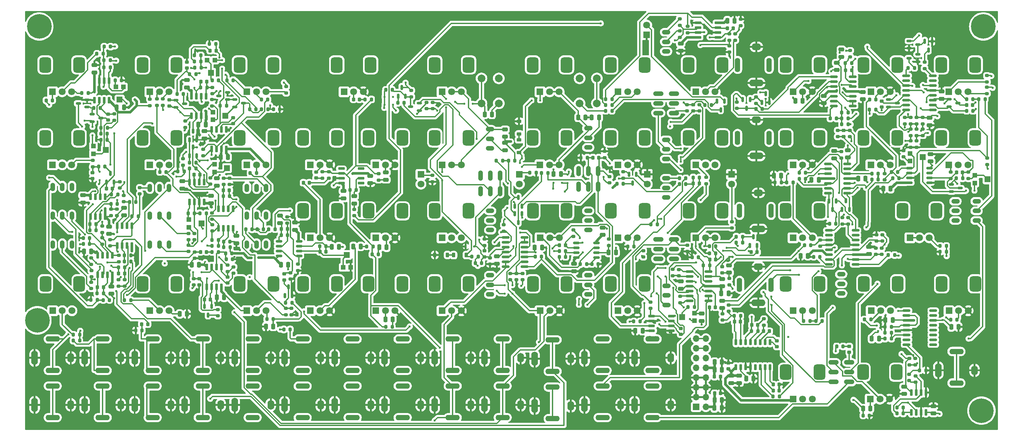
<source format=gbr>
%TF.GenerationSoftware,KiCad,Pcbnew,7.0.9*%
%TF.CreationDate,2023-12-27T12:05:42-06:00*%
%TF.ProjectId,SynthProj,53796e74-6850-4726-9f6a-2e6b69636164,rev?*%
%TF.SameCoordinates,Original*%
%TF.FileFunction,Copper,L1,Top*%
%TF.FilePolarity,Positive*%
%FSLAX46Y46*%
G04 Gerber Fmt 4.6, Leading zero omitted, Abs format (unit mm)*
G04 Created by KiCad (PCBNEW 7.0.9) date 2023-12-27 12:05:42*
%MOMM*%
%LPD*%
G01*
G04 APERTURE LIST*
G04 Aperture macros list*
%AMRoundRect*
0 Rectangle with rounded corners*
0 $1 Rounding radius*
0 $2 $3 $4 $5 $6 $7 $8 $9 X,Y pos of 4 corners*
0 Add a 4 corners polygon primitive as box body*
4,1,4,$2,$3,$4,$5,$6,$7,$8,$9,$2,$3,0*
0 Add four circle primitives for the rounded corners*
1,1,$1+$1,$2,$3*
1,1,$1+$1,$4,$5*
1,1,$1+$1,$6,$7*
1,1,$1+$1,$8,$9*
0 Add four rect primitives between the rounded corners*
20,1,$1+$1,$2,$3,$4,$5,0*
20,1,$1+$1,$4,$5,$6,$7,0*
20,1,$1+$1,$6,$7,$8,$9,0*
20,1,$1+$1,$8,$9,$2,$3,0*%
G04 Aperture macros list end*
%TA.AperFunction,SMDPad,CuDef*%
%ADD10R,1.200000X1.200000*%
%TD*%
%TA.AperFunction,SMDPad,CuDef*%
%ADD11R,1.500000X1.600000*%
%TD*%
%TA.AperFunction,SMDPad,CuDef*%
%ADD12RoundRect,0.200000X0.200000X0.275000X-0.200000X0.275000X-0.200000X-0.275000X0.200000X-0.275000X0*%
%TD*%
%TA.AperFunction,SMDPad,CuDef*%
%ADD13RoundRect,0.200000X0.275000X-0.200000X0.275000X0.200000X-0.275000X0.200000X-0.275000X-0.200000X0*%
%TD*%
%TA.AperFunction,ComponentPad*%
%ADD14O,2.200000X1.250000*%
%TD*%
%TA.AperFunction,SMDPad,CuDef*%
%ADD15RoundRect,0.150000X0.825000X0.150000X-0.825000X0.150000X-0.825000X-0.150000X0.825000X-0.150000X0*%
%TD*%
%TA.AperFunction,SMDPad,CuDef*%
%ADD16RoundRect,0.125000X0.125000X0.125000X-0.125000X0.125000X-0.125000X-0.125000X0.125000X-0.125000X0*%
%TD*%
%TA.AperFunction,SMDPad,CuDef*%
%ADD17RoundRect,0.200000X-0.275000X0.200000X-0.275000X-0.200000X0.275000X-0.200000X0.275000X0.200000X0*%
%TD*%
%TA.AperFunction,SMDPad,CuDef*%
%ADD18RoundRect,0.250000X-0.250000X-0.475000X0.250000X-0.475000X0.250000X0.475000X-0.250000X0.475000X0*%
%TD*%
%TA.AperFunction,ComponentPad*%
%ADD19O,1.750000X3.700000*%
%TD*%
%TA.AperFunction,ComponentPad*%
%ADD20O,1.750000X2.500000*%
%TD*%
%TA.AperFunction,ComponentPad*%
%ADD21O,3.700000X1.400000*%
%TD*%
%TA.AperFunction,SMDPad,CuDef*%
%ADD22RoundRect,0.250000X0.475000X-0.250000X0.475000X0.250000X-0.475000X0.250000X-0.475000X-0.250000X0*%
%TD*%
%TA.AperFunction,SMDPad,CuDef*%
%ADD23RoundRect,0.200000X-0.200000X-0.275000X0.200000X-0.275000X0.200000X0.275000X-0.200000X0.275000X0*%
%TD*%
%TA.AperFunction,SMDPad,CuDef*%
%ADD24RoundRect,0.125000X0.125000X-0.125000X0.125000X0.125000X-0.125000X0.125000X-0.125000X-0.125000X0*%
%TD*%
%TA.AperFunction,SMDPad,CuDef*%
%ADD25RoundRect,0.250000X-0.475000X0.250000X-0.475000X-0.250000X0.475000X-0.250000X0.475000X0.250000X0*%
%TD*%
%TA.AperFunction,ComponentPad*%
%ADD26R,1.800000X1.800000*%
%TD*%
%TA.AperFunction,ComponentPad*%
%ADD27C,1.800000*%
%TD*%
%TA.AperFunction,ComponentPad*%
%ADD28RoundRect,0.750000X0.750000X-1.250000X0.750000X1.250000X-0.750000X1.250000X-0.750000X-1.250000X0*%
%TD*%
%TA.AperFunction,SMDPad,CuDef*%
%ADD29RoundRect,0.225000X-0.225000X-0.250000X0.225000X-0.250000X0.225000X0.250000X-0.225000X0.250000X0*%
%TD*%
%TA.AperFunction,SMDPad,CuDef*%
%ADD30RoundRect,0.150000X0.725000X0.150000X-0.725000X0.150000X-0.725000X-0.150000X0.725000X-0.150000X0*%
%TD*%
%TA.AperFunction,SMDPad,CuDef*%
%ADD31RoundRect,0.225000X0.375000X-0.225000X0.375000X0.225000X-0.375000X0.225000X-0.375000X-0.225000X0*%
%TD*%
%TA.AperFunction,ComponentPad*%
%ADD32O,2.700000X1.250000*%
%TD*%
%TA.AperFunction,SMDPad,CuDef*%
%ADD33RoundRect,0.150000X-0.825000X-0.150000X0.825000X-0.150000X0.825000X0.150000X-0.825000X0.150000X0*%
%TD*%
%TA.AperFunction,SMDPad,CuDef*%
%ADD34RoundRect,0.225000X-0.375000X0.225000X-0.375000X-0.225000X0.375000X-0.225000X0.375000X0.225000X0*%
%TD*%
%TA.AperFunction,SMDPad,CuDef*%
%ADD35RoundRect,0.150000X-0.725000X-0.150000X0.725000X-0.150000X0.725000X0.150000X-0.725000X0.150000X0*%
%TD*%
%TA.AperFunction,SMDPad,CuDef*%
%ADD36RoundRect,0.150000X-0.512500X-0.150000X0.512500X-0.150000X0.512500X0.150000X-0.512500X0.150000X0*%
%TD*%
%TA.AperFunction,SMDPad,CuDef*%
%ADD37RoundRect,0.150000X0.150000X-0.650000X0.150000X0.650000X-0.150000X0.650000X-0.150000X-0.650000X0*%
%TD*%
%TA.AperFunction,ComponentPad*%
%ADD38O,1.250000X2.700000*%
%TD*%
%TA.AperFunction,SMDPad,CuDef*%
%ADD39RoundRect,0.150000X0.150000X-0.512500X0.150000X0.512500X-0.150000X0.512500X-0.150000X-0.512500X0*%
%TD*%
%TA.AperFunction,SMDPad,CuDef*%
%ADD40RoundRect,0.125000X-0.125000X0.125000X-0.125000X-0.125000X0.125000X-0.125000X0.125000X0.125000X0*%
%TD*%
%TA.AperFunction,SMDPad,CuDef*%
%ADD41RoundRect,0.150000X-0.150000X0.512500X-0.150000X-0.512500X0.150000X-0.512500X0.150000X0.512500X0*%
%TD*%
%TA.AperFunction,SMDPad,CuDef*%
%ADD42RoundRect,0.225000X0.225000X0.250000X-0.225000X0.250000X-0.225000X-0.250000X0.225000X-0.250000X0*%
%TD*%
%TA.AperFunction,SMDPad,CuDef*%
%ADD43RoundRect,0.150000X-0.837500X-0.150000X0.837500X-0.150000X0.837500X0.150000X-0.837500X0.150000X0*%
%TD*%
%TA.AperFunction,SMDPad,CuDef*%
%ADD44RoundRect,0.150000X-0.150000X0.725000X-0.150000X-0.725000X0.150000X-0.725000X0.150000X0.725000X0*%
%TD*%
%TA.AperFunction,SMDPad,CuDef*%
%ADD45RoundRect,0.250000X0.250000X0.475000X-0.250000X0.475000X-0.250000X-0.475000X0.250000X-0.475000X0*%
%TD*%
%TA.AperFunction,SMDPad,CuDef*%
%ADD46RoundRect,0.150000X-0.675000X-0.150000X0.675000X-0.150000X0.675000X0.150000X-0.675000X0.150000X0*%
%TD*%
%TA.AperFunction,SMDPad,CuDef*%
%ADD47R,1.600000X1.500000*%
%TD*%
%TA.AperFunction,SMDPad,CuDef*%
%ADD48RoundRect,0.150000X0.512500X0.150000X-0.512500X0.150000X-0.512500X-0.150000X0.512500X-0.150000X0*%
%TD*%
%TA.AperFunction,ComponentPad*%
%ADD49O,1.250000X2.200000*%
%TD*%
%TA.AperFunction,SMDPad,CuDef*%
%ADD50RoundRect,0.225000X0.250000X-0.225000X0.250000X0.225000X-0.250000X0.225000X-0.250000X-0.225000X0*%
%TD*%
%TA.AperFunction,ComponentPad*%
%ADD51O,3.700000X1.750000*%
%TD*%
%TA.AperFunction,ComponentPad*%
%ADD52O,2.500000X1.750000*%
%TD*%
%TA.AperFunction,ComponentPad*%
%ADD53O,1.400000X3.700000*%
%TD*%
%TA.AperFunction,SMDPad,CuDef*%
%ADD54RoundRect,0.125000X-0.125000X-0.125000X0.125000X-0.125000X0.125000X0.125000X-0.125000X0.125000X0*%
%TD*%
%TA.AperFunction,SMDPad,CuDef*%
%ADD55RoundRect,0.225000X-0.250000X0.225000X-0.250000X-0.225000X0.250000X-0.225000X0.250000X0.225000X0*%
%TD*%
%TA.AperFunction,ComponentPad*%
%ADD56C,2.000000*%
%TD*%
%TA.AperFunction,SMDPad,CuDef*%
%ADD57RoundRect,0.225000X-0.225000X-0.375000X0.225000X-0.375000X0.225000X0.375000X-0.225000X0.375000X0*%
%TD*%
%TA.AperFunction,SMDPad,CuDef*%
%ADD58RoundRect,0.150000X0.150000X-0.725000X0.150000X0.725000X-0.150000X0.725000X-0.150000X-0.725000X0*%
%TD*%
%TA.AperFunction,SMDPad,CuDef*%
%ADD59RoundRect,0.150000X0.837500X0.150000X-0.837500X0.150000X-0.837500X-0.150000X0.837500X-0.150000X0*%
%TD*%
%TA.AperFunction,SMDPad,CuDef*%
%ADD60RoundRect,0.225000X0.225000X0.375000X-0.225000X0.375000X-0.225000X-0.375000X0.225000X-0.375000X0*%
%TD*%
%TA.AperFunction,ComponentPad*%
%ADD61C,6.400000*%
%TD*%
%TA.AperFunction,ComponentPad*%
%ADD62R,1.700000X1.700000*%
%TD*%
%TA.AperFunction,ComponentPad*%
%ADD63O,1.700000X1.700000*%
%TD*%
%TA.AperFunction,ViaPad*%
%ADD64C,0.600000*%
%TD*%
%TA.AperFunction,ViaPad*%
%ADD65C,0.500000*%
%TD*%
%TA.AperFunction,Conductor*%
%ADD66C,0.355600*%
%TD*%
%TA.AperFunction,Conductor*%
%ADD67C,0.660400*%
%TD*%
%TA.AperFunction,Conductor*%
%ADD68C,0.200000*%
%TD*%
G04 APERTURE END LIST*
D10*
%TO.P,RV6,1,1*%
%TO.N,Net-(R23-Pad2)*%
X393322400Y-180267600D03*
D11*
%TO.P,RV6,2,2*%
X396572400Y-181267600D03*
D10*
%TO.P,RV6,3,3*%
%TO.N,Net-(D1-K)*%
X393322400Y-182267600D03*
%TD*%
D12*
%TO.P,R291,1*%
%TO.N,Net-(U30C-+)*%
X350625000Y-198450000D03*
%TO.P,R291,2*%
%TO.N,Net-(C159-Pad1)*%
X348975000Y-198450000D03*
%TD*%
D13*
%TO.P,R57,1*%
%TO.N,Net-(D3-K)*%
X163918600Y-178016400D03*
%TO.P,R57,2*%
%TO.N,-12V*%
X163918600Y-176366400D03*
%TD*%
D14*
%TO.P,SW12,1,A*%
%TO.N,Net-(D6-K)*%
X313000000Y-176000000D03*
%TO.P,SW12,2,B*%
%TO.N,Net-(SW12-B)*%
X313000000Y-173500000D03*
%TO.P,SW12,3,C*%
%TO.N,Net-(D7-A)*%
X313000000Y-171000000D03*
%TD*%
D15*
%TO.P,U28,1*%
%TO.N,Net-(U28A--)*%
X361529400Y-162179000D03*
%TO.P,U28,2,-*%
X361529400Y-160909000D03*
%TO.P,U28,3,+*%
%TO.N,Net-(U28A-+)*%
X361529400Y-159639000D03*
%TO.P,U28,4,V+*%
%TO.N,+12V*%
X361529400Y-158369000D03*
%TO.P,U28,5,+*%
%TO.N,/PT2399Echo/VR2*%
X361529400Y-157099000D03*
%TO.P,U28,6,-*%
%TO.N,Net-(U28B--)*%
X361529400Y-155829000D03*
%TO.P,U28,7*%
%TO.N,Net-(U29A-+)*%
X361529400Y-154559000D03*
%TO.P,U28,8*%
%TO.N,Net-(C151-Pad1)*%
X356579400Y-154559000D03*
%TO.P,U28,9,-*%
%TO.N,Net-(Q21-C)*%
X356579400Y-155829000D03*
%TO.P,U28,10,+*%
%TO.N,GNDREF*%
X356579400Y-157099000D03*
%TO.P,U28,11,V-*%
%TO.N,-12V*%
X356579400Y-158369000D03*
%TO.P,U28,12,+*%
%TO.N,GNDREF*%
X356579400Y-159639000D03*
%TO.P,U28,13,-*%
%TO.N,Net-(U28D--)*%
X356579400Y-160909000D03*
%TO.P,U28,14*%
%TO.N,Net-(Q21-B)*%
X356579400Y-162179000D03*
%TD*%
D16*
%TO.P,D24,1,K*%
%TO.N,X62*%
X280214000Y-160728200D03*
%TO.P,D24,2,A*%
%TO.N,Net-(D20-A)*%
X278014000Y-160728200D03*
%TD*%
D17*
%TO.P,R219,1*%
%TO.N,Net-(R219-Pad1)*%
X318516000Y-198425800D03*
%TO.P,R219,2*%
%TO.N,GNDREF*%
X318516000Y-200075800D03*
%TD*%
D12*
%TO.P,R4,1*%
%TO.N,Net-(U2C-+)*%
X385891400Y-198615800D03*
%TO.P,R4,2*%
%TO.N,X8*%
X384241400Y-198615800D03*
%TD*%
D18*
%TO.P,C147,1*%
%TO.N,GNDREF*%
X341000000Y-180300000D03*
%TO.P,C147,2*%
%TO.N,/PT2399Echo/VR2*%
X342900000Y-180300000D03*
%TD*%
D19*
%TO.P,J34,S*%
%TO.N,GNDREF*%
X304800000Y-240000000D03*
D20*
X314200000Y-240000000D03*
D21*
%TO.P,J34,T*%
%TO.N,Net-(SW5B-A)*%
X309500000Y-235100000D03*
X309500000Y-243300000D03*
%TD*%
D22*
%TO.P,C110,1*%
%TO.N,GNDREF*%
X322275200Y-218145400D03*
%TO.P,C110,2*%
%TO.N,+12V*%
X322275200Y-216245400D03*
%TD*%
D23*
%TO.P,R263,1*%
%TO.N,Net-(U28D--)*%
X358686600Y-163908400D03*
%TO.P,R263,2*%
%TO.N,Net-(R263-Pad2)*%
X360336600Y-163908400D03*
%TD*%
D24*
%TO.P,D27,1,K*%
%TO.N,Net-(D22-A)*%
X254750000Y-181600000D03*
%TO.P,D27,2,A*%
%TO.N,X47*%
X254750000Y-179400000D03*
%TD*%
D13*
%TO.P,R290,1*%
%TO.N,Net-(U30A-+)*%
X358851200Y-192900800D03*
%TO.P,R290,2*%
%TO.N,GNDREF*%
X358851200Y-191250800D03*
%TD*%
D19*
%TO.P,J17,S*%
%TO.N,GNDREF*%
X213800000Y-227750000D03*
D20*
X223200000Y-227750000D03*
D21*
%TO.P,J17,T*%
%TO.N,/VCO3/X31*%
X218500000Y-222850000D03*
X218500000Y-231050000D03*
%TD*%
D17*
%TO.P,R286,1*%
%TO.N,Net-(C157-Pad2)*%
X329438000Y-207112600D03*
%TO.P,R286,2*%
%TO.N,Net-(U31-LPF2-OUT)*%
X329438000Y-208762600D03*
%TD*%
D23*
%TO.P,R91,1*%
%TO.N,Net-(D5-K)*%
X189065400Y-153898600D03*
%TO.P,R91,2*%
%TO.N,-12V*%
X190715400Y-153898600D03*
%TD*%
D25*
%TO.P,C87,1*%
%TO.N,GNDREF*%
X316825000Y-207875000D03*
%TO.P,C87,2*%
%TO.N,+12V*%
X316825000Y-209775000D03*
%TD*%
D19*
%TO.P,J22,S*%
%TO.N,GNDREF*%
X200800000Y-240000000D03*
D20*
X210200000Y-240000000D03*
D21*
%TO.P,J22,T*%
%TO.N,/VCO3/X36*%
X205500000Y-235100000D03*
X205500000Y-243300000D03*
%TD*%
D18*
%TO.P,C88,1*%
%TO.N,-12V*%
X327350000Y-210950000D03*
%TO.P,C88,2*%
%TO.N,GNDREF*%
X329250000Y-210950000D03*
%TD*%
D23*
%TO.P,R60,1*%
%TO.N,Net-(U5B-+)*%
X165025000Y-211010000D03*
%TO.P,R60,2*%
%TO.N,Net-(C22-Pad2)*%
X166675000Y-211010000D03*
%TD*%
D17*
%TO.P,R185,1*%
%TO.N,GNDREF*%
X194945000Y-160529000D03*
%TO.P,R185,2*%
%TO.N,Net-(R185-Pad2)*%
X194945000Y-162179000D03*
%TD*%
D22*
%TO.P,C41,1*%
%TO.N,GNDREF*%
X236093000Y-182306000D03*
%TO.P,C41,2*%
%TO.N,+12V*%
X236093000Y-180406000D03*
%TD*%
D12*
%TO.P,R28,1*%
%TO.N,-12V*%
X392772400Y-163449000D03*
%TO.P,R28,2*%
%TO.N,Net-(Q6-S)*%
X391122400Y-163449000D03*
%TD*%
D26*
%TO.P,RV36,1,1*%
%TO.N,/Sample&Hold/S&H_In*%
X320750000Y-158500000D03*
D27*
%TO.P,RV36,2,2*%
%TO.N,X86*%
X323250000Y-158500000D03*
%TO.P,RV36,3,3*%
%TO.N,GNDREF*%
X325750000Y-158500000D03*
D28*
%TO.P,RV36,MP*%
%TO.N,N/C*%
X318850000Y-151500000D03*
X327650000Y-151500000D03*
%TD*%
D29*
%TO.P,C20,1*%
%TO.N,Net-(U4B-+)*%
X163195000Y-192977000D03*
%TO.P,C20,2*%
%TO.N,Net-(D3-A)*%
X164745000Y-192977000D03*
%TD*%
D30*
%TO.P,U13,1*%
%TO.N,Net-(C62-Pad2)*%
X326475800Y-144322800D03*
%TO.P,U13,2,-*%
%TO.N,GNDREF*%
X326475800Y-143052800D03*
%TO.P,U13,3,+*%
%TO.N,Net-(U13A-+)*%
X326475800Y-141782800D03*
%TO.P,U13,4,V-*%
%TO.N,-12V*%
X326475800Y-140512800D03*
%TO.P,U13,5,+*%
%TO.N,GNDREF*%
X321325800Y-140512800D03*
%TO.P,U13,6,-*%
%TO.N,Net-(U13B--)*%
X321325800Y-141782800D03*
%TO.P,U13,7*%
%TO.N,Net-(C61-Pad2)*%
X321325800Y-143052800D03*
%TO.P,U13,8,V+*%
%TO.N,+12V*%
X321325800Y-144322800D03*
%TD*%
D17*
%TO.P,R120,1*%
%TO.N,Net-(U12A-+)*%
X215315800Y-205600800D03*
%TO.P,R120,2*%
%TO.N,GNDREF*%
X215315800Y-207250800D03*
%TD*%
D31*
%TO.P,D21,1,K*%
%TO.N,Net-(D20-K)*%
X274777200Y-169455600D03*
%TO.P,D21,2,A*%
%TO.N,GNDREF*%
X274777200Y-166155600D03*
%TD*%
D13*
%TO.P,R208,1*%
%TO.N,Net-(R208-Pad1)*%
X214100000Y-216525000D03*
%TO.P,R208,2*%
%TO.N,Net-(U19B--)*%
X214100000Y-214875000D03*
%TD*%
D19*
%TO.P,J21,S*%
%TO.N,GNDREF*%
X265800000Y-240000000D03*
D20*
X275200000Y-240000000D03*
D21*
%TO.P,J21,T*%
%TO.N,AD2A*%
X270500000Y-235100000D03*
X270500000Y-243300000D03*
%TD*%
D29*
%TO.P,C107,1*%
%TO.N,Net-(U20A-+)*%
X320077800Y-182334400D03*
%TO.P,C107,2*%
%TO.N,Net-(C107-Pad2)*%
X321627800Y-182334400D03*
%TD*%
D12*
%TO.P,R87,1*%
%TO.N,Net-(U7B-+)*%
X193611000Y-157378400D03*
%TO.P,R87,2*%
%TO.N,Net-(D5-A)*%
X191961000Y-157378400D03*
%TD*%
D32*
%TO.P,SW28,1,A*%
%TO.N,Net-(SW27-B)*%
X310970000Y-202040000D03*
%TO.P,SW28,2,B*%
%TO.N,Net-(C107-Pad2)*%
X310970000Y-199500000D03*
%TO.P,SW28,3,C*%
%TO.N,unconnected-(SW28-C-Pad3)*%
X310970000Y-196960000D03*
%TO.P,SW28,4,A*%
%TO.N,Net-(R217-Pad1)*%
X315030000Y-202040000D03*
%TO.P,SW28,5,B*%
%TO.N,/LFO1/LFO*%
X315030000Y-199500000D03*
%TO.P,SW28,6,C*%
%TO.N,Net-(R219-Pad1)*%
X315030000Y-196960000D03*
%TD*%
D17*
%TO.P,R154,1*%
%TO.N,Net-(U15C--)*%
X272491200Y-205804000D03*
%TO.P,R154,2*%
%TO.N,Net-(D29-K)*%
X272491200Y-207454000D03*
%TD*%
D12*
%TO.P,R55,1*%
%TO.N,Net-(Q9-G)*%
X167092600Y-177965600D03*
%TO.P,R55,2*%
%TO.N,Net-(D3-K)*%
X165442600Y-177965600D03*
%TD*%
D22*
%TO.P,C36,1*%
%TO.N,-12V*%
X382524000Y-242250000D03*
%TO.P,C36,2*%
%TO.N,GNDREF*%
X382524000Y-240350000D03*
%TD*%
D26*
%TO.P,RV19,1,1*%
%TO.N,Net-(SW8-B)*%
X386560000Y-215500000D03*
D27*
%TO.P,RV19,2,2*%
%TO.N,X81*%
X389060000Y-215500000D03*
%TO.P,RV19,3,3*%
%TO.N,GNDREF*%
X391560000Y-215500000D03*
D28*
%TO.P,RV19,MP*%
%TO.N,N/C*%
X384660000Y-208500000D03*
X393460000Y-208500000D03*
%TD*%
D23*
%TO.P,R282,1*%
%TO.N,Net-(D82-K)*%
X366525000Y-181350000D03*
%TO.P,R282,2*%
%TO.N,GNDREF*%
X368175000Y-181350000D03*
%TD*%
D12*
%TO.P,R134,1*%
%TO.N,Net-(Q15-B)*%
X270496800Y-176416200D03*
%TO.P,R134,2*%
%TO.N,Net-(D11-K)*%
X268846800Y-176416200D03*
%TD*%
D22*
%TO.P,C81,2*%
%TO.N,+12V*%
X268960600Y-201350800D03*
%TO.P,C81,1*%
%TO.N,GNDREF*%
X268960600Y-203250800D03*
%TD*%
D13*
%TO.P,R22,1*%
%TO.N,Net-(U2C--)*%
X379730000Y-169889600D03*
%TO.P,R22,2*%
%TO.N,X9*%
X379730000Y-168239600D03*
%TD*%
%TO.P,R285,1*%
%TO.N,Net-(U31-LPF1-IN)*%
X329300000Y-215650000D03*
%TO.P,R285,2*%
%TO.N,Net-(C156-Pad2)*%
X329300000Y-214000000D03*
%TD*%
D12*
%TO.P,R141,1*%
%TO.N,Net-(R141-Pad1)*%
X244871800Y-161395600D03*
%TO.P,R141,2*%
%TO.N,Net-(Q18-E)*%
X243221800Y-161395600D03*
%TD*%
D23*
%TO.P,R245,1*%
%TO.N,Net-(U11--)*%
X240144800Y-219710000D03*
%TO.P,R245,2*%
%TO.N,Net-(C116-Pad1)*%
X241794800Y-219710000D03*
%TD*%
D33*
%TO.P,U15,14*%
%TO.N,AD2*%
X276225000Y-196440000D03*
%TO.P,U15,13,-*%
X276225000Y-197710000D03*
%TO.P,U15,12,+*%
%TO.N,X56*%
X276225000Y-198980000D03*
%TO.P,U15,11,V-*%
%TO.N,-12V*%
X276225000Y-200250000D03*
%TO.P,U15,10,+*%
%TO.N,Net-(U15C-+)*%
X276225000Y-201520000D03*
%TO.P,U15,9,-*%
%TO.N,Net-(U15C--)*%
X276225000Y-202790000D03*
%TO.P,U15,8*%
%TO.N,X55*%
X276225000Y-204060000D03*
%TO.P,U15,7*%
%TO.N,AD1*%
X271275000Y-204060000D03*
%TO.P,U15,6,-*%
X271275000Y-202790000D03*
%TO.P,U15,5,+*%
%TO.N,X40*%
X271275000Y-201520000D03*
%TO.P,U15,4,V+*%
%TO.N,+12V*%
X271275000Y-200250000D03*
%TO.P,U15,3,+*%
%TO.N,Net-(D18-K)*%
X271275000Y-198980000D03*
%TO.P,U15,2,-*%
%TO.N,Net-(U15A--)*%
X271275000Y-197710000D03*
%TO.P,U15,1*%
%TO.N,Net-(R150-Pad1)*%
X271275000Y-196440000D03*
%TD*%
D13*
%TO.P,R174,1*%
%TO.N,X87*%
X316650000Y-213400000D03*
%TO.P,R174,2*%
%TO.N,Net-(U16B--)*%
X316650000Y-211750000D03*
%TD*%
D17*
%TO.P,R51,1*%
%TO.N,Net-(U4B--)*%
X170200000Y-189075000D03*
%TO.P,R51,2*%
%TO.N,GNDREF*%
X170200000Y-190725000D03*
%TD*%
D34*
%TO.P,D20,1,K*%
%TO.N,Net-(D20-K)*%
X274777200Y-171032400D03*
%TO.P,D20,2,A*%
%TO.N,Net-(D20-A)*%
X274777200Y-174332400D03*
%TD*%
D23*
%TO.P,R189,1*%
%TO.N,Net-(R189-Pad1)*%
X194958200Y-155498800D03*
%TO.P,R189,2*%
%TO.N,Net-(C101-Pad1)*%
X196608200Y-155498800D03*
%TD*%
D17*
%TO.P,R50,1*%
%TO.N,Net-(U4B--)*%
X168700000Y-189075000D03*
%TO.P,R50,2*%
%TO.N,+12V*%
X168700000Y-190725000D03*
%TD*%
D25*
%TO.P,C94,1*%
%TO.N,GNDREF*%
X196189600Y-181041000D03*
%TO.P,C94,2*%
%TO.N,+12V*%
X196189600Y-182941000D03*
%TD*%
D12*
%TO.P,R70,1*%
%TO.N,Net-(U6A--)*%
X190374400Y-190128600D03*
%TO.P,R70,2*%
%TO.N,Net-(R70-Pad2)*%
X188724400Y-190128600D03*
%TD*%
%TO.P,R186,1*%
%TO.N,GNDREF*%
X212518600Y-163041800D03*
%TO.P,R186,2*%
%TO.N,/VCO3/X36*%
X210868600Y-163041800D03*
%TD*%
D13*
%TO.P,R298,1*%
%TO.N,Net-(U29B-+)*%
X358571800Y-175729400D03*
%TO.P,R298,2*%
%TO.N,Net-(C161-Pad1)*%
X358571800Y-174079400D03*
%TD*%
D22*
%TO.P,C76,1*%
%TO.N,-12V*%
X271100000Y-170200000D03*
%TO.P,C76,2*%
%TO.N,X40*%
X271100000Y-168300000D03*
%TD*%
D17*
%TO.P,R194,1*%
%TO.N,Net-(Q26-S)*%
X198958200Y-203632800D03*
%TO.P,R194,2*%
%TO.N,Net-(U18B-+)*%
X198958200Y-205282800D03*
%TD*%
D26*
%TO.P,RV5,1,1*%
%TO.N,+12V*%
X386500000Y-177500000D03*
D27*
%TO.P,RV5,2,2*%
%TO.N,X11*%
X389000000Y-177500000D03*
%TO.P,RV5,3,3*%
%TO.N,unconnected-(RV5-Pad3)*%
X391500000Y-177500000D03*
D28*
%TO.P,RV5,MP*%
%TO.N,N/C*%
X384600000Y-170500000D03*
X393400000Y-170500000D03*
%TD*%
D22*
%TO.P,C58,1*%
%TO.N,Net-(C57-Pad2)*%
X212623400Y-192643800D03*
%TO.P,C58,2*%
%TO.N,Net-(U12B-+)*%
X212623400Y-190743800D03*
%TD*%
D35*
%TO.P,U11,1,NULL*%
%TO.N,unconnected-(U11-NULL-Pad1)*%
X228565000Y-178499000D03*
%TO.P,U11,2,-*%
%TO.N,Net-(U11--)*%
X228565000Y-179769000D03*
%TO.P,U11,3,+*%
%TO.N,GNDREF*%
X228565000Y-181039000D03*
%TO.P,U11,4,V-*%
%TO.N,-12V*%
X228565000Y-182309000D03*
%TO.P,U11,5,NULL*%
%TO.N,unconnected-(U11-NULL-Pad5)*%
X233715000Y-182309000D03*
%TO.P,U11,6*%
%TO.N,/Mixer/MXO*%
X233715000Y-181039000D03*
%TO.P,U11,7,V+*%
%TO.N,+12V*%
X233715000Y-179769000D03*
%TO.P,U11,8,NC*%
%TO.N,unconnected-(U11-NC-Pad8)*%
X233715000Y-178499000D03*
%TD*%
D23*
%TO.P,R150,1*%
%TO.N,Net-(R150-Pad1)*%
X263398000Y-203098400D03*
%TO.P,R150,2*%
%TO.N,Net-(D18-K)*%
X265048000Y-203098400D03*
%TD*%
D13*
%TO.P,R203,1*%
%TO.N,Net-(R196-Pad2)*%
X194945000Y-191693800D03*
%TO.P,R203,2*%
%TO.N,/Mixer/VCO3_RampIn*%
X194945000Y-190043800D03*
%TD*%
%TO.P,R6,1*%
%TO.N,Net-(U1A--)*%
X369798600Y-181444400D03*
%TO.P,R6,2*%
%TO.N,X4*%
X369798600Y-179794400D03*
%TD*%
D23*
%TO.P,R270,1*%
%TO.N,GNDREF*%
X341325000Y-182100000D03*
%TO.P,R270,2*%
%TO.N,/PT2399Echo/VR2*%
X342975000Y-182100000D03*
%TD*%
D12*
%TO.P,R63,1*%
%TO.N,/Mixer/X16*%
X165100000Y-212660000D03*
%TO.P,R63,2*%
%TO.N,GNDREF*%
X163450000Y-212660000D03*
%TD*%
D29*
%TO.P,C30,1*%
%TO.N,Net-(C30-Pad1)*%
X190221400Y-180044800D03*
%TO.P,C30,2*%
%TO.N,Net-(Q10-C)*%
X191771400Y-180044800D03*
%TD*%
D35*
%TO.P,U20,1*%
%TO.N,Net-(C107-Pad2)*%
X309235400Y-216890600D03*
%TO.P,U20,2,-*%
%TO.N,GNDREF*%
X309235400Y-218160600D03*
%TO.P,U20,3,+*%
%TO.N,Net-(U20A-+)*%
X309235400Y-219430600D03*
%TO.P,U20,4,V-*%
%TO.N,-12V*%
X309235400Y-220700600D03*
%TO.P,U20,5,+*%
%TO.N,GNDREF*%
X314385400Y-220700600D03*
%TO.P,U20,6,-*%
%TO.N,Net-(U20B--)*%
X314385400Y-219430600D03*
%TO.P,U20,7*%
%TO.N,Net-(C106-Pad2)*%
X314385400Y-218160600D03*
%TO.P,U20,8,V+*%
%TO.N,+12V*%
X314385400Y-216890600D03*
%TD*%
D19*
%TO.P,J20,S*%
%TO.N,GNDREF*%
X252800000Y-240000000D03*
D20*
X262200000Y-240000000D03*
D21*
%TO.P,J20,T*%
%TO.N,AD1A*%
X257500000Y-235100000D03*
X257500000Y-243300000D03*
%TD*%
D12*
%TO.P,R102,1*%
%TO.N,Net-(U9A-+)*%
X371588800Y-222758000D03*
%TO.P,R102,2*%
%TO.N,Net-(C37-Pad1)*%
X369938800Y-222758000D03*
%TD*%
D22*
%TO.P,C35,1*%
%TO.N,GNDREF*%
X374904000Y-237170000D03*
%TO.P,C35,2*%
%TO.N,+12V*%
X374904000Y-235270000D03*
%TD*%
D26*
%TO.P,RV22,1,1*%
%TO.N,Net-(SW10-B)*%
X220500000Y-196500000D03*
D27*
%TO.P,RV22,2,2*%
%TO.N,X68*%
X223000000Y-196500000D03*
%TO.P,RV22,3,3*%
%TO.N,GNDREF*%
X225500000Y-196500000D03*
D28*
%TO.P,RV22,MP*%
%TO.N,N/C*%
X218600000Y-189500000D03*
X227400000Y-189500000D03*
%TD*%
D36*
%TO.P,Q4,1,E*%
%TO.N,Net-(Q2-E)*%
X376201800Y-145275800D03*
%TO.P,Q4,2,B*%
%TO.N,GNDREF*%
X376201800Y-147175800D03*
%TO.P,Q4,3,C*%
%TO.N,Net-(Q3-B)*%
X378476800Y-146225800D03*
%TD*%
D26*
%TO.P,RV1,1,1*%
%TO.N,X1*%
X386500000Y-158500000D03*
D27*
%TO.P,RV1,2,2*%
%TO.N,X2*%
X389000000Y-158500000D03*
%TO.P,RV1,3,3*%
%TO.N,X3*%
X391500000Y-158500000D03*
D28*
%TO.P,RV1,MP*%
%TO.N,N/C*%
X384600000Y-151500000D03*
X393400000Y-151500000D03*
%TD*%
D23*
%TO.P,R199,1*%
%TO.N,Net-(U19A-+)*%
X197967600Y-198983600D03*
%TO.P,R199,2*%
%TO.N,+12V*%
X199617600Y-198983600D03*
%TD*%
D12*
%TO.P,R135,1*%
%TO.N,Net-(Q16-G)*%
X241773000Y-157992000D03*
%TO.P,R135,2*%
%TO.N,Net-(D13-K)*%
X240123000Y-157992000D03*
%TD*%
D17*
%TO.P,R29,1*%
%TO.N,-12V*%
X379730000Y-165202600D03*
%TO.P,R29,2*%
%TO.N,X9*%
X379730000Y-166852600D03*
%TD*%
D37*
%TO.P,U31,1,VCC*%
%TO.N,+5V*%
X331110000Y-230200000D03*
%TO.P,U31,2,REF*%
%TO.N,Net-(U31-REF)*%
X332380000Y-230200000D03*
%TO.P,U31,3,AGND*%
%TO.N,GNDREF*%
X333650000Y-230200000D03*
%TO.P,U31,4,DGND*%
X334920000Y-230200000D03*
%TO.P,U31,5,CLK_O*%
%TO.N,unconnected-(U31-CLK_O-Pad5)*%
X336190000Y-230200000D03*
%TO.P,U31,6,VCO*%
%TO.N,Net-(U31-VCO)*%
X337460000Y-230200000D03*
%TO.P,U31,7,CC1*%
%TO.N,Net-(U31-CC1)*%
X338730000Y-230200000D03*
%TO.P,U31,8,CC0*%
%TO.N,Net-(U31-CC0)*%
X340000000Y-230200000D03*
%TO.P,U31,9,OP1-OUT*%
%TO.N,Net-(U31-OP1-OUT)*%
X340000000Y-223700000D03*
%TO.P,U31,10,OP1-IN*%
%TO.N,Net-(U31-OP1-IN)*%
X338730000Y-223700000D03*
%TO.P,U31,11,OP2-IN*%
%TO.N,Net-(U31-OP2-IN)*%
X337460000Y-223700000D03*
%TO.P,U31,12,OP2-OUT*%
%TO.N,Net-(U31-OP2-OUT)*%
X336190000Y-223700000D03*
%TO.P,U31,13,LPF2-IN*%
%TO.N,Net-(U31-LPF2-IN)*%
X334920000Y-223700000D03*
%TO.P,U31,14,LPF2-OUT*%
%TO.N,Net-(U31-LPF2-OUT)*%
X333650000Y-223700000D03*
%TO.P,U31,15,LPF1-OUT*%
%TO.N,Net-(U31-LPF1-OUT)*%
X332380000Y-223700000D03*
%TO.P,U31,16,LPF1-IN*%
%TO.N,Net-(U31-LPF1-IN)*%
X331110000Y-223700000D03*
%TD*%
D22*
%TO.P,C142,1*%
%TO.N,GNDREF*%
X331978000Y-234310000D03*
%TO.P,C142,2*%
%TO.N,+5V*%
X331978000Y-232410000D03*
%TD*%
D18*
%TO.P,C82,1*%
%TO.N,-12V*%
X278831000Y-199009000D03*
%TO.P,C82,2*%
%TO.N,GNDREF*%
X280731000Y-199009000D03*
%TD*%
D29*
%TO.P,C34,1*%
%TO.N,Net-(U8B-+)*%
X170624400Y-205804000D03*
%TO.P,C34,2*%
%TO.N,Net-(C34-Pad2)*%
X172174400Y-205804000D03*
%TD*%
D16*
%TO.P,D18,1,K*%
%TO.N,Net-(D18-K)*%
X263075600Y-198755000D03*
%TO.P,D18,2,A*%
%TO.N,GNDREF*%
X260875600Y-198755000D03*
%TD*%
D13*
%TO.P,R90,1*%
%TO.N,Net-(R83-Pad2)*%
X176149000Y-185102000D03*
%TO.P,R90,2*%
%TO.N,/Mixer/X30*%
X176149000Y-183452000D03*
%TD*%
D25*
%TO.P,C42,1*%
%TO.N,-12V*%
X229108000Y-184343000D03*
%TO.P,C42,2*%
%TO.N,GNDREF*%
X229108000Y-186243000D03*
%TD*%
D12*
%TO.P,R171,1*%
%TO.N,Net-(Q19-G)*%
X332892800Y-196215000D03*
%TO.P,R171,2*%
%TO.N,Net-(D33-K)*%
X331242800Y-196215000D03*
%TD*%
D17*
%TO.P,R35,1*%
%TO.N,X22*%
X163547000Y-205028000D03*
%TO.P,R35,2*%
%TO.N,Net-(U3A--)*%
X163547000Y-206678000D03*
%TD*%
%TO.P,R12,1*%
%TO.N,Net-(U2C--)*%
X378162500Y-171272200D03*
%TO.P,R12,2*%
%TO.N,GNDREF*%
X378162500Y-172922200D03*
%TD*%
D26*
%TO.P,RV78,1,1*%
%TO.N,Net-(C158-Pad2)*%
X346000000Y-177500000D03*
D27*
%TO.P,RV78,2,2*%
%TO.N,Net-(R295-Pad1)*%
X348500000Y-177500000D03*
%TO.P,RV78,3,3*%
%TO.N,GNDREF*%
X351000000Y-177500000D03*
D28*
%TO.P,RV78,MP*%
%TO.N,N/C*%
X344100000Y-170500000D03*
X352900000Y-170500000D03*
%TD*%
D13*
%TO.P,R58,1*%
%TO.N,GNDREF*%
X163525000Y-203410000D03*
%TO.P,R58,2*%
%TO.N,Net-(U5B--)*%
X163525000Y-201760000D03*
%TD*%
D12*
%TO.P,R184,1*%
%TO.N,Net-(R184-Pad1)*%
X200431400Y-155486600D03*
%TO.P,R184,2*%
%TO.N,+12V*%
X198781400Y-155486600D03*
%TD*%
D38*
%TO.P,SW20,1,1*%
%TO.N,Net-(D18-K)*%
X269840000Y-184380000D03*
%TO.P,SW20,2,2*%
%TO.N,Net-(R141-Pad1)*%
X267300000Y-184380000D03*
%TO.P,SW20,3*%
%TO.N,N/C*%
X264760000Y-184380000D03*
%TO.P,SW20,4,4*%
%TO.N,Net-(D18-K)*%
X269840000Y-180320000D03*
%TO.P,SW20,5,5*%
%TO.N,Net-(Q16-S)*%
X267300000Y-180320000D03*
%TO.P,SW20,6*%
%TO.N,N/C*%
X264760000Y-180320000D03*
%TD*%
D39*
%TO.P,Q9,1,D*%
%TO.N,Net-(Q8-C)*%
X167515000Y-181990000D03*
%TO.P,Q9,2,S*%
%TO.N,Net-(Q9-S)*%
X169415000Y-181990000D03*
%TO.P,Q9,3,G*%
%TO.N,Net-(Q9-G)*%
X168465000Y-179715000D03*
%TD*%
D19*
%TO.P,J4,S*%
%TO.N,GNDREF*%
X148800000Y-227750000D03*
D20*
X158200000Y-227750000D03*
D21*
%TO.P,J4,T*%
%TO.N,/VCO3/X37*%
X153500000Y-222850000D03*
X153500000Y-231050000D03*
%TD*%
D13*
%TO.P,R3,1*%
%TO.N,Net-(U2C-+)*%
X231902000Y-190754000D03*
%TO.P,R3,2*%
%TO.N,Net-(C1-Pad1)*%
X231902000Y-189104000D03*
%TD*%
D17*
%TO.P,R278,1*%
%TO.N,Net-(U31-LPF2-IN)*%
X338455000Y-217615000D03*
%TO.P,R278,2*%
%TO.N,Net-(U31-OP2-OUT)*%
X338455000Y-219265000D03*
%TD*%
D18*
%TO.P,C64,1*%
%TO.N,-12V*%
X325562000Y-240792000D03*
%TO.P,C64,2*%
%TO.N,GNDREF*%
X327462000Y-240792000D03*
%TD*%
D17*
%TO.P,R20,1*%
%TO.N,X10*%
X375056400Y-165202600D03*
%TO.P,R20,2*%
%TO.N,GNDREF*%
X375056400Y-166852600D03*
%TD*%
D12*
%TO.P,R211,1*%
%TO.N,Net-(D36-A)*%
X306234600Y-218287600D03*
%TO.P,R211,2*%
%TO.N,Net-(U20B--)*%
X304584600Y-218287600D03*
%TD*%
D13*
%TO.P,R302,1*%
%TO.N,/PT2399Echo/Echo_B*%
X367550000Y-200825000D03*
%TO.P,R302,2*%
%TO.N,GNDREF*%
X367550000Y-199175000D03*
%TD*%
D25*
%TO.P,C25,1*%
%TO.N,GNDREF*%
X188400000Y-155450000D03*
%TO.P,C25,2*%
%TO.N,+12V*%
X188400000Y-157350000D03*
%TD*%
D19*
%TO.P,J14,S*%
%TO.N,GNDREF*%
X265800000Y-227750000D03*
D20*
X275200000Y-227750000D03*
D21*
%TO.P,J14,T*%
%TO.N,KBV*%
X270500000Y-222850000D03*
X270500000Y-231050000D03*
%TD*%
D23*
%TO.P,R121,1*%
%TO.N,Net-(U12B--)*%
X222923600Y-198678800D03*
%TO.P,R121,2*%
%TO.N,Net-(C59-Pad2)*%
X224573600Y-198678800D03*
%TD*%
D16*
%TO.P,D82,1,K*%
%TO.N,Net-(D82-K)*%
X364980400Y-183489600D03*
%TO.P,D82,2,A*%
%TO.N,Net-(D82-A)*%
X362780400Y-183489600D03*
%TD*%
D13*
%TO.P,R109,1*%
%TO.N,Net-(R109-Pad1)*%
X377901200Y-234124000D03*
%TO.P,R109,2*%
%TO.N,Net-(U10B--)*%
X377901200Y-232474000D03*
%TD*%
D40*
%TO.P,D37,1,K*%
%TO.N,Net-(D36-A)*%
X310845200Y-204348400D03*
%TO.P,D37,2,A*%
%TO.N,Net-(D37-A)*%
X310845200Y-206548400D03*
%TD*%
D19*
%TO.P,J12,S*%
%TO.N,GNDREF*%
X278800000Y-227965000D03*
D20*
X288200000Y-227965000D03*
D21*
%TO.P,J12,T*%
%TO.N,LFO1A*%
X283500000Y-223065000D03*
X283500000Y-231265000D03*
%TD*%
D23*
%TO.P,R264,1*%
%TO.N,Net-(U28D--)*%
X358686600Y-166956400D03*
%TO.P,R264,2*%
%TO.N,/PT2399Echo/Echo_DT_CV_Input*%
X360336600Y-166956400D03*
%TD*%
D25*
%TO.P,C11,1*%
%TO.N,GNDREF*%
X384606800Y-158409600D03*
%TO.P,C11,2*%
%TO.N,+12V*%
X384606800Y-160309600D03*
%TD*%
D23*
%TO.P,R288,1*%
%TO.N,Net-(R288-Pad1)*%
X348755200Y-218211400D03*
%TO.P,R288,2*%
%TO.N,Net-(U29C--)*%
X350405200Y-218211400D03*
%TD*%
D17*
%TO.P,R96,1*%
%TO.N,Net-(C34-Pad2)*%
X172186600Y-207430600D03*
%TO.P,R96,2*%
%TO.N,/Mixer/X29*%
X172186600Y-209080600D03*
%TD*%
D14*
%TO.P,SW22,1,A*%
%TO.N,X56*%
X292750000Y-168000000D03*
%TO.P,SW22,2,B*%
%TO.N,X57*%
X292750000Y-170500000D03*
%TO.P,SW22,3*%
%TO.N,N/C*%
X292750000Y-173000000D03*
%TD*%
D12*
%TO.P,R85,1*%
%TO.N,Net-(U7B--)*%
X192025000Y-149000000D03*
%TO.P,R85,2*%
%TO.N,GNDREF*%
X190375000Y-149000000D03*
%TD*%
D16*
%TO.P,D1,1,K*%
%TO.N,Net-(D1-K)*%
X393195600Y-184243600D03*
%TO.P,D1,2,A*%
%TO.N,Net-(D1-A)*%
X390995600Y-184243600D03*
%TD*%
D12*
%TO.P,R187,1*%
%TO.N,/VCO3/X36*%
X209460600Y-163030400D03*
%TO.P,R187,2*%
%TO.N,Net-(Q20-C)*%
X207810600Y-163030400D03*
%TD*%
D41*
%TO.P,Q15,3,C*%
%TO.N,Net-(Q15-C)*%
X274600000Y-192487500D03*
%TO.P,Q15,2,B*%
%TO.N,Net-(Q15-B)*%
X273650000Y-190212500D03*
%TO.P,Q15,1,E*%
%TO.N,-12V*%
X275550000Y-190212500D03*
%TD*%
D12*
%TO.P,R113,1*%
%TO.N,Net-(U11--)*%
X236784600Y-198740400D03*
%TO.P,R113,2*%
%TO.N,Net-(C47-Pad1)*%
X235134600Y-198740400D03*
%TD*%
D17*
%TO.P,R76,1*%
%TO.N,Net-(R76-Pad1)*%
X194462400Y-180898800D03*
%TO.P,R76,2*%
%TO.N,Net-(C30-Pad1)*%
X194462400Y-182548800D03*
%TD*%
D32*
%TO.P,SW13,1,A*%
%TO.N,Net-(SW12-B)*%
X310970000Y-164040000D03*
%TO.P,SW13,2,B*%
%TO.N,Net-(C62-Pad2)*%
X310970000Y-161500000D03*
%TO.P,SW13,3,C*%
%TO.N,unconnected-(SW13-C-Pad3)*%
X310970000Y-158960000D03*
%TO.P,SW13,4,A*%
%TO.N,Net-(R129-Pad1)*%
X315030000Y-164040000D03*
%TO.P,SW13,5,B*%
%TO.N,/LFO/LFO*%
X315030000Y-161500000D03*
%TO.P,SW13,6,C*%
%TO.N,Net-(R131-Pad1)*%
X315030000Y-158960000D03*
%TD*%
D42*
%TO.P,C32,1*%
%TO.N,Net-(U7B-+)*%
X193561000Y-155829000D03*
%TO.P,C32,2*%
%TO.N,Net-(D5-A)*%
X192011000Y-155829000D03*
%TD*%
D13*
%TO.P,R98,1*%
%TO.N,Net-(R98-Pad1)*%
X376245000Y-229572600D03*
%TO.P,R98,2*%
%TO.N,+12V*%
X376245000Y-227922600D03*
%TD*%
D42*
%TO.P,C45,1*%
%TO.N,Net-(C45-Pad1)*%
X233250000Y-160488000D03*
%TO.P,C45,2*%
%TO.N,X67*%
X231700000Y-160488000D03*
%TD*%
D23*
%TO.P,R300,1*%
%TO.N,-12V*%
X351350000Y-201450000D03*
%TO.P,R300,2*%
%TO.N,Net-(R300-Pad2)*%
X353000000Y-201450000D03*
%TD*%
D18*
%TO.P,C115,1*%
%TO.N,Net-(C115-Pad1)*%
X238419600Y-198983600D03*
%TO.P,C115,2*%
%TO.N,Net-(C115-Pad2)*%
X240319600Y-198983600D03*
%TD*%
D43*
%TO.P,U2,1*%
%TO.N,Net-(R25-Pad2)*%
X375431700Y-154292800D03*
%TO.P,U2,2,DIODE_BIAS*%
%TO.N,unconnected-(U2C-DIODE_BIAS-Pad2)*%
X375431700Y-155562800D03*
%TO.P,U2,3,+*%
%TO.N,Net-(U2C-+)*%
X375431700Y-156832800D03*
%TO.P,U2,4,-*%
%TO.N,Net-(U2C--)*%
X375431700Y-158102800D03*
%TO.P,U2,5*%
%TO.N,Net-(Q1-G)*%
X375431700Y-159372800D03*
%TO.P,U2,6,V-*%
%TO.N,-12V*%
X375431700Y-160642800D03*
%TO.P,U2,7*%
%TO.N,Net-(Q1-S)*%
X375431700Y-161912800D03*
%TO.P,U2,8*%
%TO.N,X6*%
X375431700Y-163182800D03*
%TO.P,U2,9*%
%TO.N,X9*%
X382356700Y-163182800D03*
%TO.P,U2,10*%
%TO.N,Net-(Q6-S)*%
X382356700Y-161912800D03*
%TO.P,U2,11,V+*%
%TO.N,+12V*%
X382356700Y-160642800D03*
%TO.P,U2,12*%
%TO.N,Net-(Q6-G)*%
X382356700Y-159372800D03*
%TO.P,U2,13,-*%
%TO.N,GNDREF*%
X382356700Y-158102800D03*
%TO.P,U2,14,+*%
%TO.N,Net-(U2A-+)*%
X382356700Y-156832800D03*
%TO.P,U2,15,DIODE_BIAS*%
%TO.N,unconnected-(U2A-DIODE_BIAS-Pad15)*%
X382356700Y-155562800D03*
%TO.P,U2,16*%
%TO.N,Net-(R27-Pad2)*%
X382356700Y-154292800D03*
%TD*%
D44*
%TO.P,U8,1*%
%TO.N,Net-(R83-Pad2)*%
X174091600Y-193348400D03*
%TO.P,U8,2,-*%
%TO.N,Net-(U8A--)*%
X172821600Y-193348400D03*
%TO.P,U8,3,+*%
%TO.N,Net-(U8A-+)*%
X171551600Y-193348400D03*
%TO.P,U8,4,V-*%
%TO.N,-12V*%
X170281600Y-193348400D03*
%TO.P,U8,5,+*%
%TO.N,Net-(U8B-+)*%
X170281600Y-198498400D03*
%TO.P,U8,6,-*%
%TO.N,Net-(U8B--)*%
X171551600Y-198498400D03*
%TO.P,U8,7*%
%TO.N,Net-(C34-Pad2)*%
X172821600Y-198498400D03*
%TO.P,U8,8,V+*%
%TO.N,+12V*%
X174091600Y-198498400D03*
%TD*%
D23*
%TO.P,R100,1*%
%TO.N,Net-(U10A--)*%
X387007600Y-217830400D03*
%TO.P,R100,2*%
%TO.N,X81*%
X388657600Y-217830400D03*
%TD*%
%TO.P,R44,1*%
%TO.N,Net-(Q7-E)*%
X164180000Y-162740000D03*
%TO.P,R44,2*%
%TO.N,Net-(C18-Pad1)*%
X165830000Y-162740000D03*
%TD*%
D45*
%TO.P,C63,1*%
%TO.N,GNDREF*%
X327528000Y-228854000D03*
%TO.P,C63,2*%
%TO.N,+12V*%
X325628000Y-228854000D03*
%TD*%
D14*
%TO.P,SW27,1,A*%
%TO.N,Net-(D36-K)*%
X313100000Y-209000000D03*
%TO.P,SW27,2,B*%
%TO.N,Net-(SW27-B)*%
X313100000Y-211500000D03*
%TO.P,SW27,3,C*%
%TO.N,Net-(D37-A)*%
X313100000Y-214000000D03*
%TD*%
D29*
%TO.P,C90,1*%
%TO.N,X91*%
X324319600Y-202146400D03*
%TO.P,C90,2*%
%TO.N,Net-(D33-K)*%
X325869600Y-202146400D03*
%TD*%
D12*
%TO.P,R10,1*%
%TO.N,Net-(U2C-+)*%
X385891400Y-200139800D03*
%TO.P,R10,2*%
%TO.N,GNDREF*%
X384241400Y-200139800D03*
%TD*%
D45*
%TO.P,C74,1*%
%TO.N,-12V*%
X299958800Y-200343000D03*
%TO.P,C74,2*%
%TO.N,Net-(U14B--)*%
X298058800Y-200343000D03*
%TD*%
D13*
%TO.P,R279,1*%
%TO.N,Net-(C151-Pad1)*%
X336400000Y-161525000D03*
%TO.P,R279,2*%
%TO.N,Net-(Q21-E)*%
X336400000Y-159875000D03*
%TD*%
D19*
%TO.P,J18,S*%
%TO.N,GNDREF*%
X304800000Y-227750000D03*
D20*
X314200000Y-227750000D03*
D21*
%TO.P,J18,T*%
%TO.N,X7*%
X309500000Y-222850000D03*
X309500000Y-231050000D03*
%TD*%
D17*
%TO.P,R124,1*%
%TO.N,Net-(SW11-A)*%
X316560200Y-139535400D03*
%TO.P,R124,2*%
%TO.N,Net-(U13B--)*%
X316560200Y-141185400D03*
%TD*%
D13*
%TO.P,R201,1*%
%TO.N,Net-(R196-Pad2)*%
X194970400Y-194716400D03*
%TO.P,R201,2*%
%TO.N,Net-(U19B-+)*%
X194970400Y-193066400D03*
%TD*%
D46*
%TO.P,U12,1*%
%TO.N,Net-(C57-Pad2)*%
X212309800Y-197434200D03*
%TO.P,U12,2,-*%
%TO.N,Net-(U12A--)*%
X212309800Y-198704200D03*
%TO.P,U12,3,+*%
%TO.N,Net-(U12A-+)*%
X212309800Y-199974200D03*
%TO.P,U12,4,V-*%
%TO.N,-12V*%
X212309800Y-201244200D03*
%TO.P,U12,5,+*%
%TO.N,Net-(U12B-+)*%
X217559800Y-201244200D03*
%TO.P,U12,6,-*%
%TO.N,Net-(U12B--)*%
X217559800Y-199974200D03*
%TO.P,U12,7*%
%TO.N,Net-(C59-Pad2)*%
X217559800Y-198704200D03*
%TO.P,U12,8,V+*%
%TO.N,+12V*%
X217559800Y-197434200D03*
%TD*%
D13*
%TO.P,R202,1*%
%TO.N,Net-(Q26-G)*%
X196418200Y-216814400D03*
%TO.P,R202,2*%
%TO.N,Net-(D35-K)*%
X196418200Y-215164400D03*
%TD*%
D22*
%TO.P,C28,1*%
%TO.N,-12V*%
X194691000Y-187513000D03*
%TO.P,C28,2*%
%TO.N,GNDREF*%
X194691000Y-185613000D03*
%TD*%
D13*
%TO.P,R81,1*%
%TO.N,Net-(Q12-S)*%
X195000000Y-159025000D03*
%TO.P,R81,2*%
%TO.N,Net-(U7B-+)*%
X195000000Y-157375000D03*
%TD*%
%TO.P,R146,1*%
%TO.N,GNDREF*%
X267233400Y-203352400D03*
%TO.P,R146,2*%
%TO.N,Net-(D18-K)*%
X267233400Y-201702400D03*
%TD*%
D36*
%TO.P,Q20,1,E*%
%TO.N,Net-(Q20-E)*%
X200868700Y-160517800D03*
%TO.P,Q20,2,B*%
%TO.N,Net-(D34-A)*%
X200868700Y-162417800D03*
%TO.P,Q20,3,C*%
%TO.N,Net-(Q20-C)*%
X203143700Y-161467800D03*
%TD*%
D10*
%TO.P,RV25,1,1*%
%TO.N,Net-(U12B--)*%
X228997000Y-204238000D03*
D47*
%TO.P,RV25,2,2*%
X229997000Y-200988000D03*
D10*
%TO.P,RV25,3,3*%
%TO.N,GNDREF*%
X230997000Y-204238000D03*
%TD*%
D22*
%TO.P,C89,1*%
%TO.N,-12V*%
X327600000Y-209150000D03*
%TO.P,C89,2*%
%TO.N,Net-(U16D--)*%
X327600000Y-207250000D03*
%TD*%
D48*
%TO.P,Q3,1,E*%
%TO.N,GNDREF*%
X378476800Y-150681000D03*
%TO.P,Q3,2,B*%
%TO.N,Net-(Q3-B)*%
X378476800Y-148781000D03*
%TO.P,Q3,3,C*%
%TO.N,Net-(Q3-C)*%
X376201800Y-149731000D03*
%TD*%
D25*
%TO.P,C95,1*%
%TO.N,-12V*%
X201269600Y-196001600D03*
%TO.P,C95,2*%
%TO.N,GNDREF*%
X201269600Y-197901600D03*
%TD*%
D23*
%TO.P,R213,1*%
%TO.N,Net-(SW26-B)*%
X309055000Y-193065400D03*
%TO.P,R213,2*%
%TO.N,Net-(U20B--)*%
X310705000Y-193065400D03*
%TD*%
D49*
%TO.P,SW9,1,A*%
%TO.N,/Mixer/X16*%
X153500000Y-183250000D03*
%TO.P,SW9,2,B*%
%TO.N,Net-(SW9-B)*%
X156000000Y-183250000D03*
%TO.P,SW9,3,C*%
%TO.N,/Mixer/X17*%
X158500000Y-183250000D03*
%TD*%
D26*
%TO.P,RV17,1,1*%
%TO.N,-12V*%
X178750000Y-215500000D03*
D27*
%TO.P,RV17,2,2*%
%TO.N,Net-(R95-Pad1)*%
X181250000Y-215500000D03*
%TO.P,RV17,3,3*%
%TO.N,+12V*%
X183750000Y-215500000D03*
D28*
%TO.P,RV17,MP*%
%TO.N,N/C*%
X176850000Y-208500000D03*
X185650000Y-208500000D03*
%TD*%
D26*
%TO.P,RV50,1,1*%
%TO.N,Net-(SW29-B)*%
X220500000Y-177500000D03*
D27*
%TO.P,RV50,2,2*%
%TO.N,Net-(C114-Pad2)*%
X223000000Y-177500000D03*
%TO.P,RV50,3,3*%
%TO.N,GNDREF*%
X225500000Y-177500000D03*
D28*
%TO.P,RV50,MP*%
%TO.N,N/C*%
X218600000Y-170500000D03*
X227400000Y-170500000D03*
%TD*%
D29*
%TO.P,C146,1*%
%TO.N,Net-(U31-CC0)*%
X340850000Y-234700000D03*
%TO.P,C146,2*%
%TO.N,GNDREF*%
X342400000Y-234700000D03*
%TD*%
D19*
%TO.P,J3,S*%
%TO.N,GNDREF*%
X174800000Y-240000000D03*
D20*
X184200000Y-240000000D03*
D21*
%TO.P,J3,T*%
%TO.N,/VCO2/X36*%
X179500000Y-235100000D03*
X179500000Y-243300000D03*
%TD*%
D23*
%TO.P,R178,1*%
%TO.N,Net-(R178-Pad1)*%
X207773000Y-160515800D03*
%TO.P,R178,2*%
%TO.N,Net-(U17A--)*%
X209423000Y-160515800D03*
%TD*%
D25*
%TO.P,C12,1*%
%TO.N,-12V*%
X381533400Y-165293000D03*
%TO.P,C12,2*%
%TO.N,GNDREF*%
X381533400Y-167193000D03*
%TD*%
D50*
%TO.P,C114,1*%
%TO.N,Net-(C114-Pad1)*%
X221996000Y-180925000D03*
%TO.P,C114,2*%
%TO.N,Net-(C114-Pad2)*%
X221996000Y-179375000D03*
%TD*%
D51*
%TO.P,J32,S*%
%TO.N,GNDREF*%
X336500000Y-175200000D03*
D52*
X336500000Y-165800000D03*
D53*
%TO.P,J32,T*%
%TO.N,/PT2399Echo/Echo_CV_Input*%
X331600000Y-170500000D03*
X339800000Y-170500000D03*
%TD*%
D14*
%TO.P,SW18,1,A*%
%TO.N,Net-(SW17-C)*%
X267250000Y-194500000D03*
%TO.P,SW18,2,B*%
%TO.N,X46*%
X267250000Y-192000000D03*
%TO.P,SW18,3,C*%
%TO.N,X50*%
X267250000Y-189500000D03*
%TD*%
D40*
%TO.P,D26,1,K*%
%TO.N,X48*%
X255778000Y-160326800D03*
%TO.P,D26,2,A*%
%TO.N,Net-(D22-A)*%
X255778000Y-162526800D03*
%TD*%
D25*
%TO.P,C51,1*%
%TO.N,GNDREF*%
X216500000Y-192550000D03*
%TO.P,C51,2*%
%TO.N,+12V*%
X216500000Y-194450000D03*
%TD*%
D23*
%TO.P,R73,1*%
%TO.N,GNDREF*%
X186017400Y-179247800D03*
%TO.P,R73,2*%
%TO.N,/VCO2/X36*%
X187667400Y-179247800D03*
%TD*%
D54*
%TO.P,D15,1,K*%
%TO.N,Net-(D13-K)*%
X239746400Y-159820800D03*
%TO.P,D15,2,A*%
%TO.N,X45*%
X241946400Y-159820800D03*
%TD*%
D17*
%TO.P,R188,1*%
%TO.N,/VCO3/X37*%
X190423800Y-200203800D03*
%TO.P,R188,2*%
%TO.N,GNDREF*%
X190423800Y-201853800D03*
%TD*%
%TO.P,R145,1*%
%TO.N,GNDREF*%
X296976800Y-174003200D03*
%TO.P,R145,2*%
%TO.N,X55*%
X296976800Y-175653200D03*
%TD*%
D14*
%TO.P,SW1,1,A*%
%TO.N,KBV*%
X393750000Y-192000000D03*
%TO.P,SW1,2,B*%
%TO.N,X94*%
X393750000Y-189500000D03*
%TO.P,SW1,3*%
%TO.N,N/C*%
X393750000Y-187000000D03*
%TD*%
D40*
%TO.P,D3,1,K*%
%TO.N,Net-(D3-K)*%
X165697600Y-179337200D03*
%TO.P,D3,2,A*%
%TO.N,Net-(D3-A)*%
X165697600Y-181537200D03*
%TD*%
D39*
%TO.P,Q18,3,C*%
%TO.N,-12V*%
X244250000Y-157362500D03*
%TO.P,Q18,2,B*%
%TO.N,Net-(Q16-G)*%
X245200000Y-159637500D03*
%TO.P,Q18,1,E*%
%TO.N,Net-(Q18-E)*%
X243300000Y-159637500D03*
%TD*%
D10*
%TO.P,RV45,1,1*%
%TO.N,Net-(R183-Pad2)*%
X195126200Y-163783000D03*
D11*
%TO.P,RV45,2,2*%
%TO.N,Net-(D34-A)*%
X198376200Y-164783000D03*
D10*
%TO.P,RV45,3,3*%
%TO.N,Net-(R185-Pad2)*%
X195126200Y-165783000D03*
%TD*%
D19*
%TO.P,J8,S*%
%TO.N,GNDREF*%
X161800000Y-240000000D03*
D20*
X171200000Y-240000000D03*
D21*
%TO.P,J8,T*%
%TO.N,/VCO1/X19*%
X166500000Y-235100000D03*
X166500000Y-243300000D03*
%TD*%
D17*
%TO.P,R155,1*%
%TO.N,X55*%
X298297600Y-180556400D03*
%TO.P,R155,2*%
%TO.N,Net-(D20-A)*%
X298297600Y-182206400D03*
%TD*%
D42*
%TO.P,C105,1*%
%TO.N,Net-(U19B-+)*%
X199428400Y-184112400D03*
%TO.P,C105,2*%
%TO.N,Net-(C105-Pad2)*%
X197878400Y-184112400D03*
%TD*%
D23*
%TO.P,R103,1*%
%TO.N,GNDREF*%
X369938800Y-221234000D03*
%TO.P,R103,2*%
%TO.N,Net-(U9A-+)*%
X371588800Y-221234000D03*
%TD*%
D19*
%TO.P,J23,S*%
%TO.N,GNDREF*%
X200800000Y-227750000D03*
D20*
X210200000Y-227750000D03*
D21*
%TO.P,J23,T*%
%TO.N,/VCO2/X37*%
X205500000Y-222850000D03*
X205500000Y-231050000D03*
%TD*%
D45*
%TO.P,C15,1*%
%TO.N,GNDREF*%
X188402000Y-216331800D03*
%TO.P,C15,2*%
%TO.N,+12V*%
X186502000Y-216331800D03*
%TD*%
%TO.P,C6,1*%
%TO.N,-12V*%
X163535400Y-200025000D03*
%TO.P,C6,2*%
%TO.N,GNDREF*%
X161635400Y-200025000D03*
%TD*%
D13*
%TO.P,R18,1*%
%TO.N,Net-(R18-Pad1)*%
X374751600Y-175437800D03*
%TO.P,R18,2*%
%TO.N,GNDREF*%
X374751600Y-173787800D03*
%TD*%
D46*
%TO.P,U1,1*%
%TO.N,Net-(R14-Pad1)*%
X376258000Y-178372000D03*
%TO.P,U1,2,-*%
%TO.N,Net-(U1A--)*%
X376258000Y-179642000D03*
%TO.P,U1,3,+*%
%TO.N,GNDREF*%
X376258000Y-180912000D03*
%TO.P,U1,4,V-*%
%TO.N,-12V*%
X376258000Y-182182000D03*
%TO.P,U1,5,+*%
%TO.N,GNDREF*%
X381508000Y-182182000D03*
%TO.P,U1,6,-*%
%TO.N,Net-(Q2-C)*%
X381508000Y-180912000D03*
%TO.P,U1,7*%
%TO.N,Net-(C9-Pad1)*%
X381508000Y-179642000D03*
%TO.P,U1,8,V+*%
%TO.N,+12V*%
X381508000Y-178372000D03*
%TD*%
D55*
%TO.P,C8,1*%
%TO.N,Net-(Q1-G)*%
X369064400Y-160934600D03*
%TO.P,C8,2*%
%TO.N,GNDREF*%
X369064400Y-162484600D03*
%TD*%
D23*
%TO.P,R244,1*%
%TO.N,Net-(U11--)*%
X236538000Y-200837800D03*
%TO.P,R244,2*%
%TO.N,Net-(C115-Pad1)*%
X238188000Y-200837800D03*
%TD*%
D12*
%TO.P,R196,1*%
%TO.N,Net-(U19A--)*%
X196582800Y-197091800D03*
%TO.P,R196,2*%
%TO.N,Net-(R196-Pad2)*%
X194932800Y-197091800D03*
%TD*%
D17*
%TO.P,R130,1*%
%TO.N,Net-(U13A-+)*%
X318643000Y-141465800D03*
%TO.P,R130,2*%
%TO.N,Net-(C61-Pad2)*%
X318643000Y-143115800D03*
%TD*%
D18*
%TO.P,C69,1*%
%TO.N,+12V*%
X283750000Y-179900000D03*
%TO.P,C69,2*%
%TO.N,Net-(D12-A)*%
X285650000Y-179900000D03*
%TD*%
D12*
%TO.P,R5,1*%
%TO.N,Net-(U1A--)*%
X392772400Y-160451800D03*
%TO.P,R5,2*%
%TO.N,X2*%
X391122400Y-160451800D03*
%TD*%
D24*
%TO.P,D30,1,K*%
%TO.N,Net-(D30-K)*%
X271018000Y-191664000D03*
%TO.P,D30,2,A*%
%TO.N,AD1*%
X271018000Y-189464000D03*
%TD*%
D13*
%TO.P,R19,1*%
%TO.N,X6*%
X376613100Y-166852600D03*
%TO.P,R19,2*%
%TO.N,X10*%
X376613100Y-165202600D03*
%TD*%
D29*
%TO.P,C102,1*%
%TO.N,Net-(Q26-S)*%
X192925400Y-212585800D03*
%TO.P,C102,2*%
%TO.N,Net-(Q25-C)*%
X194475400Y-212585800D03*
%TD*%
D18*
%TO.P,C99,1*%
%TO.N,-12V*%
X387162000Y-219710000D03*
%TO.P,C99,2*%
%TO.N,GNDREF*%
X389062000Y-219710000D03*
%TD*%
D12*
%TO.P,R207,1*%
%TO.N,Net-(U19B-+)*%
X199516000Y-185661800D03*
%TO.P,R207,2*%
%TO.N,Net-(C105-Pad2)*%
X197866000Y-185661800D03*
%TD*%
D23*
%TO.P,R197,1*%
%TO.N,Net-(U18B--)*%
X198450200Y-200588400D03*
%TO.P,R197,2*%
%TO.N,+12V*%
X200100200Y-200588400D03*
%TD*%
D55*
%TO.P,C103,1*%
%TO.N,Net-(U18B-+)*%
X198958200Y-206718400D03*
%TO.P,C103,2*%
%TO.N,Net-(D35-A)*%
X198958200Y-208268400D03*
%TD*%
D56*
%TO.P,SW15,1,1*%
%TO.N,+12V*%
X290500000Y-161500000D03*
X290500000Y-155000000D03*
%TO.P,SW15,2,2*%
%TO.N,Net-(D12-A)*%
X295000000Y-161500000D03*
X295000000Y-155000000D03*
%TD*%
D23*
%TO.P,R289,1*%
%TO.N,GNDREF*%
X355486200Y-192850000D03*
%TO.P,R289,2*%
%TO.N,Net-(D83-K)*%
X357136200Y-192850000D03*
%TD*%
%TO.P,R159,1*%
%TO.N,Net-(D28-A)*%
X290665400Y-203377800D03*
%TO.P,R159,2*%
%TO.N,Net-(U14B-+)*%
X292315400Y-203377800D03*
%TD*%
%TO.P,R215,1*%
%TO.N,+12V*%
X300225000Y-182400000D03*
%TO.P,R215,2*%
%TO.N,Net-(Q27-C)*%
X301875000Y-182400000D03*
%TD*%
D14*
%TO.P,SW2,1,A*%
%TO.N,X9*%
X388250000Y-187000000D03*
%TO.P,SW2,2,B*%
%TO.N,/VCA/X84*%
X388250000Y-189500000D03*
%TO.P,SW2,3,C*%
%TO.N,X10*%
X388250000Y-192000000D03*
%TD*%
D23*
%TO.P,R193,1*%
%TO.N,Net-(Q26-S)*%
X194932800Y-198641200D03*
%TO.P,R193,2*%
%TO.N,Net-(U19A--)*%
X196582800Y-198641200D03*
%TD*%
D36*
%TO.P,Q6,1,D*%
%TO.N,+12V*%
X386593500Y-160467000D03*
%TO.P,Q6,2,S*%
%TO.N,Net-(Q6-S)*%
X386593500Y-162367000D03*
%TO.P,Q6,3,G*%
%TO.N,Net-(Q6-G)*%
X388868500Y-161417000D03*
%TD*%
D23*
%TO.P,R83,1*%
%TO.N,Net-(U8A--)*%
X174104800Y-190931800D03*
%TO.P,R83,2*%
%TO.N,Net-(R83-Pad2)*%
X175754800Y-190931800D03*
%TD*%
D26*
%TO.P,D32,1,K*%
%TO.N,GNDREF*%
X330000000Y-180000000D03*
D27*
%TO.P,D32,2,A*%
%TO.N,Net-(D32-A)*%
X330000000Y-182540000D03*
%TD*%
D49*
%TO.P,SW6,1,A*%
%TO.N,KBV*%
X183750000Y-190750000D03*
%TO.P,SW6,2,B*%
%TO.N,X33*%
X181250000Y-190750000D03*
%TO.P,SW6,3,C*%
%TO.N,AD2A*%
X178750000Y-190750000D03*
%TD*%
D17*
%TO.P,R304,1*%
%TO.N,+12V*%
X369100000Y-199175000D03*
%TO.P,R304,2*%
%TO.N,/PT2399Echo/Echo_B*%
X369100000Y-200825000D03*
%TD*%
D45*
%TO.P,C37,1*%
%TO.N,Net-(C37-Pad1)*%
X368361000Y-222758000D03*
%TO.P,C37,2*%
%TO.N,/VCA/X84*%
X366461000Y-222758000D03*
%TD*%
D19*
%TO.P,J2,S*%
%TO.N,GNDREF*%
X187800000Y-240000000D03*
D20*
X197200000Y-240000000D03*
D21*
%TO.P,J2,T*%
%TO.N,/VCO2/X32*%
X192500000Y-235100000D03*
X192500000Y-243300000D03*
%TD*%
D17*
%TO.P,R179,1*%
%TO.N,-12V*%
X214198200Y-157164000D03*
%TO.P,R179,2*%
%TO.N,Net-(R179-Pad2)*%
X214198200Y-158814000D03*
%TD*%
D10*
%TO.P,RV39,1,1*%
%TO.N,-12V*%
X320392200Y-218119200D03*
D11*
%TO.P,RV39,2,2*%
%TO.N,Net-(R173-Pad1)*%
X317142200Y-217119200D03*
D10*
%TO.P,RV39,3,3*%
%TO.N,+12V*%
X320392200Y-216119200D03*
%TD*%
D45*
%TO.P,C47,1*%
%TO.N,Net-(C47-Pad1)*%
X233580200Y-198740400D03*
%TO.P,C47,2*%
%TO.N,X69*%
X231680200Y-198740400D03*
%TD*%
D44*
%TO.P,U3,1*%
%TO.N,Net-(R36-Pad2)*%
X168125000Y-155565000D03*
%TO.P,U3,2,-*%
%TO.N,Net-(U3A--)*%
X166855000Y-155565000D03*
%TO.P,U3,3,+*%
%TO.N,GNDREF*%
X165585000Y-155565000D03*
%TO.P,U3,4,V-*%
%TO.N,-12V*%
X164315000Y-155565000D03*
%TO.P,U3,5,+*%
%TO.N,GNDREF*%
X164315000Y-160715000D03*
%TO.P,U3,6,-*%
%TO.N,Net-(Q7-C)*%
X165585000Y-160715000D03*
%TO.P,U3,7*%
%TO.N,Net-(C18-Pad1)*%
X166855000Y-160715000D03*
%TO.P,U3,8,V+*%
%TO.N,+12V*%
X168125000Y-160715000D03*
%TD*%
D45*
%TO.P,C75,1*%
%TO.N,-12V*%
X292059400Y-165164000D03*
%TO.P,C75,2*%
%TO.N,X56*%
X290159400Y-165164000D03*
%TD*%
D10*
%TO.P,RV11,1,1*%
%TO.N,Net-(D2-K)*%
X164070000Y-172630000D03*
D11*
%TO.P,RV11,2,2*%
%TO.N,Net-(R42-Pad1)*%
X167320000Y-173630000D03*
D10*
%TO.P,RV11,3,3*%
X164070000Y-174630000D03*
%TD*%
D12*
%TO.P,R32,1*%
%TO.N,-12V*%
X162725000Y-158850000D03*
%TO.P,R32,2*%
%TO.N,X12*%
X161075000Y-158850000D03*
%TD*%
D22*
%TO.P,C162,1*%
%TO.N,Net-(C160-Pad1)*%
X360293400Y-175608600D03*
%TO.P,C162,2*%
%TO.N,/PT2399Echo/EchoOut*%
X360293400Y-173708600D03*
%TD*%
D17*
%TO.P,R151,1*%
%TO.N,Net-(U15C--)*%
X275666200Y-205791800D03*
%TO.P,R151,2*%
%TO.N,+12V*%
X275666200Y-207441800D03*
%TD*%
D13*
%TO.P,R1,1*%
%TO.N,X1*%
X396417800Y-155917400D03*
%TO.P,R1,2*%
%TO.N,+12V*%
X396417800Y-154267400D03*
%TD*%
D41*
%TO.P,Q26,1,D*%
%TO.N,Net-(Q25-C)*%
X194828200Y-214343900D03*
%TO.P,Q26,2,S*%
%TO.N,Net-(Q26-S)*%
X192928200Y-214343900D03*
%TO.P,Q26,3,G*%
%TO.N,Net-(Q26-G)*%
X193878200Y-216618900D03*
%TD*%
D24*
%TO.P,D4,1,K*%
%TO.N,Net-(D4-K)*%
X193776600Y-178524400D03*
%TO.P,D4,2,A*%
%TO.N,Net-(D4-A)*%
X193776600Y-176324400D03*
%TD*%
D17*
%TO.P,R23,1*%
%TO.N,Net-(C9-Pad1)*%
X391617200Y-179426600D03*
%TO.P,R23,2*%
%TO.N,Net-(R23-Pad2)*%
X391617200Y-181076600D03*
%TD*%
D40*
%TO.P,D29,1,K*%
%TO.N,Net-(D29-K)*%
X273024600Y-208844200D03*
%TO.P,D29,2,A*%
%TO.N,AD2*%
X273024600Y-211044200D03*
%TD*%
D18*
%TO.P,C98,1*%
%TO.N,GNDREF*%
X370017000Y-217932000D03*
%TO.P,C98,2*%
%TO.N,+12V*%
X371917000Y-217932000D03*
%TD*%
D49*
%TO.P,SW29,1,A*%
%TO.N,/Mixer/VCO3_SquareIn*%
X209000000Y-183500000D03*
%TO.P,SW29,2,B*%
%TO.N,Net-(SW29-B)*%
X206500000Y-183500000D03*
%TO.P,SW29,3,C*%
%TO.N,/Mixer/VCO3_RampIn*%
X204000000Y-183500000D03*
%TD*%
D17*
%TO.P,R294,1*%
%TO.N,Net-(U30C-+)*%
X353050000Y-197075000D03*
%TO.P,R294,2*%
%TO.N,GNDREF*%
X353050000Y-198725000D03*
%TD*%
D29*
%TO.P,C68,1*%
%TO.N,-12V*%
X325602000Y-236982000D03*
%TO.P,C68,2*%
%TO.N,GNDREF*%
X327152000Y-236982000D03*
%TD*%
D22*
%TO.P,C96,1*%
%TO.N,GNDREF*%
X192989200Y-170637200D03*
%TO.P,C96,2*%
%TO.N,+12V*%
X192989200Y-168737200D03*
%TD*%
D17*
%TO.P,R54,1*%
%TO.N,Net-(R49-Pad2)*%
X170675000Y-201091000D03*
%TO.P,R54,2*%
%TO.N,Net-(U5B-+)*%
X170675000Y-202741000D03*
%TD*%
D42*
%TO.P,C71,1*%
%TO.N,Net-(U14A--)*%
X286816800Y-198438000D03*
%TO.P,C71,2*%
%TO.N,-12V*%
X285266800Y-198438000D03*
%TD*%
%TO.P,C151,1*%
%TO.N,Net-(C151-Pad1)*%
X337962400Y-162987600D03*
%TO.P,C151,2*%
%TO.N,Net-(Q21-C)*%
X336412400Y-162987600D03*
%TD*%
D54*
%TO.P,D11,1,K*%
%TO.N,Net-(D11-K)*%
X290322000Y-213957400D03*
%TO.P,D11,2,A*%
%TO.N,Net-(D11-A)*%
X292522000Y-213957400D03*
%TD*%
D25*
%TO.P,C4,1*%
%TO.N,GNDREF*%
X381787400Y-174716400D03*
%TO.P,C4,2*%
%TO.N,+12V*%
X381787400Y-176616400D03*
%TD*%
D18*
%TO.P,C148,1*%
%TO.N,Net-(U28A-+)*%
X346588000Y-160846000D03*
%TO.P,C148,2*%
%TO.N,Net-(C148-Pad2)*%
X348488000Y-160846000D03*
%TD*%
D23*
%TO.P,R7,1*%
%TO.N,Net-(U1A--)*%
X365902600Y-160515800D03*
%TO.P,R7,2*%
%TO.N,X5*%
X367552600Y-160515800D03*
%TD*%
D19*
%TO.P,J25,S*%
%TO.N,GNDREF*%
X383800000Y-231000000D03*
D20*
X393200000Y-231000000D03*
D21*
%TO.P,J25,T*%
%TO.N,/VCA/Main_Out*%
X388500000Y-226100000D03*
X388500000Y-234300000D03*
%TD*%
D54*
%TO.P,D35,1,K*%
%TO.N,Net-(D35-K)*%
X190009600Y-205511400D03*
%TO.P,D35,2,A*%
%TO.N,Net-(D35-A)*%
X192209600Y-205511400D03*
%TD*%
D49*
%TO.P,SW4,1,A*%
%TO.N,S&H*%
X153500000Y-190750000D03*
%TO.P,SW4,2,B*%
%TO.N,X22*%
X156000000Y-190750000D03*
%TO.P,SW4,3,C*%
%TO.N,LFO1A*%
X158500000Y-190750000D03*
%TD*%
D51*
%TO.P,J33,S*%
%TO.N,GNDREF*%
X336500000Y-156200000D03*
D52*
X336500000Y-146800000D03*
D53*
%TO.P,J33,T*%
%TO.N,Net-(SW5A-A)*%
X331600000Y-151500000D03*
X339800000Y-151500000D03*
%TD*%
D29*
%TO.P,C59,1*%
%TO.N,Net-(U12B--)*%
X222973600Y-200152000D03*
%TO.P,C59,2*%
%TO.N,Net-(C59-Pad2)*%
X224523600Y-200152000D03*
%TD*%
D36*
%TO.P,Q7,1,E*%
%TO.N,Net-(Q7-E)*%
X163785000Y-164350000D03*
%TO.P,Q7,2,B*%
%TO.N,Net-(D2-A)*%
X163785000Y-166250000D03*
%TO.P,Q7,3,C*%
%TO.N,Net-(Q7-C)*%
X166060000Y-165300000D03*
%TD*%
D23*
%TO.P,R295,1*%
%TO.N,Net-(R295-Pad1)*%
X347625000Y-179600000D03*
%TO.P,R295,2*%
%TO.N,Net-(U29B-+)*%
X349275000Y-179600000D03*
%TD*%
D45*
%TO.P,C43,1*%
%TO.N,GNDREF*%
X364850000Y-181050000D03*
%TO.P,C43,2*%
%TO.N,+12V*%
X362950000Y-181050000D03*
%TD*%
D17*
%TO.P,R27,1*%
%TO.N,Net-(Q5-C)*%
X380234900Y-150811000D03*
%TO.P,R27,2*%
%TO.N,Net-(R27-Pad2)*%
X380234900Y-152461000D03*
%TD*%
D23*
%TO.P,R127,1*%
%TO.N,+12V*%
X297269400Y-163462200D03*
%TO.P,R127,2*%
%TO.N,Net-(Q14-C)*%
X298919400Y-163462200D03*
%TD*%
D36*
%TO.P,Q12,3,G*%
%TO.N,Net-(Q12-G)*%
X187781500Y-161614400D03*
%TO.P,Q12,2,S*%
%TO.N,Net-(Q12-S)*%
X185506500Y-162564400D03*
%TO.P,Q12,1,D*%
%TO.N,Net-(Q11-C)*%
X185506500Y-160664400D03*
%TD*%
D23*
%TO.P,R36,1*%
%TO.N,Net-(U3A--)*%
X166800000Y-152100000D03*
%TO.P,R36,2*%
%TO.N,Net-(R36-Pad2)*%
X168450000Y-152100000D03*
%TD*%
D13*
%TO.P,R175,1*%
%TO.N,Net-(U16C-+)*%
X323400000Y-182400000D03*
%TO.P,R175,2*%
%TO.N,X88*%
X323400000Y-180750000D03*
%TD*%
D12*
%TO.P,R214,1*%
%TO.N,Net-(R214-Pad1)*%
X304634400Y-198780400D03*
%TO.P,R214,2*%
%TO.N,GNDREF*%
X302984400Y-198780400D03*
%TD*%
D45*
%TO.P,C2,1*%
%TO.N,GNDREF*%
X172019000Y-162560000D03*
%TO.P,C2,2*%
%TO.N,+12V*%
X170119000Y-162560000D03*
%TD*%
D13*
%TO.P,R164,1*%
%TO.N,Net-(U16A--)*%
X314706000Y-206375000D03*
%TO.P,R164,2*%
%TO.N,-12V*%
X314706000Y-204725000D03*
%TD*%
D17*
%TO.P,R273,1*%
%TO.N,+12V*%
X331400000Y-161175000D03*
%TO.P,R273,2*%
%TO.N,Net-(Q21-C)*%
X331400000Y-162825000D03*
%TD*%
D22*
%TO.P,C158,1*%
%TO.N,Net-(U28A--)*%
X358571800Y-149387600D03*
%TO.P,C158,2*%
%TO.N,Net-(C158-Pad2)*%
X358571800Y-147487600D03*
%TD*%
D19*
%TO.P,J10,S*%
%TO.N,GNDREF*%
X226800000Y-240000000D03*
D20*
X236200000Y-240000000D03*
D21*
%TO.P,J10,T*%
%TO.N,/Mixer/Mixer_ExtIn1*%
X231500000Y-235100000D03*
X231500000Y-243300000D03*
%TD*%
D25*
%TO.P,C78,1*%
%TO.N,-12V*%
X271100000Y-171784800D03*
%TO.P,C78,2*%
%TO.N,X41*%
X271100000Y-173684800D03*
%TD*%
D23*
%TO.P,R173,1*%
%TO.N,Net-(R173-Pad1)*%
X318707000Y-214503000D03*
%TO.P,R173,2*%
%TO.N,Net-(U16B--)*%
X320357000Y-214503000D03*
%TD*%
D12*
%TO.P,R41,1*%
%TO.N,/VCO1/X29*%
X176720000Y-220649800D03*
%TO.P,R41,2*%
%TO.N,GNDREF*%
X175070000Y-220649800D03*
%TD*%
D13*
%TO.P,R69,1*%
%TO.N,X35*%
X188798200Y-200089000D03*
%TO.P,R69,2*%
%TO.N,Net-(U6A--)*%
X188798200Y-198439000D03*
%TD*%
D15*
%TO.P,U29,1*%
%TO.N,Net-(D82-A)*%
X360056200Y-184925200D03*
%TO.P,U29,2,-*%
%TO.N,Net-(D82-K)*%
X360056200Y-183655200D03*
%TO.P,U29,3,+*%
%TO.N,Net-(U29A-+)*%
X360056200Y-182385200D03*
%TO.P,U29,4,V+*%
%TO.N,+12V*%
X360056200Y-181115200D03*
%TO.P,U29,5,+*%
%TO.N,Net-(U29B-+)*%
X360056200Y-179845200D03*
%TO.P,U29,6,-*%
%TO.N,Net-(U29B--)*%
X360056200Y-178575200D03*
%TO.P,U29,7*%
%TO.N,Net-(C160-Pad1)*%
X360056200Y-177305200D03*
%TO.P,U29,8*%
%TO.N,Net-(U29D-+)*%
X355106200Y-177305200D03*
%TO.P,U29,9,-*%
%TO.N,Net-(U29C--)*%
X355106200Y-178575200D03*
%TO.P,U29,10,+*%
%TO.N,/PT2399Echo/VR2*%
X355106200Y-179845200D03*
%TO.P,U29,11,V-*%
%TO.N,-12V*%
X355106200Y-181115200D03*
%TO.P,U29,12,+*%
%TO.N,Net-(U29D-+)*%
X355106200Y-182385200D03*
%TO.P,U29,13,-*%
%TO.N,Net-(D83-K)*%
X355106200Y-183655200D03*
%TO.P,U29,14*%
%TO.N,Net-(D83-A)*%
X355106200Y-184925200D03*
%TD*%
D50*
%TO.P,C72,1*%
%TO.N,Net-(D18-K)*%
X265760200Y-201473400D03*
%TO.P,C72,2*%
%TO.N,Net-(Q16-S)*%
X265760200Y-199923400D03*
%TD*%
D17*
%TO.P,R17,1*%
%TO.N,-12V*%
X378162500Y-165202600D03*
%TO.P,R17,2*%
%TO.N,X6*%
X378162500Y-166852600D03*
%TD*%
D24*
%TO.P,D14,1,K*%
%TO.N,Net-(D13-K)*%
X271018000Y-211044200D03*
%TO.P,D14,2,A*%
%TO.N,X66*%
X271018000Y-208844200D03*
%TD*%
D26*
%TO.P,D19,1,K*%
%TO.N,Net-(D19-K)*%
X249250000Y-180000000D03*
D27*
%TO.P,D19,2,A*%
%TO.N,X50*%
X249250000Y-182540000D03*
%TD*%
D13*
%TO.P,R129,1*%
%TO.N,Net-(R129-Pad1)*%
X318465200Y-163486600D03*
%TO.P,R129,2*%
%TO.N,Net-(C61-Pad2)*%
X318465200Y-161836600D03*
%TD*%
D26*
%TO.P,RV27,1,1*%
%TO.N,/LFO/LFO*%
X300500000Y-177500000D03*
D27*
%TO.P,RV27,2,2*%
%TO.N,LFO1A*%
X303000000Y-177500000D03*
%TO.P,RV27,3,3*%
%TO.N,GNDREF*%
X305500000Y-177500000D03*
D28*
%TO.P,RV27,MP*%
%TO.N,N/C*%
X298600000Y-170500000D03*
X307400000Y-170500000D03*
%TD*%
D13*
%TO.P,R138,1*%
%TO.N,Net-(U14A--)*%
X288848800Y-196126600D03*
%TO.P,R138,2*%
%TO.N,X51*%
X288848800Y-194476600D03*
%TD*%
D19*
%TO.P,J11,S*%
%TO.N,GNDREF*%
X291800000Y-240000000D03*
D20*
X301200000Y-240000000D03*
D21*
%TO.P,J11,T*%
%TO.N,S&H*%
X296500000Y-235100000D03*
X296500000Y-243300000D03*
%TD*%
D12*
%TO.P,R40,1*%
%TO.N,/VCO1/X23*%
X167675000Y-169425000D03*
%TO.P,R40,2*%
%TO.N,Net-(Q7-C)*%
X166025000Y-169425000D03*
%TD*%
D40*
%TO.P,D25,1,K*%
%TO.N,Net-(D20-A)*%
X275539200Y-175798800D03*
%TO.P,D25,2,A*%
%TO.N,X61*%
X275539200Y-177998800D03*
%TD*%
D42*
%TO.P,C9,1*%
%TO.N,Net-(C9-Pad1)*%
X390055400Y-179489600D03*
%TO.P,C9,2*%
%TO.N,Net-(Q2-C)*%
X388505400Y-179489600D03*
%TD*%
D45*
%TO.P,C44,1*%
%TO.N,-12V*%
X352700000Y-181400000D03*
%TO.P,C44,2*%
%TO.N,GNDREF*%
X350800000Y-181400000D03*
%TD*%
D17*
%TO.P,R301,1*%
%TO.N,+12V*%
X369240400Y-195733400D03*
%TO.P,R301,2*%
%TO.N,/PT2399Echo/Echo_A*%
X369240400Y-197383400D03*
%TD*%
D25*
%TO.P,C14,1*%
%TO.N,-12V*%
X161366200Y-185435200D03*
%TO.P,C14,2*%
%TO.N,GNDREF*%
X161366200Y-187335200D03*
%TD*%
D14*
%TO.P,SW16,1,A*%
%TO.N,KBG*%
X267250000Y-206250000D03*
%TO.P,SW16,2,B*%
%TO.N,X66*%
X267250000Y-208750000D03*
%TO.P,SW16,3*%
%TO.N,N/C*%
X267250000Y-211250000D03*
%TD*%
D45*
%TO.P,C116,1*%
%TO.N,Net-(C116-Pad1)*%
X241894400Y-217728800D03*
%TO.P,C116,2*%
%TO.N,Net-(C116-Pad2)*%
X239994400Y-217728800D03*
%TD*%
D13*
%TO.P,R42,1*%
%TO.N,Net-(R42-Pad1)*%
X169515000Y-165900000D03*
%TO.P,R42,2*%
%TO.N,Net-(C18-Pad1)*%
X169515000Y-164250000D03*
%TD*%
%TO.P,R97,1*%
%TO.N,/Mixer/X29*%
X170586400Y-209080600D03*
%TO.P,R97,2*%
%TO.N,GNDREF*%
X170586400Y-207430600D03*
%TD*%
D25*
%TO.P,C161,1*%
%TO.N,Net-(C161-Pad1)*%
X356717600Y-173929000D03*
%TO.P,C161,2*%
%TO.N,/PT2399Echo/Echo_B*%
X356717600Y-175829000D03*
%TD*%
D57*
%TO.P,D22,1,K*%
%TO.N,Net-(D22-K)*%
X257760200Y-201015600D03*
%TO.P,D22,2,A*%
%TO.N,Net-(D22-A)*%
X261060200Y-201015600D03*
%TD*%
D55*
%TO.P,C18,2*%
%TO.N,Net-(Q7-C)*%
X167885000Y-165850000D03*
%TO.P,C18,1*%
%TO.N,Net-(C18-Pad1)*%
X167885000Y-164300000D03*
%TD*%
D19*
%TO.P,J24,S*%
%TO.N,GNDREF*%
X174800000Y-227750000D03*
D20*
X184200000Y-227750000D03*
D21*
%TO.P,J24,T*%
%TO.N,/VCO1/X29*%
X179500000Y-222850000D03*
X179500000Y-231050000D03*
%TD*%
D22*
%TO.P,C65,1*%
%TO.N,GNDREF*%
X316814200Y-147812800D03*
%TO.P,C65,2*%
%TO.N,+12V*%
X316814200Y-145912800D03*
%TD*%
D26*
%TO.P,RV33,1,1*%
%TO.N,X47*%
X254750000Y-177500000D03*
D27*
%TO.P,RV33,2,2*%
%TO.N,X40*%
X257250000Y-177500000D03*
%TO.P,RV33,3,3*%
X259750000Y-177500000D03*
D28*
%TO.P,RV33,MP*%
%TO.N,N/C*%
X252850000Y-170500000D03*
X261650000Y-170500000D03*
%TD*%
D13*
%TO.P,R74,1*%
%TO.N,/VCO2/X36*%
X187400000Y-177600000D03*
%TO.P,R74,2*%
%TO.N,Net-(Q10-C)*%
X187400000Y-175950000D03*
%TD*%
D12*
%TO.P,R221,1*%
%TO.N,Net-(C107-Pad2)*%
X321677800Y-180810400D03*
%TO.P,R221,2*%
%TO.N,Net-(U20A-+)*%
X320027800Y-180810400D03*
%TD*%
D26*
%TO.P,D38,1,K*%
%TO.N,GNDREF*%
X308100000Y-180000000D03*
D27*
%TO.P,D38,2,A*%
%TO.N,Net-(D38-A)*%
X308100000Y-182540000D03*
%TD*%
D17*
%TO.P,R144,1*%
%TO.N,GNDREF*%
X265760200Y-196851000D03*
%TO.P,R144,2*%
%TO.N,Net-(Q16-S)*%
X265760200Y-198501000D03*
%TD*%
D12*
%TO.P,R14,1*%
%TO.N,Net-(R14-Pad1)*%
X373239800Y-179374800D03*
%TO.P,R14,2*%
%TO.N,Net-(U1A--)*%
X371589800Y-179374800D03*
%TD*%
D17*
%TO.P,R65,1*%
%TO.N,Net-(R65-Pad1)*%
X180594000Y-160376600D03*
%TO.P,R65,2*%
%TO.N,Net-(U6A--)*%
X180594000Y-162026600D03*
%TD*%
D18*
%TO.P,C23,1*%
%TO.N,GNDREF*%
X189650000Y-203525000D03*
%TO.P,C23,2*%
%TO.N,+12V*%
X191550000Y-203525000D03*
%TD*%
D23*
%TO.P,R106,1*%
%TO.N,Net-(U10B--)*%
X373012200Y-242240000D03*
%TO.P,R106,2*%
%TO.N,Net-(R104-Pad1)*%
X374662200Y-242240000D03*
%TD*%
%TO.P,R26,1*%
%TO.N,Net-(Q2-E)*%
X388455400Y-181013600D03*
%TO.P,R26,2*%
%TO.N,Net-(C9-Pad1)*%
X390105400Y-181013600D03*
%TD*%
%TO.P,R182,1*%
%TO.N,X35*%
X203675000Y-194297800D03*
%TO.P,R182,2*%
%TO.N,Net-(U17A--)*%
X205325000Y-194297800D03*
%TD*%
D50*
%TO.P,C104,1*%
%TO.N,GNDREF*%
X191617600Y-208750200D03*
%TO.P,C104,2*%
%TO.N,Net-(D35-K)*%
X191617600Y-207200200D03*
%TD*%
D22*
%TO.P,C3,1*%
%TO.N,GNDREF*%
X168757600Y-211058800D03*
%TO.P,C3,2*%
%TO.N,+12V*%
X168757600Y-209158800D03*
%TD*%
D58*
%TO.P,U10,1*%
%TO.N,Net-(R104-Pad1)*%
X376732800Y-241944600D03*
%TO.P,U10,2,-*%
%TO.N,Net-(U10A--)*%
X378002800Y-241944600D03*
%TO.P,U10,3,+*%
%TO.N,GNDREF*%
X379272800Y-241944600D03*
%TO.P,U10,4,V-*%
%TO.N,-12V*%
X380542800Y-241944600D03*
%TO.P,U10,5,+*%
%TO.N,GNDREF*%
X380542800Y-236794600D03*
%TO.P,U10,6,-*%
%TO.N,Net-(U10B--)*%
X379272800Y-236794600D03*
%TO.P,U10,7*%
%TO.N,Net-(R109-Pad1)*%
X378002800Y-236794600D03*
%TO.P,U10,8,V+*%
%TO.N,+12V*%
X376732800Y-236794600D03*
%TD*%
D39*
%TO.P,Q11,1,E*%
%TO.N,Net-(Q10-E)*%
X189050000Y-171037500D03*
%TO.P,Q11,2,B*%
%TO.N,GNDREF*%
X190950000Y-171037500D03*
%TO.P,Q11,3,C*%
%TO.N,Net-(Q11-C)*%
X190000000Y-168762500D03*
%TD*%
D12*
%TO.P,R67,1*%
%TO.N,/VCO2/X32*%
X193446800Y-190128600D03*
%TO.P,R67,2*%
%TO.N,Net-(U6A--)*%
X191796800Y-190128600D03*
%TD*%
D55*
%TO.P,C143,1*%
%TO.N,GNDREF*%
X329184000Y-229082000D03*
%TO.P,C143,2*%
%TO.N,+5V*%
X329184000Y-230632000D03*
%TD*%
D23*
%TO.P,R78,1*%
%TO.N,Net-(Q10-E)*%
X189065400Y-176898800D03*
%TO.P,R78,2*%
%TO.N,Net-(C30-Pad1)*%
X190715400Y-176898800D03*
%TD*%
D26*
%TO.P,D28,1,K*%
%TO.N,Net-(D28-K)*%
X274850000Y-180000000D03*
D27*
%TO.P,D28,2,A*%
%TO.N,Net-(D28-A)*%
X274850000Y-182540000D03*
%TD*%
D26*
%TO.P,RV21,1,1*%
%TO.N,Net-(SW9-B)*%
X229250000Y-158500000D03*
D27*
%TO.P,RV21,2,2*%
%TO.N,X67*%
X231750000Y-158500000D03*
%TO.P,RV21,3,3*%
%TO.N,GNDREF*%
X234250000Y-158500000D03*
D28*
%TO.P,RV21,MP*%
%TO.N,N/C*%
X227350000Y-151500000D03*
X236150000Y-151500000D03*
%TD*%
D25*
%TO.P,C40,1*%
%TO.N,GNDREF*%
X296500000Y-193870000D03*
%TO.P,C40,2*%
%TO.N,+12V*%
X296500000Y-195770000D03*
%TD*%
D26*
%TO.P,RV43,1,1*%
%TO.N,+12V*%
X204000000Y-177500000D03*
D27*
%TO.P,RV43,2,2*%
%TO.N,Net-(R177-Pad1)*%
X206500000Y-177500000D03*
%TO.P,RV43,3,3*%
%TO.N,-12V*%
X209000000Y-177500000D03*
D28*
%TO.P,RV43,MP*%
%TO.N,N/C*%
X202100000Y-170500000D03*
X210900000Y-170500000D03*
%TD*%
D13*
%TO.P,R34,1*%
%TO.N,X20*%
X163525000Y-209735000D03*
%TO.P,R34,2*%
%TO.N,Net-(U3A--)*%
X163525000Y-208085000D03*
%TD*%
D45*
%TO.P,C5,1*%
%TO.N,-12V*%
X371383600Y-183743600D03*
%TO.P,C5,2*%
%TO.N,GNDREF*%
X369483600Y-183743600D03*
%TD*%
D13*
%TO.P,R72,1*%
%TO.N,GNDREF*%
X190347600Y-197014600D03*
%TO.P,R72,2*%
%TO.N,Net-(R72-Pad2)*%
X190347600Y-195364600D03*
%TD*%
D26*
%TO.P,RV4,1,1*%
%TO.N,X6*%
X376400000Y-196500000D03*
D27*
%TO.P,RV4,2,2*%
X378900000Y-196500000D03*
%TO.P,RV4,3,3*%
%TO.N,X8*%
X381400000Y-196500000D03*
D28*
%TO.P,RV4,MP*%
%TO.N,N/C*%
X374500000Y-189500000D03*
X383300000Y-189500000D03*
%TD*%
D33*
%TO.P,U16,1*%
%TO.N,Net-(Q19-D)*%
X319089000Y-205335800D03*
%TO.P,U16,2,-*%
%TO.N,Net-(U16A--)*%
X319089000Y-206605800D03*
%TO.P,U16,3,+*%
%TO.N,Net-(U16A-+)*%
X319089000Y-207875800D03*
%TO.P,U16,4,V+*%
%TO.N,+12V*%
X319089000Y-209145800D03*
%TO.P,U16,5,+*%
%TO.N,Net-(Q19-S)*%
X319089000Y-210415800D03*
%TO.P,U16,6,-*%
%TO.N,Net-(U16B--)*%
X319089000Y-211685800D03*
%TO.P,U16,7*%
%TO.N,X87*%
X319089000Y-212955800D03*
%TO.P,U16,8*%
%TO.N,S&H*%
X324039000Y-212955800D03*
%TO.P,U16,9,-*%
X324039000Y-211685800D03*
%TO.P,U16,10,+*%
%TO.N,Net-(U16C-+)*%
X324039000Y-210415800D03*
%TO.P,U16,11,V-*%
%TO.N,-12V*%
X324039000Y-209145800D03*
%TO.P,U16,12,+*%
%TO.N,Net-(U16D-+)*%
X324039000Y-207875800D03*
%TO.P,U16,13,-*%
%TO.N,Net-(U16D--)*%
X324039000Y-206605800D03*
%TO.P,U16,14*%
%TO.N,X91*%
X324039000Y-205335800D03*
%TD*%
D42*
%TO.P,C152,1*%
%TO.N,Net-(U31-OP2-IN)*%
X339867000Y-220827600D03*
%TO.P,C152,2*%
%TO.N,Net-(U31-OP2-OUT)*%
X338317000Y-220827600D03*
%TD*%
D12*
%TO.P,R89,1*%
%TO.N,Net-(Q12-G)*%
X187475000Y-159050000D03*
%TO.P,R89,2*%
%TO.N,Net-(D5-K)*%
X185825000Y-159050000D03*
%TD*%
D26*
%TO.P,RV18,1,1*%
%TO.N,AD2*%
X366350000Y-215500000D03*
D27*
%TO.P,RV18,2,2*%
%TO.N,X82*%
X368850000Y-215500000D03*
%TO.P,RV18,3,3*%
%TO.N,Net-(R98-Pad1)*%
X371350000Y-215500000D03*
D28*
%TO.P,RV18,MP*%
%TO.N,N/C*%
X364450000Y-208500000D03*
X373250000Y-208500000D03*
%TD*%
D17*
%TO.P,R152,1*%
%TO.N,GNDREF*%
X252277600Y-161262200D03*
%TO.P,R152,2*%
%TO.N,Net-(U15A--)*%
X252277600Y-162912200D03*
%TD*%
D19*
%TO.P,J6,S*%
%TO.N,GNDREF*%
X291800000Y-227750000D03*
D20*
X301200000Y-227750000D03*
D21*
%TO.P,J6,T*%
%TO.N,/Sample&Hold/S&H_In*%
X296500000Y-222850000D03*
X296500000Y-231050000D03*
%TD*%
D26*
%TO.P,RV26,1,1*%
%TO.N,Net-(C62-Pad2)*%
X300500000Y-158500000D03*
D27*
%TO.P,RV26,2,2*%
%TO.N,Net-(SW11-B)*%
X303000000Y-158500000D03*
%TO.P,RV26,3,3*%
%TO.N,Net-(R126-Pad1)*%
X305500000Y-158500000D03*
D28*
%TO.P,RV26,MP*%
%TO.N,N/C*%
X298600000Y-151500000D03*
X307400000Y-151500000D03*
%TD*%
D22*
%TO.P,C48,1*%
%TO.N,Net-(C48-Pad1)*%
X240131600Y-181391600D03*
%TO.P,C48,2*%
%TO.N,X70*%
X240131600Y-179491600D03*
%TD*%
D12*
%TO.P,R75,1*%
%TO.N,/VCO2/X37*%
X195886400Y-146062000D03*
%TO.P,R75,2*%
%TO.N,GNDREF*%
X194236400Y-146062000D03*
%TD*%
D13*
%TO.P,R161,1*%
%TO.N,Net-(U15A--)*%
X270789400Y-194767200D03*
%TO.P,R161,2*%
%TO.N,Net-(D30-K)*%
X270789400Y-193117200D03*
%TD*%
D19*
%TO.P,J1,S*%
%TO.N,GNDREF*%
X187800000Y-227750000D03*
D20*
X197200000Y-227750000D03*
D21*
%TO.P,J1,T*%
%TO.N,/VCO2/X31*%
X192500000Y-222850000D03*
X192500000Y-231050000D03*
%TD*%
D26*
%TO.P,RV52,1,1*%
%TO.N,/Mixer/Mixer_ExtIn3*%
X237500000Y-215500000D03*
D27*
%TO.P,RV52,2,2*%
%TO.N,Net-(C116-Pad2)*%
X240000000Y-215500000D03*
%TO.P,RV52,3,3*%
%TO.N,GNDREF*%
X242500000Y-215500000D03*
D28*
%TO.P,RV52,MP*%
%TO.N,N/C*%
X235600000Y-208500000D03*
X244400000Y-208500000D03*
%TD*%
D23*
%TO.P,R170,1*%
%TO.N,GNDREF*%
X324269600Y-200571600D03*
%TO.P,R170,2*%
%TO.N,Net-(D33-K)*%
X325919600Y-200571600D03*
%TD*%
D13*
%TO.P,R110,1*%
%TO.N,Net-(R109-Pad1)*%
X376174000Y-233666800D03*
%TO.P,R110,2*%
%TO.N,Net-(R108-Pad1)*%
X376174000Y-232016800D03*
%TD*%
D40*
%TO.P,D5,1,K*%
%TO.N,Net-(D5-K)*%
X190350000Y-155250000D03*
%TO.P,D5,2,A*%
%TO.N,Net-(D5-A)*%
X190350000Y-157450000D03*
%TD*%
D50*
%TO.P,C150,1*%
%TO.N,Net-(U31-OP1-OUT)*%
X341800000Y-224850000D03*
%TO.P,C150,2*%
%TO.N,Net-(U31-OP1-IN)*%
X341800000Y-223300000D03*
%TD*%
D26*
%TO.P,RV2,1,1*%
%TO.N,/LFO/LFO*%
X366250000Y-177500000D03*
D27*
%TO.P,RV2,2,2*%
%TO.N,X4*%
X368750000Y-177500000D03*
%TO.P,RV2,3,3*%
%TO.N,GNDREF*%
X371250000Y-177500000D03*
D28*
%TO.P,RV2,MP*%
%TO.N,N/C*%
X364350000Y-170500000D03*
X373150000Y-170500000D03*
%TD*%
D25*
%TO.P,C39,1*%
%TO.N,-12V*%
X289025000Y-203300000D03*
%TO.P,C39,2*%
%TO.N,GNDREF*%
X289025000Y-205200000D03*
%TD*%
D26*
%TO.P,RV48,1,1*%
%TO.N,Net-(C107-Pad2)*%
X300500000Y-196500000D03*
D27*
%TO.P,RV48,2,2*%
%TO.N,Net-(SW26-B)*%
X303000000Y-196500000D03*
%TO.P,RV48,3,3*%
%TO.N,Net-(R214-Pad1)*%
X305500000Y-196500000D03*
D28*
%TO.P,RV48,MP*%
%TO.N,N/C*%
X298600000Y-189500000D03*
X307400000Y-189500000D03*
%TD*%
D16*
%TO.P,D31,1,K*%
%TO.N,X90*%
X322918000Y-198692000D03*
%TO.P,D31,2,A*%
%TO.N,X91*%
X320718000Y-198692000D03*
%TD*%
D50*
%TO.P,C61,1*%
%TO.N,Net-(U13B--)*%
X320065400Y-163436600D03*
%TO.P,C61,2*%
%TO.N,Net-(C61-Pad2)*%
X320065400Y-161886600D03*
%TD*%
D12*
%TO.P,R166,1*%
%TO.N,X91*%
X324319400Y-203721200D03*
%TO.P,R166,2*%
%TO.N,Net-(U16D-+)*%
X322669400Y-203721200D03*
%TD*%
D14*
%TO.P,SW14,1,A*%
%TO.N,KBG*%
X292750000Y-211250000D03*
%TO.P,SW14,2,B*%
%TO.N,Net-(D11-A)*%
X292750000Y-208750000D03*
%TO.P,SW14,3*%
%TO.N,N/C*%
X292750000Y-206250000D03*
%TD*%
D16*
%TO.P,D9,1,K*%
%TO.N,Net-(D11-K)*%
X285884800Y-182219600D03*
%TO.P,D9,2,A*%
%TO.N,X58*%
X283684800Y-182219600D03*
%TD*%
D26*
%TO.P,RV31,1,1*%
%TO.N,X61*%
X280200400Y-177509200D03*
D27*
%TO.P,RV31,2,2*%
%TO.N,X56*%
X282700400Y-177509200D03*
%TO.P,RV31,3,3*%
X285200400Y-177509200D03*
D28*
%TO.P,RV31,MP*%
%TO.N,N/C*%
X278300400Y-170509200D03*
X287100400Y-170509200D03*
%TD*%
D23*
%TO.P,R47,1*%
%TO.N,Net-(Q9-S)*%
X168775000Y-185250000D03*
%TO.P,R47,2*%
%TO.N,Net-(U4B-+)*%
X170425000Y-185250000D03*
%TD*%
D17*
%TO.P,R200,1*%
%TO.N,Net-(U18B-+)*%
X200507600Y-204076800D03*
%TO.P,R200,2*%
%TO.N,Net-(D35-A)*%
X200507600Y-205726800D03*
%TD*%
D23*
%TO.P,R45,1*%
%TO.N,Net-(Q7-C)*%
X166040000Y-167850000D03*
%TO.P,R45,2*%
%TO.N,+12V*%
X167690000Y-167850000D03*
%TD*%
D41*
%TO.P,Q21,1,E*%
%TO.N,Net-(Q21-E)*%
X334852000Y-160516800D03*
%TO.P,Q21,2,B*%
%TO.N,Net-(Q21-B)*%
X332952000Y-160516800D03*
%TO.P,Q21,3,C*%
%TO.N,Net-(Q21-C)*%
X333902000Y-162791800D03*
%TD*%
D23*
%TO.P,R280,1*%
%TO.N,Net-(U28B--)*%
X359626400Y-152908000D03*
%TO.P,R280,2*%
%TO.N,Net-(U29A-+)*%
X361276400Y-152908000D03*
%TD*%
D42*
%TO.P,C100,1*%
%TO.N,Net-(C100-Pad1)*%
X193484800Y-200190600D03*
%TO.P,C100,2*%
%TO.N,/VCO3/X37*%
X191934800Y-200190600D03*
%TD*%
D25*
%TO.P,C50,1*%
%TO.N,GNDREF*%
X365750000Y-198850000D03*
%TO.P,C50,2*%
%TO.N,+12V*%
X365750000Y-200750000D03*
%TD*%
D19*
%TO.P,J13,S*%
%TO.N,GNDREF*%
X252800000Y-227750000D03*
D20*
X262200000Y-227750000D03*
D21*
%TO.P,J13,T*%
%TO.N,KBG*%
X257500000Y-222850000D03*
X257500000Y-231050000D03*
%TD*%
D58*
%TO.P,U19,1*%
%TO.N,Net-(R196-Pad2)*%
X196596000Y-194069200D03*
%TO.P,U19,2,-*%
%TO.N,Net-(U19A--)*%
X197866000Y-194069200D03*
%TO.P,U19,3,+*%
%TO.N,Net-(U19A-+)*%
X199136000Y-194069200D03*
%TO.P,U19,4,V-*%
%TO.N,-12V*%
X200406000Y-194069200D03*
%TO.P,U19,5,+*%
%TO.N,Net-(U19B-+)*%
X200406000Y-188919200D03*
%TO.P,U19,6,-*%
%TO.N,Net-(U19B--)*%
X199136000Y-188919200D03*
%TO.P,U19,7*%
%TO.N,Net-(C105-Pad2)*%
X197866000Y-188919200D03*
%TO.P,U19,8,V+*%
%TO.N,+12V*%
X196596000Y-188919200D03*
%TD*%
D12*
%TO.P,R136,1*%
%TO.N,X54*%
X282257000Y-179616600D03*
%TO.P,R136,2*%
%TO.N,Net-(Q15-C)*%
X280607000Y-179616600D03*
%TD*%
D17*
%TO.P,R275,1*%
%TO.N,Net-(R275-Pad1)*%
X360857800Y-147739600D03*
%TO.P,R275,2*%
%TO.N,Net-(U28B--)*%
X360857800Y-149389600D03*
%TD*%
D14*
%TO.P,SW11,1,A*%
%TO.N,Net-(SW11-A)*%
X313000000Y-143000000D03*
%TO.P,SW11,2,B*%
%TO.N,Net-(SW11-B)*%
X313000000Y-145500000D03*
%TO.P,SW11,3,C*%
%TO.N,unconnected-(SW11-C-Pad3)*%
X313000000Y-148000000D03*
%TD*%
D26*
%TO.P,RV14,1,1*%
%TO.N,Net-(R71-Pad1)*%
X178750000Y-158500000D03*
D27*
%TO.P,RV14,2,2*%
%TO.N,Net-(R65-Pad1)*%
X181250000Y-158500000D03*
%TO.P,RV14,3,3*%
%TO.N,Net-(R66-Pad2)*%
X183750000Y-158500000D03*
D28*
%TO.P,RV14,MP*%
%TO.N,N/C*%
X176850000Y-151500000D03*
X185650000Y-151500000D03*
%TD*%
D45*
%TO.P,C97,1*%
%TO.N,-12V*%
X199059800Y-175539400D03*
%TO.P,C97,2*%
%TO.N,GNDREF*%
X197159800Y-175539400D03*
%TD*%
D26*
%TO.P,RV8,1,1*%
%TO.N,+12V*%
X153450000Y-177500000D03*
D27*
%TO.P,RV8,2,2*%
%TO.N,X15*%
X155950000Y-177500000D03*
%TO.P,RV8,3,3*%
%TO.N,-12V*%
X158450000Y-177500000D03*
D28*
%TO.P,RV8,MP*%
%TO.N,N/C*%
X151550000Y-170500000D03*
X160350000Y-170500000D03*
%TD*%
D23*
%TO.P,R277,1*%
%TO.N,Net-(U31-LPF1-IN)*%
X330725000Y-216825000D03*
%TO.P,R277,2*%
%TO.N,Net-(U31-LPF1-OUT)*%
X332375000Y-216825000D03*
%TD*%
D12*
%TO.P,R30,1*%
%TO.N,X15*%
X168450000Y-150290000D03*
%TO.P,R30,2*%
%TO.N,Net-(U3A--)*%
X166800000Y-150290000D03*
%TD*%
D18*
%TO.P,C60,1*%
%TO.N,Net-(C59-Pad2)*%
X226024400Y-198831200D03*
%TO.P,C60,2*%
%TO.N,/Mixer/X38*%
X227924400Y-198831200D03*
%TD*%
D42*
%TO.P,C19,1*%
%TO.N,Net-(Q9-S)*%
X169025000Y-183740000D03*
%TO.P,C19,2*%
%TO.N,Net-(Q8-C)*%
X167475000Y-183740000D03*
%TD*%
D23*
%TO.P,R117,1*%
%TO.N,Net-(Q13-C)*%
X214075000Y-213400000D03*
%TO.P,R117,2*%
%TO.N,Net-(C55-Pad2)*%
X215725000Y-213400000D03*
%TD*%
D58*
%TO.P,U17,1*%
%TO.N,Net-(R183-Pad2)*%
X194843400Y-173419000D03*
%TO.P,U17,2,-*%
%TO.N,Net-(U17A--)*%
X196113400Y-173419000D03*
%TO.P,U17,3,+*%
%TO.N,GNDREF*%
X197383400Y-173419000D03*
%TO.P,U17,4,V-*%
%TO.N,-12V*%
X198653400Y-173419000D03*
%TO.P,U17,5,+*%
%TO.N,GNDREF*%
X198653400Y-168269000D03*
%TO.P,U17,6,-*%
%TO.N,Net-(Q20-C)*%
X197383400Y-168269000D03*
%TO.P,U17,7*%
%TO.N,Net-(C101-Pad1)*%
X196113400Y-168269000D03*
%TO.P,U17,8,V+*%
%TO.N,+12V*%
X194843400Y-168269000D03*
%TD*%
D26*
%TO.P,RV30,1,1*%
%TO.N,X62*%
X280200400Y-158509200D03*
D27*
%TO.P,RV30,2,2*%
%TO.N,X56*%
X282700400Y-158509200D03*
%TO.P,RV30,3,3*%
X285200400Y-158509200D03*
D28*
%TO.P,RV30,MP*%
%TO.N,N/C*%
X278300400Y-151509200D03*
X287100400Y-151509200D03*
%TD*%
D12*
%TO.P,R276,1*%
%TO.N,/PT2399Echo/Echo_CV_Input*%
X361251000Y-151003000D03*
%TO.P,R276,2*%
%TO.N,Net-(U28B--)*%
X359601000Y-151003000D03*
%TD*%
D17*
%TO.P,R118,1*%
%TO.N,GNDREF*%
X214426800Y-191046600D03*
%TO.P,R118,2*%
%TO.N,Net-(U12A--)*%
X214426800Y-192696600D03*
%TD*%
D13*
%TO.P,R217,1*%
%TO.N,Net-(R217-Pad1)*%
X307086000Y-201510400D03*
%TO.P,R217,2*%
%TO.N,Net-(C106-Pad2)*%
X307086000Y-199860400D03*
%TD*%
D23*
%TO.P,R16,1*%
%TO.N,-12V*%
X365888000Y-163132000D03*
%TO.P,R16,2*%
%TO.N,Net-(Q1-S)*%
X367538000Y-163132000D03*
%TD*%
D13*
%TO.P,R205,1*%
%TO.N,GNDREF*%
X215600000Y-216525000D03*
%TO.P,R205,2*%
%TO.N,Net-(U19B--)*%
X215600000Y-214875000D03*
%TD*%
D29*
%TO.P,C91,1*%
%TO.N,GNDREF*%
X335128000Y-200253600D03*
%TO.P,C91,2*%
%TO.N,Net-(Q19-S)*%
X336678000Y-200253600D03*
%TD*%
D22*
%TO.P,C1,1*%
%TO.N,Net-(C1-Pad1)*%
X231902000Y-187577000D03*
%TO.P,C1,2*%
%TO.N,/Mixer/MXO*%
X231902000Y-185677000D03*
%TD*%
D12*
%TO.P,R160,1*%
%TO.N,GNDREF*%
X279225000Y-179600000D03*
%TO.P,R160,2*%
%TO.N,Net-(D28-K)*%
X277575000Y-179600000D03*
%TD*%
D13*
%TO.P,R284,1*%
%TO.N,Net-(U31-LPF1-IN)*%
X327650000Y-217925000D03*
%TO.P,R284,2*%
%TO.N,Net-(C155-Pad2)*%
X327650000Y-216275000D03*
%TD*%
%TO.P,R209,2*%
%TO.N,/Mixer/VCO3_SquareIn*%
X197916800Y-180976000D03*
%TO.P,R209,1*%
%TO.N,Net-(C105-Pad2)*%
X197916800Y-182626000D03*
%TD*%
D50*
%TO.P,C56,1*%
%TO.N,Net-(Q13-C)*%
X213715600Y-207480200D03*
%TO.P,C56,2*%
%TO.N,Net-(U12A-+)*%
X213715600Y-205930200D03*
%TD*%
D13*
%TO.P,R21,1*%
%TO.N,Net-(U2A-+)*%
X376599700Y-169887400D03*
%TO.P,R21,2*%
%TO.N,X6*%
X376599700Y-168237400D03*
%TD*%
D50*
%TO.P,C21,1*%
%TO.N,GNDREF*%
X163867800Y-181090400D03*
%TO.P,C21,2*%
%TO.N,Net-(D3-K)*%
X163867800Y-179540400D03*
%TD*%
D17*
%TO.P,R71,1*%
%TO.N,Net-(R71-Pad1)*%
X178765200Y-160439600D03*
%TO.P,R71,2*%
%TO.N,+12V*%
X178765200Y-162089600D03*
%TD*%
D24*
%TO.P,D12,1,K*%
%TO.N,Net-(D11-K)*%
X287400000Y-182300000D03*
%TO.P,D12,2,A*%
%TO.N,Net-(D12-A)*%
X287400000Y-180100000D03*
%TD*%
D23*
%TO.P,R167,1*%
%TO.N,X90*%
X324244200Y-198692000D03*
%TO.P,R167,2*%
%TO.N,Net-(U16D--)*%
X325894200Y-198692000D03*
%TD*%
D44*
%TO.P,U4,1*%
%TO.N,Net-(Q9-S)*%
X167106600Y-185804600D03*
%TO.P,U4,2,-*%
%TO.N,Net-(Q8-C)*%
X165836600Y-185804600D03*
%TO.P,U4,3,+*%
%TO.N,GNDREF*%
X164566600Y-185804600D03*
%TO.P,U4,4,V-*%
%TO.N,-12V*%
X163296600Y-185804600D03*
%TO.P,U4,5,+*%
%TO.N,Net-(U4B-+)*%
X163296600Y-190954600D03*
%TO.P,U4,6,-*%
%TO.N,Net-(U4B--)*%
X164566600Y-190954600D03*
%TO.P,U4,7*%
%TO.N,Net-(D3-A)*%
X165836600Y-190954600D03*
%TO.P,U4,8,V+*%
%TO.N,+12V*%
X167106600Y-190954600D03*
%TD*%
D23*
%TO.P,R31,1*%
%TO.N,X14*%
X164975000Y-148600000D03*
%TO.P,R31,2*%
%TO.N,Net-(U3A--)*%
X166625000Y-148600000D03*
%TD*%
D26*
%TO.P,RV74,1,1*%
%TO.N,+5V*%
X346000000Y-238500000D03*
D27*
%TO.P,RV74,2,2*%
%TO.N,Net-(R263-Pad2)*%
X348500000Y-238500000D03*
%TO.P,RV74,3,3*%
%TO.N,-5V*%
X351000000Y-238500000D03*
D28*
%TO.P,RV74,MP*%
%TO.N,N/C*%
X344100000Y-231500000D03*
X352900000Y-231500000D03*
%TD*%
D12*
%TO.P,R181,1*%
%TO.N,X33*%
X208325000Y-194272400D03*
%TO.P,R181,2*%
%TO.N,Net-(U17A--)*%
X206675000Y-194272400D03*
%TD*%
D23*
%TO.P,R176,1*%
%TO.N,Net-(U11--)*%
X357378000Y-224790000D03*
%TO.P,R176,2*%
%TO.N,Net-(C93-Pad1)*%
X359028000Y-224790000D03*
%TD*%
D40*
%TO.P,D34,1,K*%
%TO.N,Net-(D34-K)*%
X197570600Y-150278400D03*
%TO.P,D34,2,A*%
%TO.N,Net-(D34-A)*%
X197570600Y-152478400D03*
%TD*%
D17*
%TO.P,R183,1*%
%TO.N,Net-(U17A--)*%
X192608200Y-173469800D03*
%TO.P,R183,2*%
%TO.N,Net-(R183-Pad2)*%
X192608200Y-175119800D03*
%TD*%
%TO.P,R132,1*%
%TO.N,Net-(C62-Pad2)*%
X329457200Y-143433200D03*
%TO.P,R132,2*%
%TO.N,Net-(R131-Pad1)*%
X329457200Y-145083200D03*
%TD*%
D12*
%TO.P,R33,1*%
%TO.N,/VCO1/X19*%
X168525000Y-146750000D03*
%TO.P,R33,2*%
%TO.N,Net-(U3A--)*%
X166875000Y-146750000D03*
%TD*%
D38*
%TO.P,SW21,1,1*%
%TO.N,X55*%
X295290000Y-183180000D03*
%TO.P,SW21,2,2*%
%TO.N,X54*%
X292750000Y-183180000D03*
%TO.P,SW21,3*%
%TO.N,N/C*%
X290210000Y-183180000D03*
%TO.P,SW21,4,4*%
%TO.N,X55*%
X295290000Y-179120000D03*
%TO.P,SW21,5,5*%
%TO.N,X59*%
X292750000Y-179120000D03*
%TO.P,SW21,6*%
%TO.N,N/C*%
X290210000Y-179120000D03*
%TD*%
D23*
%TO.P,R48,1*%
%TO.N,GNDREF*%
X161455600Y-196570600D03*
%TO.P,R48,2*%
%TO.N,Net-(U5A-+)*%
X163105600Y-196570600D03*
%TD*%
D49*
%TO.P,SW7,1,A*%
%TO.N,S&H*%
X183750000Y-198250000D03*
%TO.P,SW7,2,B*%
%TO.N,X35*%
X181250000Y-198250000D03*
%TO.P,SW7,3,C*%
%TO.N,LFO1A*%
X178750000Y-198250000D03*
%TD*%
D18*
%TO.P,C77,1*%
%TO.N,-12V*%
X293664600Y-165164000D03*
%TO.P,C77,2*%
%TO.N,X57*%
X295564600Y-165164000D03*
%TD*%
D17*
%TO.P,R165,1*%
%TO.N,GNDREF*%
X332375000Y-139625000D03*
%TO.P,R165,2*%
%TO.N,Net-(U16A-+)*%
X332375000Y-141275000D03*
%TD*%
D26*
%TO.P,RV9,1,1*%
%TO.N,X13*%
X153450000Y-158500000D03*
D27*
%TO.P,RV9,2,2*%
%TO.N,X14*%
X155950000Y-158500000D03*
%TO.P,RV9,3,3*%
%TO.N,X12*%
X158450000Y-158500000D03*
D28*
%TO.P,RV9,MP*%
%TO.N,N/C*%
X151550000Y-151500000D03*
X160350000Y-151500000D03*
%TD*%
D17*
%TO.P,R80,1*%
%TO.N,Net-(Q12-S)*%
X187934600Y-166103800D03*
%TO.P,R80,2*%
%TO.N,Net-(U8A--)*%
X187934600Y-167753800D03*
%TD*%
D13*
%TO.P,R15,1*%
%TO.N,Net-(Q2-C)*%
X386994400Y-181076600D03*
%TO.P,R15,2*%
%TO.N,+12V*%
X386994400Y-179426600D03*
%TD*%
D18*
%TO.P,C66,1*%
%TO.N,-12V*%
X328919800Y-140004800D03*
%TO.P,C66,2*%
%TO.N,GNDREF*%
X330819800Y-140004800D03*
%TD*%
D17*
%TO.P,R11,1*%
%TO.N,Net-(U1A--)*%
X396519400Y-175781200D03*
%TO.P,R11,2*%
%TO.N,X11*%
X396519400Y-177431200D03*
%TD*%
D24*
%TO.P,D6,1,K*%
%TO.N,Net-(D6-K)*%
X316788800Y-178887800D03*
%TO.P,D6,2,A*%
%TO.N,Net-(D6-A)*%
X316788800Y-176687800D03*
%TD*%
D23*
%TO.P,R198,1*%
%TO.N,Net-(U18B--)*%
X198615800Y-202107800D03*
%TO.P,R198,2*%
%TO.N,GNDREF*%
X200265800Y-202107800D03*
%TD*%
D19*
%TO.P,J19,S*%
%TO.N,GNDREF*%
X213800000Y-240030000D03*
D20*
X223200000Y-240030000D03*
D21*
%TO.P,J19,T*%
%TO.N,/VCO3/X32*%
X218500000Y-235130000D03*
X218500000Y-243330000D03*
%TD*%
D17*
%TO.P,R99,1*%
%TO.N,GNDREF*%
X377769000Y-227913300D03*
%TO.P,R99,2*%
%TO.N,Net-(R98-Pad1)*%
X377769000Y-229563300D03*
%TD*%
D12*
%TO.P,R140,1*%
%TO.N,-12V*%
X273671800Y-176416200D03*
%TO.P,R140,2*%
%TO.N,Net-(Q15-B)*%
X272021800Y-176416200D03*
%TD*%
%TO.P,R191,1*%
%TO.N,Net-(Q20-E)*%
X198675000Y-162090600D03*
%TO.P,R191,2*%
%TO.N,Net-(C101-Pad1)*%
X197025000Y-162090600D03*
%TD*%
D13*
%TO.P,R297,1*%
%TO.N,/PT2399Echo/Echo_A*%
X367690400Y-197383400D03*
%TO.P,R297,2*%
%TO.N,GNDREF*%
X367690400Y-195733400D03*
%TD*%
D14*
%TO.P,SW23,1,A*%
%TO.N,X40*%
X267250000Y-168250000D03*
%TO.P,SW23,2,B*%
%TO.N,X41*%
X267250000Y-170750000D03*
%TO.P,SW23,3*%
%TO.N,N/C*%
X267250000Y-173250000D03*
%TD*%
D50*
%TO.P,C106,1*%
%TO.N,Net-(U20B--)*%
X316788800Y-221628000D03*
%TO.P,C106,2*%
%TO.N,Net-(C106-Pad2)*%
X316788800Y-220078000D03*
%TD*%
D19*
%TO.P,J47,S*%
%TO.N,GNDREF*%
X239800000Y-240000000D03*
D20*
X249200000Y-240000000D03*
D21*
%TO.P,J47,T*%
%TO.N,/Mixer/Mixer_ExtIn3*%
X244500000Y-235100000D03*
X244500000Y-243300000D03*
%TD*%
D16*
%TO.P,D83,1,K*%
%TO.N,Net-(D83-K)*%
X357284200Y-191110600D03*
%TO.P,D83,2,A*%
%TO.N,Net-(D83-A)*%
X355084200Y-191110600D03*
%TD*%
D26*
%TO.P,RV28,1,1*%
%TO.N,X50*%
X254750000Y-196500000D03*
D27*
%TO.P,RV28,2,2*%
%TO.N,X51*%
X257250000Y-196500000D03*
%TO.P,RV28,3,3*%
X259750000Y-196500000D03*
D28*
%TO.P,RV28,MP*%
%TO.N,N/C*%
X252850000Y-189500000D03*
X261650000Y-189500000D03*
%TD*%
D26*
%TO.P,RV20,1,1*%
%TO.N,X85*%
X366100000Y-238500000D03*
D27*
%TO.P,RV20,2,2*%
%TO.N,/VCA/Main_Out*%
X368600000Y-238500000D03*
%TO.P,RV20,3,3*%
%TO.N,GNDREF*%
X371100000Y-238500000D03*
D28*
%TO.P,RV20,MP*%
%TO.N,N/C*%
X364200000Y-231500000D03*
X373000000Y-231500000D03*
%TD*%
D26*
%TO.P,RV34,1,1*%
%TO.N,AD2*%
X280250000Y-215500000D03*
D27*
%TO.P,RV34,2,2*%
%TO.N,AD2A*%
X282750000Y-215500000D03*
%TO.P,RV34,3,3*%
%TO.N,GNDREF*%
X285250000Y-215500000D03*
D28*
%TO.P,RV34,MP*%
%TO.N,N/C*%
X278350000Y-208500000D03*
X287150000Y-208500000D03*
%TD*%
D12*
%TO.P,R82,1*%
%TO.N,GNDREF*%
X175107600Y-187172600D03*
%TO.P,R82,2*%
%TO.N,Net-(U8A-+)*%
X173457600Y-187172600D03*
%TD*%
D55*
%TO.P,C157,1*%
%TO.N,GNDREF*%
X327558400Y-204050800D03*
%TO.P,C157,2*%
%TO.N,Net-(C157-Pad2)*%
X327558400Y-205600800D03*
%TD*%
D17*
%TO.P,R169,1*%
%TO.N,Net-(D32-A)*%
X330098400Y-192342000D03*
%TO.P,R169,2*%
%TO.N,X91*%
X330098400Y-193992000D03*
%TD*%
D23*
%TO.P,R156,1*%
%TO.N,Net-(D22-A)*%
X262509000Y-201371200D03*
%TO.P,R156,2*%
%TO.N,Net-(R150-Pad1)*%
X264159000Y-201371200D03*
%TD*%
D26*
%TO.P,RV49,1,1*%
%TO.N,/LFO1/LFO*%
X300500000Y-215500000D03*
D27*
%TO.P,RV49,2,2*%
%TO.N,LFO2A*%
X303000000Y-215500000D03*
%TO.P,RV49,3,3*%
%TO.N,GNDREF*%
X305500000Y-215500000D03*
D28*
%TO.P,RV49,MP*%
%TO.N,N/C*%
X298600000Y-208500000D03*
X307400000Y-208500000D03*
%TD*%
D43*
%TO.P,U30,1*%
%TO.N,/PT2399Echo/Echo_C*%
X355337500Y-194555000D03*
%TO.P,U30,2,DIODE_BIAS*%
%TO.N,unconnected-(U30C-DIODE_BIAS-Pad2)*%
X355337500Y-195825000D03*
%TO.P,U30,3,+*%
%TO.N,Net-(U30C-+)*%
X355337500Y-197095000D03*
%TO.P,U30,4,-*%
%TO.N,GNDREF*%
X355337500Y-198365000D03*
%TO.P,U30,5*%
%TO.N,/PT2399Echo/Echo_B*%
X355337500Y-199635000D03*
%TO.P,U30,6,V-*%
%TO.N,-12V*%
X355337500Y-200905000D03*
%TO.P,U30,7*%
%TO.N,/PT2399Echo/Echo_A*%
X355337500Y-202175000D03*
%TO.P,U30,8*%
%TO.N,Net-(R300-Pad2)*%
X355337500Y-203445000D03*
%TO.P,U30,9*%
%TO.N,Net-(R303-Pad2)*%
X362262500Y-203445000D03*
%TO.P,U30,10*%
%TO.N,/PT2399Echo/Echo_B*%
X362262500Y-202175000D03*
%TO.P,U30,11,V+*%
%TO.N,+12V*%
X362262500Y-200905000D03*
%TO.P,U30,12*%
%TO.N,/PT2399Echo/Echo_A*%
X362262500Y-199635000D03*
%TO.P,U30,13,-*%
%TO.N,GNDREF*%
X362262500Y-198365000D03*
%TO.P,U30,14,+*%
%TO.N,Net-(U30A-+)*%
X362262500Y-197095000D03*
%TO.P,U30,15,DIODE_BIAS*%
%TO.N,unconnected-(U30A-DIODE_BIAS-Pad15)*%
X362262500Y-195825000D03*
%TO.P,U30,16*%
%TO.N,Net-(Q24-E)*%
X362262500Y-194555000D03*
%TD*%
D23*
%TO.P,R59,1*%
%TO.N,/VCO1/X18*%
X158839400Y-223291400D03*
%TO.P,R59,2*%
%TO.N,Net-(U5B--)*%
X160489400Y-223291400D03*
%TD*%
D39*
%TO.P,Q13,1,E*%
%TO.N,unconnected-(Q13-E-Pad1)*%
X213850000Y-211537500D03*
%TO.P,Q13,2,B*%
%TO.N,GNDREF*%
X215750000Y-211537500D03*
%TO.P,Q13,3,C*%
%TO.N,Net-(Q13-C)*%
X214800000Y-209262500D03*
%TD*%
D22*
%TO.P,C137,1*%
%TO.N,GNDREF*%
X364159800Y-160436600D03*
%TO.P,C137,2*%
%TO.N,+12V*%
X364159800Y-158536600D03*
%TD*%
D12*
%TO.P,R119,1*%
%TO.N,Net-(U12A--)*%
X214575000Y-195783200D03*
%TO.P,R119,2*%
%TO.N,Net-(C57-Pad2)*%
X212925000Y-195783200D03*
%TD*%
D45*
%TO.P,C53,1*%
%TO.N,GNDREF*%
X327528000Y-230886000D03*
%TO.P,C53,2*%
%TO.N,+12V*%
X325628000Y-230886000D03*
%TD*%
D54*
%TO.P,D16,1,K*%
%TO.N,Net-(D13-K)*%
X239746400Y-161852800D03*
%TO.P,D16,2,A*%
%TO.N,X46*%
X241946400Y-161852800D03*
%TD*%
D12*
%TO.P,R180,1*%
%TO.N,/VCO3/X32*%
X211325000Y-194284600D03*
%TO.P,R180,2*%
%TO.N,Net-(U17A--)*%
X209675000Y-194284600D03*
%TD*%
D50*
%TO.P,C31,1*%
%TO.N,Net-(Q12-S)*%
X183800000Y-162175000D03*
%TO.P,C31,2*%
%TO.N,Net-(Q11-C)*%
X183800000Y-160625000D03*
%TD*%
D14*
%TO.P,SW8,1,A*%
%TO.N,/VCA/VCO1*%
X358540000Y-206000000D03*
%TO.P,SW8,2,B*%
%TO.N,Net-(SW8-B)*%
X358540000Y-208500000D03*
%TO.P,SW8,3,C*%
%TO.N,/LFO/LFO*%
X358540000Y-211000000D03*
%TD*%
D23*
%TO.P,R148,1*%
%TO.N,Net-(U15C-+)*%
X278956000Y-201396600D03*
%TO.P,R148,2*%
%TO.N,X55*%
X280606000Y-201396600D03*
%TD*%
D49*
%TO.P,SW3,1,A*%
%TO.N,KBV*%
X153500000Y-198250000D03*
%TO.P,SW3,2,B*%
%TO.N,X20*%
X156000000Y-198250000D03*
%TO.P,SW3,3,C*%
%TO.N,AD1A*%
X158500000Y-198250000D03*
%TD*%
D40*
%TO.P,D17,1,K*%
%TO.N,X55*%
X298348400Y-177182600D03*
%TO.P,D17,2,A*%
%TO.N,GNDREF*%
X298348400Y-179382600D03*
%TD*%
D44*
%TO.P,U5,1*%
%TO.N,Net-(R49-Pad2)*%
X169030000Y-201035000D03*
%TO.P,U5,2,-*%
%TO.N,Net-(U5A--)*%
X167760000Y-201035000D03*
%TO.P,U5,3,+*%
%TO.N,Net-(U5A-+)*%
X166490000Y-201035000D03*
%TO.P,U5,4,V-*%
%TO.N,-12V*%
X165220000Y-201035000D03*
%TO.P,U5,5,+*%
%TO.N,Net-(U5B-+)*%
X165220000Y-206185000D03*
%TO.P,U5,6,-*%
%TO.N,Net-(U5B--)*%
X166490000Y-206185000D03*
%TO.P,U5,7*%
%TO.N,Net-(C22-Pad2)*%
X167760000Y-206185000D03*
%TO.P,U5,8,V+*%
%TO.N,+12V*%
X169030000Y-206185000D03*
%TD*%
D48*
%TO.P,Q16,1,D*%
%TO.N,+12V*%
X248837500Y-163350000D03*
%TO.P,Q16,2,S*%
%TO.N,Net-(Q16-S)*%
X248837500Y-161450000D03*
%TO.P,Q16,3,G*%
%TO.N,Net-(Q16-G)*%
X246562500Y-162400000D03*
%TD*%
D23*
%TO.P,R283,1*%
%TO.N,Net-(U29C--)*%
X351942400Y-218211400D03*
%TO.P,R283,2*%
%TO.N,/PT2399Echo/Echo_Repeat_CV_Input*%
X353592400Y-218211400D03*
%TD*%
D12*
%TO.P,R107,1*%
%TO.N,GNDREF*%
X365873800Y-242773200D03*
%TO.P,R107,2*%
%TO.N,Net-(C38-Pad2)*%
X364223800Y-242773200D03*
%TD*%
D41*
%TO.P,Q24,1,E*%
%TO.N,Net-(Q24-E)*%
X357210400Y-186886500D03*
%TO.P,Q24,2,B*%
%TO.N,Net-(D83-A)*%
X355310400Y-186886500D03*
%TO.P,Q24,3,C*%
%TO.N,Net-(D83-K)*%
X356260400Y-189161500D03*
%TD*%
D17*
%TO.P,R216,1*%
%TO.N,Net-(Q27-B)*%
X301800000Y-179325000D03*
%TO.P,R216,2*%
%TO.N,Net-(C106-Pad2)*%
X301800000Y-180975000D03*
%TD*%
%TO.P,R122,1*%
%TO.N,Net-(U12B-+)*%
X217220800Y-203391000D03*
%TO.P,R122,2*%
%TO.N,GNDREF*%
X217220800Y-205041000D03*
%TD*%
D59*
%TO.P,U9,1*%
%TO.N,unconnected-(U9-Pad1)*%
X382462500Y-224345000D03*
%TO.P,U9,2,DIODE_BIAS*%
%TO.N,unconnected-(U9C-DIODE_BIAS-Pad2)*%
X382462500Y-223075000D03*
%TO.P,U9,3,+*%
%TO.N,unconnected-(U9C-+-Pad3)*%
X382462500Y-221805000D03*
%TO.P,U9,4,-*%
%TO.N,unconnected-(U9C---Pad4)*%
X382462500Y-220535000D03*
%TO.P,U9,5*%
%TO.N,unconnected-(U9-Pad5)*%
X382462500Y-219265000D03*
%TO.P,U9,6,V-*%
%TO.N,-12V*%
X382462500Y-217995000D03*
%TO.P,U9,7*%
%TO.N,unconnected-(U9-Pad7)*%
X382462500Y-216725000D03*
%TO.P,U9,8*%
%TO.N,unconnected-(U9-Pad8)*%
X382462500Y-215455000D03*
%TO.P,U9,9*%
%TO.N,Net-(C38-Pad2)*%
X375537500Y-215455000D03*
%TO.P,U9,10*%
%TO.N,Net-(R105-Pad1)*%
X375537500Y-216725000D03*
%TO.P,U9,11,V+*%
%TO.N,+12V*%
X375537500Y-217995000D03*
%TO.P,U9,12*%
%TO.N,Net-(R105-Pad1)*%
X375537500Y-219265000D03*
%TO.P,U9,13,-*%
%TO.N,GNDREF*%
X375537500Y-220535000D03*
%TO.P,U9,14,+*%
%TO.N,Net-(U9A-+)*%
X375537500Y-221805000D03*
%TO.P,U9,15,DIODE_BIAS*%
%TO.N,unconnected-(U9A-DIODE_BIAS-Pad15)*%
X375537500Y-223075000D03*
%TO.P,U9,16*%
%TO.N,Net-(R108-Pad1)*%
X375537500Y-224345000D03*
%TD*%
D26*
%TO.P,RV77,1,1*%
%TO.N,-5V*%
X346000000Y-215500000D03*
D27*
%TO.P,RV77,2,2*%
%TO.N,Net-(R288-Pad1)*%
X348500000Y-215500000D03*
%TO.P,RV77,3,3*%
%TO.N,+5V*%
X351000000Y-215500000D03*
D28*
%TO.P,RV77,MP*%
%TO.N,N/C*%
X344100000Y-208500000D03*
X352900000Y-208500000D03*
%TD*%
D13*
%TO.P,R49,1*%
%TO.N,Net-(U5A--)*%
X166370000Y-198183000D03*
%TO.P,R49,2*%
%TO.N,Net-(R49-Pad2)*%
X166370000Y-196533000D03*
%TD*%
D32*
%TO.P,SW5,1,A*%
%TO.N,Net-(SW5A-A)*%
X356570000Y-234040000D03*
%TO.P,SW5,2,B*%
%TO.N,/PT2399Echo/Echo_ExtIn*%
X356570000Y-231500000D03*
%TO.P,SW5,3,C*%
%TO.N,/VCA/Main_Out*%
X356570000Y-228960000D03*
%TO.P,SW5,4,A*%
%TO.N,Net-(SW5B-A)*%
X360630000Y-234040000D03*
%TO.P,SW5,5,B*%
%TO.N,/PT2399Echo/EchoOut*%
X360630000Y-231500000D03*
%TO.P,SW5,6,C*%
%TO.N,/EchoOut*%
X360630000Y-228960000D03*
%TD*%
D60*
%TO.P,D23,1,K*%
%TO.N,Net-(D22-K)*%
X256158000Y-201000000D03*
%TO.P,D23,2,A*%
%TO.N,GNDREF*%
X252858000Y-201000000D03*
%TD*%
D45*
%TO.P,C38,1*%
%TO.N,X85*%
X366100400Y-240944400D03*
%TO.P,C38,2*%
%TO.N,Net-(C38-Pad2)*%
X364200400Y-240944400D03*
%TD*%
D49*
%TO.P,SW24,1,A*%
%TO.N,KBV*%
X209000000Y-190750000D03*
%TO.P,SW24,2,B*%
%TO.N,X33*%
X206500000Y-190750000D03*
%TO.P,SW24,3,C*%
%TO.N,AD2A*%
X204000000Y-190750000D03*
%TD*%
D23*
%TO.P,R94,1*%
%TO.N,Net-(U8B-+)*%
X170575200Y-204203800D03*
%TO.P,R94,2*%
%TO.N,Net-(C34-Pad2)*%
X172225200Y-204203800D03*
%TD*%
D17*
%TO.P,R123,1*%
%TO.N,Net-(D6-A)*%
X321640200Y-161836600D03*
%TO.P,R123,2*%
%TO.N,Net-(U13B--)*%
X321640200Y-163486600D03*
%TD*%
D26*
%TO.P,RV47,1,1*%
%TO.N,-12V*%
X204000000Y-215500000D03*
D27*
%TO.P,RV47,2,2*%
%TO.N,Net-(R208-Pad1)*%
X206500000Y-215500000D03*
%TO.P,RV47,3,3*%
%TO.N,+12V*%
X209000000Y-215500000D03*
D28*
%TO.P,RV47,MP*%
%TO.N,N/C*%
X202100000Y-208500000D03*
X210900000Y-208500000D03*
%TD*%
D23*
%TO.P,R61,1*%
%TO.N,X21*%
X158839400Y-221742000D03*
%TO.P,R61,2*%
%TO.N,Net-(U5B--)*%
X160489400Y-221742000D03*
%TD*%
D10*
%TO.P,RV16,3,3*%
%TO.N,Net-(R76-Pad1)*%
X195583400Y-179384200D03*
D11*
%TO.P,RV16,2,2*%
X198833400Y-178384200D03*
D10*
%TO.P,RV16,1,1*%
%TO.N,Net-(D4-K)*%
X195583400Y-177384200D03*
%TD*%
D22*
%TO.P,C16,1*%
%TO.N,-12V*%
X172034200Y-190627000D03*
%TO.P,C16,2*%
%TO.N,GNDREF*%
X172034200Y-188727000D03*
%TD*%
D12*
%TO.P,R162,1*%
%TO.N,Net-(U16D-+)*%
X321400000Y-201600000D03*
%TO.P,R162,2*%
%TO.N,GNDREF*%
X319750000Y-201600000D03*
%TD*%
D17*
%TO.P,R210,1*%
%TO.N,/Mixer/VCO3_SquareIn*%
X199491600Y-180976000D03*
%TO.P,R210,2*%
%TO.N,GNDREF*%
X199491600Y-182626000D03*
%TD*%
D12*
%TO.P,R206,1*%
%TO.N,/VCO3/X31*%
X215226400Y-220370400D03*
%TO.P,R206,2*%
%TO.N,Net-(U19B--)*%
X213576400Y-220370400D03*
%TD*%
D26*
%TO.P,RV32,1,1*%
%TO.N,X48*%
X254750000Y-158500000D03*
D27*
%TO.P,RV32,2,2*%
%TO.N,X40*%
X257250000Y-158500000D03*
%TO.P,RV32,3,3*%
X259750000Y-158500000D03*
D28*
%TO.P,RV32,MP*%
%TO.N,N/C*%
X252850000Y-151500000D03*
X261650000Y-151500000D03*
%TD*%
D42*
%TO.P,C46,1*%
%TO.N,Net-(C46-Pad1)*%
X220231000Y-182182000D03*
%TO.P,C46,2*%
%TO.N,X68*%
X218681000Y-182182000D03*
%TD*%
D13*
%TO.P,R137,1*%
%TO.N,Net-(Q16-G)*%
X246750000Y-159825000D03*
%TO.P,R137,2*%
%TO.N,-12V*%
X246750000Y-158175000D03*
%TD*%
D55*
%TO.P,C101,1*%
%TO.N,Net-(C101-Pad1)*%
X200400000Y-165225000D03*
%TO.P,C101,2*%
%TO.N,Net-(Q20-C)*%
X200400000Y-166775000D03*
%TD*%
D12*
%TO.P,R287,1*%
%TO.N,Net-(U29C--)*%
X349275000Y-181150000D03*
%TO.P,R287,2*%
%TO.N,Net-(U29D-+)*%
X347625000Y-181150000D03*
%TD*%
D26*
%TO.P,RV23,1,1*%
%TO.N,/Mixer/X38*%
X220500000Y-215500000D03*
D27*
%TO.P,RV23,2,2*%
%TO.N,X69*%
X223000000Y-215500000D03*
%TO.P,RV23,3,3*%
%TO.N,GNDREF*%
X225500000Y-215500000D03*
D28*
%TO.P,RV23,MP*%
%TO.N,N/C*%
X218600000Y-208500000D03*
X227400000Y-208500000D03*
%TD*%
D19*
%TO.P,J9,S*%
%TO.N,GNDREF*%
X161800000Y-227750000D03*
D20*
X171200000Y-227750000D03*
D21*
%TO.P,J9,T*%
%TO.N,/VCO1/X18*%
X166500000Y-222850000D03*
X166500000Y-231050000D03*
%TD*%
D13*
%TO.P,R56,1*%
%TO.N,Net-(R49-Pad2)*%
X166370000Y-195135000D03*
%TO.P,R56,2*%
%TO.N,/Mixer/X17*%
X166370000Y-193485000D03*
%TD*%
D12*
%TO.P,R218,1*%
%TO.N,Net-(U20A-+)*%
X318096400Y-182549800D03*
%TO.P,R218,2*%
%TO.N,Net-(C106-Pad2)*%
X316446400Y-182549800D03*
%TD*%
D23*
%TO.P,R142,2*%
%TO.N,Net-(U14A-+)*%
X286854400Y-199962000D03*
%TO.P,R142,1*%
%TO.N,X50*%
X285204400Y-199962000D03*
%TD*%
%TO.P,R157,1*%
%TO.N,Net-(U14B-+)*%
X293688000Y-203340200D03*
%TO.P,R157,2*%
%TO.N,GNDREF*%
X295338000Y-203340200D03*
%TD*%
D12*
%TO.P,R104,1*%
%TO.N,Net-(R104-Pad1)*%
X374662200Y-240665000D03*
%TO.P,R104,2*%
%TO.N,Net-(U10A--)*%
X373012200Y-240665000D03*
%TD*%
D61*
%TO.P,H4,1*%
%TO.N,N/C*%
X149500000Y-218000000D03*
%TD*%
D25*
%TO.P,C138,1*%
%TO.N,-12V*%
X354000000Y-159550000D03*
%TO.P,C138,2*%
%TO.N,GNDREF*%
X354000000Y-161450000D03*
%TD*%
D17*
%TO.P,R114,1*%
%TO.N,Net-(U11--)*%
X238226600Y-179845200D03*
%TO.P,R114,2*%
%TO.N,Net-(C48-Pad1)*%
X238226600Y-181495200D03*
%TD*%
D12*
%TO.P,R116,1*%
%TO.N,Net-(C55-Pad2)*%
X210825000Y-217700000D03*
%TO.P,R116,2*%
%TO.N,+12V*%
X209175000Y-217700000D03*
%TD*%
D19*
%TO.P,J39,S*%
%TO.N,GNDREF*%
X226800000Y-227750000D03*
D20*
X236200000Y-227750000D03*
D21*
%TO.P,J39,T*%
%TO.N,/Mixer/X38*%
X231500000Y-222850000D03*
X231500000Y-231050000D03*
%TD*%
D26*
%TO.P,RV3,1,1*%
%TO.N,AD1*%
X366250000Y-158500000D03*
D27*
%TO.P,RV3,2,2*%
%TO.N,X5*%
X368750000Y-158500000D03*
%TO.P,RV3,3,3*%
%TO.N,GNDREF*%
X371250000Y-158500000D03*
D28*
%TO.P,RV3,MP*%
%TO.N,N/C*%
X364350000Y-151500000D03*
X373150000Y-151500000D03*
%TD*%
D29*
%TO.P,C62,1*%
%TO.N,Net-(U13A-+)*%
X328891600Y-141960600D03*
%TO.P,C62,2*%
%TO.N,Net-(C62-Pad2)*%
X330441600Y-141960600D03*
%TD*%
D12*
%TO.P,R62,1*%
%TO.N,Net-(C22-Pad2)*%
X168275000Y-212710000D03*
%TO.P,R62,2*%
%TO.N,/Mixer/X16*%
X166625000Y-212710000D03*
%TD*%
D56*
%TO.P,SW19,1,1*%
%TO.N,X42*%
X265000000Y-161500000D03*
X265000000Y-155000000D03*
%TO.P,SW19,2,2*%
%TO.N,+12V*%
X269500000Y-161500000D03*
X269500000Y-155000000D03*
%TD*%
D10*
%TO.P,RV15,1,1*%
%TO.N,Net-(R70-Pad2)*%
X188928600Y-191773800D03*
D11*
%TO.P,RV15,2,2*%
%TO.N,Net-(D4-A)*%
X192178600Y-192773800D03*
D10*
%TO.P,RV15,3,3*%
%TO.N,Net-(R72-Pad2)*%
X188928600Y-193773800D03*
%TD*%
D23*
%TO.P,R266,1*%
%TO.N,Net-(U28D--)*%
X358686600Y-165432400D03*
%TO.P,R266,2*%
%TO.N,+12V*%
X360336600Y-165432400D03*
%TD*%
D25*
%TO.P,C159,1*%
%TO.N,Net-(C159-Pad1)*%
X329387200Y-203685600D03*
%TO.P,C159,2*%
%TO.N,Net-(C157-Pad2)*%
X329387200Y-205585600D03*
%TD*%
D23*
%TO.P,R64,1*%
%TO.N,Net-(R64-Pad1)*%
X181356000Y-179388000D03*
%TO.P,R64,2*%
%TO.N,Net-(U6A--)*%
X183006000Y-179388000D03*
%TD*%
D13*
%TO.P,R13,1*%
%TO.N,Net-(U2C--)*%
X378162500Y-169889600D03*
%TO.P,R13,2*%
%TO.N,X6*%
X378162500Y-168239600D03*
%TD*%
D41*
%TO.P,Q14,1,E*%
%TO.N,Net-(D8-A)*%
X328152800Y-160914500D03*
%TO.P,Q14,2,B*%
%TO.N,Net-(Q14-B)*%
X326252800Y-160914500D03*
%TO.P,Q14,3,C*%
%TO.N,Net-(Q14-C)*%
X327202800Y-163189500D03*
%TD*%
D17*
%TO.P,R131,1*%
%TO.N,Net-(R131-Pad1)*%
X329457200Y-146532000D03*
%TO.P,R131,2*%
%TO.N,GNDREF*%
X329457200Y-148182000D03*
%TD*%
D22*
%TO.P,C141,1*%
%TO.N,GNDREF*%
X329946000Y-234310000D03*
%TO.P,C141,2*%
%TO.N,+5V*%
X329946000Y-232410000D03*
%TD*%
D46*
%TO.P,U14,1*%
%TO.N,X50*%
X289629600Y-197810800D03*
%TO.P,U14,2,-*%
%TO.N,Net-(U14A--)*%
X289629600Y-199080800D03*
%TO.P,U14,3,+*%
%TO.N,Net-(U14A-+)*%
X289629600Y-200350800D03*
%TO.P,U14,4,V-*%
%TO.N,-12V*%
X289629600Y-201620800D03*
%TO.P,U14,5,+*%
%TO.N,Net-(U14B-+)*%
X294879600Y-201620800D03*
%TO.P,U14,6,-*%
%TO.N,Net-(U14B--)*%
X294879600Y-200350800D03*
%TO.P,U14,7*%
%TO.N,Net-(D28-A)*%
X294879600Y-199080800D03*
%TO.P,U14,8,V+*%
%TO.N,+12V*%
X294879600Y-197810800D03*
%TD*%
D25*
%TO.P,C156,1*%
%TO.N,Net-(U28A--)*%
X357378000Y-150942000D03*
%TO.P,C156,2*%
%TO.N,Net-(C156-Pad2)*%
X357378000Y-152842000D03*
%TD*%
D42*
%TO.P,C67,1*%
%TO.N,GNDREF*%
X327133000Y-232664000D03*
%TO.P,C67,2*%
%TO.N,+12V*%
X325583000Y-232664000D03*
%TD*%
D39*
%TO.P,Q23,1,E*%
%TO.N,/PT2399Echo/Echo_C*%
X358764800Y-189110700D03*
%TO.P,Q23,2,B*%
%TO.N,Net-(D82-A)*%
X360664800Y-189110700D03*
%TO.P,Q23,3,C*%
%TO.N,Net-(D82-K)*%
X359714800Y-186835700D03*
%TD*%
D24*
%TO.P,D7,1,K*%
%TO.N,Net-(D6-A)*%
X316788800Y-175509600D03*
%TO.P,D7,2,A*%
%TO.N,Net-(D7-A)*%
X316788800Y-173309600D03*
%TD*%
D45*
%TO.P,C26,1*%
%TO.N,-12V*%
X193278800Y-167005000D03*
%TO.P,C26,2*%
%TO.N,GNDREF*%
X191378800Y-167005000D03*
%TD*%
D26*
%TO.P,RV76,1,1*%
%TO.N,+5V*%
X346000000Y-196500000D03*
D27*
%TO.P,RV76,2,2*%
%TO.N,Net-(R275-Pad1)*%
X348500000Y-196500000D03*
%TO.P,RV76,3,3*%
%TO.N,-5V*%
X351000000Y-196500000D03*
D28*
%TO.P,RV76,MP*%
%TO.N,N/C*%
X344100000Y-189500000D03*
X352900000Y-189500000D03*
%TD*%
D19*
%TO.P,J16,S*%
%TO.N,GNDREF*%
X278800000Y-240285000D03*
D20*
X288200000Y-240285000D03*
D21*
%TO.P,J16,T*%
%TO.N,LFO2A*%
X283500000Y-235385000D03*
X283500000Y-243585000D03*
%TD*%
D12*
%TO.P,R115,1*%
%TO.N,/Mixer/MXO*%
X232422200Y-184087000D03*
%TO.P,R115,2*%
%TO.N,Net-(U11--)*%
X230772200Y-184087000D03*
%TD*%
D23*
%TO.P,R293,1*%
%TO.N,Net-(U29B-+)*%
X366525000Y-179800000D03*
%TO.P,R293,2*%
%TO.N,GNDREF*%
X368175000Y-179800000D03*
%TD*%
D13*
%TO.P,R147,1*%
%TO.N,GNDREF*%
X252250000Y-181925000D03*
%TO.P,R147,2*%
%TO.N,Net-(D19-K)*%
X252250000Y-180275000D03*
%TD*%
D23*
%TO.P,R172,1*%
%TO.N,-12V*%
X331241800Y-197789800D03*
%TO.P,R172,2*%
%TO.N,Net-(Q19-G)*%
X332891800Y-197789800D03*
%TD*%
D39*
%TO.P,Q19,1,D*%
%TO.N,Net-(Q19-D)*%
X334742900Y-198521900D03*
%TO.P,Q19,2,S*%
%TO.N,Net-(Q19-S)*%
X336642900Y-198521900D03*
%TO.P,Q19,3,G*%
%TO.N,Net-(Q19-G)*%
X335692900Y-196246900D03*
%TD*%
D36*
%TO.P,Q2,1,E*%
%TO.N,Net-(Q2-E)*%
X387208600Y-182603600D03*
%TO.P,Q2,2,B*%
%TO.N,Net-(D1-A)*%
X387208600Y-184503600D03*
%TO.P,Q2,3,C*%
%TO.N,Net-(Q2-C)*%
X389483600Y-183553600D03*
%TD*%
D12*
%TO.P,R43,1*%
%TO.N,Net-(C17-Pad1)*%
X170275000Y-187650000D03*
%TO.P,R43,2*%
%TO.N,Net-(U4B--)*%
X168625000Y-187650000D03*
%TD*%
D29*
%TO.P,C10,1*%
%TO.N,Net-(Q6-G)*%
X391172400Y-161950400D03*
%TO.P,C10,2*%
%TO.N,GNDREF*%
X392722400Y-161950400D03*
%TD*%
D23*
%TO.P,R269,1*%
%TO.N,/PT2399Echo/VR2*%
X344375000Y-182100000D03*
%TO.P,R269,2*%
%TO.N,-5V*%
X346025000Y-182100000D03*
%TD*%
D17*
%TO.P,R163,1*%
%TO.N,Net-(U16A-+)*%
X330987400Y-143448600D03*
%TO.P,R163,2*%
%TO.N,X86*%
X330987400Y-145098600D03*
%TD*%
D29*
%TO.P,C22,1*%
%TO.N,Net-(U5B-+)*%
X165125000Y-209359000D03*
%TO.P,C22,2*%
%TO.N,Net-(C22-Pad2)*%
X166675000Y-209359000D03*
%TD*%
D19*
%TO.P,J46,S*%
%TO.N,GNDREF*%
X239800000Y-227750000D03*
D20*
X249200000Y-227750000D03*
D21*
%TO.P,J46,T*%
%TO.N,/Mixer/Mixer_ExtIn2*%
X244500000Y-222850000D03*
X244500000Y-231050000D03*
%TD*%
D54*
%TO.P,D13,1,K*%
%TO.N,Net-(D13-K)*%
X260520000Y-161608000D03*
%TO.P,D13,2,A*%
%TO.N,X42*%
X262720000Y-161608000D03*
%TD*%
D42*
%TO.P,C57,1*%
%TO.N,Net-(U12A--)*%
X214525000Y-194250000D03*
%TO.P,C57,2*%
%TO.N,Net-(C57-Pad2)*%
X212975000Y-194250000D03*
%TD*%
D24*
%TO.P,D2,1,K*%
%TO.N,Net-(D2-K)*%
X163840000Y-169850000D03*
%TO.P,D2,2,A*%
%TO.N,Net-(D2-A)*%
X163840000Y-167650000D03*
%TD*%
D41*
%TO.P,Q5,1,E*%
%TO.N,GNDREF*%
X382175500Y-145367700D03*
%TO.P,Q5,2,B*%
%TO.N,Net-(Q3-B)*%
X380275500Y-145367700D03*
%TO.P,Q5,3,C*%
%TO.N,Net-(Q5-C)*%
X381225500Y-147642700D03*
%TD*%
D39*
%TO.P,Q22,1,E*%
%TO.N,Net-(Q21-E)*%
X337950000Y-161237500D03*
%TO.P,Q22,2,B*%
%TO.N,GNDREF*%
X339850000Y-161237500D03*
%TO.P,Q22,3,C*%
%TO.N,Net-(Q22-C)*%
X338900000Y-158962500D03*
%TD*%
D12*
%TO.P,R303,1*%
%TO.N,-12V*%
X372425000Y-201000000D03*
%TO.P,R303,2*%
%TO.N,Net-(R303-Pad2)*%
X370775000Y-201000000D03*
%TD*%
D26*
%TO.P,RV37,1,1*%
%TO.N,X91*%
X320750000Y-196500000D03*
D27*
%TO.P,RV37,2,2*%
%TO.N,X90*%
X323250000Y-196500000D03*
%TO.P,RV37,3,3*%
X325750000Y-196500000D03*
D28*
%TO.P,RV37,MP*%
%TO.N,N/C*%
X318850000Y-189500000D03*
X327650000Y-189500000D03*
%TD*%
D41*
%TO.P,Q27,1,E*%
%TO.N,Net-(D38-A)*%
X305250000Y-179962500D03*
%TO.P,Q27,2,B*%
%TO.N,Net-(Q27-B)*%
X303350000Y-179962500D03*
%TO.P,Q27,3,C*%
%TO.N,Net-(Q27-C)*%
X304300000Y-182237500D03*
%TD*%
D23*
%TO.P,R101,1*%
%TO.N,Net-(U10A--)*%
X364579400Y-217754200D03*
%TO.P,R101,2*%
%TO.N,X82*%
X366229400Y-217754200D03*
%TD*%
D45*
%TO.P,C49,1*%
%TO.N,-12V*%
X349875000Y-201200000D03*
%TO.P,C49,2*%
%TO.N,GNDREF*%
X347975000Y-201200000D03*
%TD*%
D18*
%TO.P,C52,1*%
%TO.N,-12V*%
X212850000Y-203500000D03*
%TO.P,C52,2*%
%TO.N,GNDREF*%
X214750000Y-203500000D03*
%TD*%
D61*
%TO.P,H3,1*%
%TO.N,N/C*%
X150000000Y-141500000D03*
%TD*%
D23*
%TO.P,R108,1*%
%TO.N,Net-(R108-Pad1)*%
X378905000Y-231013000D03*
%TO.P,R108,2*%
%TO.N,GNDREF*%
X380555000Y-231013000D03*
%TD*%
D14*
%TO.P,SW17,1,A*%
%TO.N,Net-(D28-A)*%
X292750000Y-189500000D03*
%TO.P,SW17,2,B*%
%TO.N,X58*%
X292750000Y-192000000D03*
%TO.P,SW17,3,C*%
%TO.N,Net-(SW17-C)*%
X292750000Y-194500000D03*
%TD*%
D12*
%TO.P,R111,1*%
%TO.N,Net-(U11--)*%
X236361000Y-160491600D03*
%TO.P,R111,2*%
%TO.N,Net-(C45-Pad1)*%
X234711000Y-160491600D03*
%TD*%
D18*
%TO.P,C55,1*%
%TO.N,GNDREF*%
X208950000Y-219600000D03*
%TO.P,C55,2*%
%TO.N,Net-(C55-Pad2)*%
X210850000Y-219600000D03*
%TD*%
D13*
%TO.P,R86,1*%
%TO.N,Net-(U8A-+)*%
X171958000Y-187134000D03*
%TO.P,R86,2*%
%TO.N,+12V*%
X171958000Y-185484000D03*
%TD*%
%TO.P,R149,1*%
%TO.N,GNDREF*%
X274066000Y-207454000D03*
%TO.P,R149,2*%
%TO.N,Net-(U15C--)*%
X274066000Y-205804000D03*
%TD*%
D50*
%TO.P,C160,1*%
%TO.N,Net-(C160-Pad1)*%
X359181400Y-170143200D03*
%TO.P,C160,2*%
%TO.N,Net-(U29B--)*%
X359181400Y-168593200D03*
%TD*%
D12*
%TO.P,R8,1*%
%TO.N,Net-(U1A--)*%
X373570000Y-181039000D03*
%TO.P,R8,2*%
%TO.N,X7*%
X371920000Y-181039000D03*
%TD*%
D17*
%TO.P,R2,1*%
%TO.N,-12V*%
X396443200Y-157328600D03*
%TO.P,R2,2*%
%TO.N,X3*%
X396443200Y-158978600D03*
%TD*%
D26*
%TO.P,RV29,1,1*%
%TO.N,Net-(D28-A)*%
X280250000Y-196500000D03*
D27*
%TO.P,RV29,2,2*%
%TO.N,Net-(R158-Pad2)*%
X282750000Y-196500000D03*
%TO.P,RV29,3,3*%
X285250000Y-196500000D03*
D28*
%TO.P,RV29,MP*%
%TO.N,N/C*%
X278350000Y-189500000D03*
X287150000Y-189500000D03*
%TD*%
D17*
%TO.P,R68,1*%
%TO.N,X33*%
X188798200Y-195365600D03*
%TO.P,R68,2*%
%TO.N,Net-(U6A--)*%
X188798200Y-197015600D03*
%TD*%
D18*
%TO.P,C54,2*%
%TO.N,GNDREF*%
X327528000Y-238760000D03*
%TO.P,C54,1*%
%TO.N,-12V*%
X325628000Y-238760000D03*
%TD*%
D54*
%TO.P,D33,1,K*%
%TO.N,Net-(D33-K)*%
X327200000Y-201450000D03*
%TO.P,D33,2,A*%
%TO.N,GNDREF*%
X329400000Y-201450000D03*
%TD*%
D23*
%TO.P,R190,1*%
%TO.N,Net-(C100-Pad1)*%
X194932800Y-200190600D03*
%TO.P,R190,2*%
%TO.N,Net-(U18B--)*%
X196582800Y-200190600D03*
%TD*%
D49*
%TO.P,SW10,1,A*%
%TO.N,/Mixer/X29*%
X183750000Y-183500000D03*
%TO.P,SW10,2,B*%
%TO.N,Net-(SW10-B)*%
X181250000Y-183500000D03*
%TO.P,SW10,3,C*%
%TO.N,/Mixer/X30*%
X178750000Y-183500000D03*
%TD*%
D58*
%TO.P,U7,1*%
%TO.N,Net-(Q12-S)*%
X189583000Y-164779600D03*
%TO.P,U7,2,-*%
%TO.N,Net-(Q11-C)*%
X190853000Y-164779600D03*
%TO.P,U7,3,+*%
%TO.N,GNDREF*%
X192123000Y-164779600D03*
%TO.P,U7,4,V-*%
%TO.N,-12V*%
X193393000Y-164779600D03*
%TO.P,U7,5,+*%
%TO.N,Net-(U7B-+)*%
X193393000Y-159629600D03*
%TO.P,U7,6,-*%
%TO.N,Net-(U7B--)*%
X192123000Y-159629600D03*
%TO.P,U7,7*%
%TO.N,Net-(D5-A)*%
X190853000Y-159629600D03*
%TO.P,U7,8,V+*%
%TO.N,+12V*%
X189583000Y-159629600D03*
%TD*%
D45*
%TO.P,C144,1*%
%TO.N,GNDREF*%
X335722000Y-233172000D03*
%TO.P,C144,2*%
%TO.N,Net-(U31-REF)*%
X333822000Y-233172000D03*
%TD*%
D22*
%TO.P,C7,1*%
%TO.N,-12V*%
X164350000Y-153450000D03*
%TO.P,C7,2*%
%TO.N,GNDREF*%
X164350000Y-151550000D03*
%TD*%
D17*
%TO.P,R222,1*%
%TO.N,Net-(U11--)*%
X223647000Y-179325000D03*
%TO.P,R222,2*%
%TO.N,Net-(C114-Pad1)*%
X223647000Y-180975000D03*
%TD*%
D42*
%TO.P,C153,1*%
%TO.N,Net-(U31-LPF1-OUT)*%
X332325000Y-218375000D03*
%TO.P,C153,2*%
%TO.N,Net-(U31-LPF1-IN)*%
X330775000Y-218375000D03*
%TD*%
D14*
%TO.P,SW26,1,A*%
%TO.N,Net-(SW26-A)*%
X313050000Y-181000000D03*
%TO.P,SW26,2,B*%
%TO.N,Net-(SW26-B)*%
X313050000Y-183500000D03*
%TO.P,SW26,3,C*%
%TO.N,unconnected-(SW26-C-Pad3)*%
X313050000Y-186000000D03*
%TD*%
D23*
%TO.P,R77,1*%
%TO.N,Net-(C29-Pad1)*%
X190375000Y-150600000D03*
%TO.P,R77,2*%
%TO.N,Net-(U7B--)*%
X192025000Y-150600000D03*
%TD*%
D42*
%TO.P,C154,1*%
%TO.N,Net-(U31-LPF2-IN)*%
X336817000Y-219202000D03*
%TO.P,C154,2*%
%TO.N,Net-(U31-LPF2-OUT)*%
X335267000Y-219202000D03*
%TD*%
D17*
%TO.P,R46,1*%
%TO.N,Net-(Q9-S)*%
X170967400Y-181890400D03*
%TO.P,R46,2*%
%TO.N,Net-(U5A--)*%
X170967400Y-183540400D03*
%TD*%
D12*
%TO.P,R92,1*%
%TO.N,GNDREF*%
X173799000Y-201105000D03*
%TO.P,R92,2*%
%TO.N,Net-(U8B--)*%
X172149000Y-201105000D03*
%TD*%
D45*
%TO.P,C24,1*%
%TO.N,-12V*%
X198075000Y-212000000D03*
%TO.P,C24,2*%
%TO.N,GNDREF*%
X196175000Y-212000000D03*
%TD*%
D12*
%TO.P,R133,1*%
%TO.N,Net-(C62-Pad2)*%
X298919400Y-160465000D03*
%TO.P,R133,2*%
%TO.N,Net-(U13A-+)*%
X297269400Y-160465000D03*
%TD*%
%TO.P,R177,1*%
%TO.N,Net-(R177-Pad1)*%
X206502000Y-179642000D03*
%TO.P,R177,2*%
%TO.N,Net-(U17A--)*%
X204852000Y-179642000D03*
%TD*%
D29*
%TO.P,C29,1*%
%TO.N,Net-(C29-Pad1)*%
X194425000Y-147800000D03*
%TO.P,C29,2*%
%TO.N,/VCO2/X37*%
X195975000Y-147800000D03*
%TD*%
D10*
%TO.P,RV46,1,1*%
%TO.N,Net-(D34-K)*%
X195649600Y-150279600D03*
D47*
%TO.P,RV46,2,2*%
%TO.N,Net-(R189-Pad1)*%
X194649600Y-153529600D03*
D10*
%TO.P,RV46,3,3*%
X193649600Y-150279600D03*
%TD*%
D26*
%TO.P,RV42,1,1*%
%TO.N,/Mixer/Mixer_ExtIn2*%
X237500000Y-196500000D03*
D27*
%TO.P,RV42,2,2*%
%TO.N,Net-(C115-Pad2)*%
X240000000Y-196500000D03*
%TO.P,RV42,3,3*%
%TO.N,GNDREF*%
X242500000Y-196500000D03*
D28*
%TO.P,RV42,MP*%
%TO.N,N/C*%
X235600000Y-189500000D03*
X244400000Y-189500000D03*
%TD*%
D58*
%TO.P,U18,1*%
%TO.N,Net-(Q26-S)*%
X193548000Y-209258400D03*
%TO.P,U18,2,-*%
%TO.N,Net-(Q25-C)*%
X194818000Y-209258400D03*
%TO.P,U18,3,+*%
%TO.N,GNDREF*%
X196088000Y-209258400D03*
%TO.P,U18,4,V-*%
%TO.N,-12V*%
X197358000Y-209258400D03*
%TO.P,U18,5,+*%
%TO.N,Net-(U18B-+)*%
X197358000Y-204108400D03*
%TO.P,U18,6,-*%
%TO.N,Net-(U18B--)*%
X196088000Y-204108400D03*
%TO.P,U18,7*%
%TO.N,Net-(D35-A)*%
X194818000Y-204108400D03*
%TO.P,U18,8,V+*%
%TO.N,+12V*%
X193548000Y-204108400D03*
%TD*%
D25*
%TO.P,C155,1*%
%TO.N,/PT2399Echo/Echo_A*%
X327550000Y-212925000D03*
%TO.P,C155,2*%
%TO.N,Net-(C155-Pad2)*%
X327550000Y-214825000D03*
%TD*%
D39*
%TO.P,Q10,1,E*%
%TO.N,Net-(Q10-E)*%
X189062400Y-175166100D03*
%TO.P,Q10,2,B*%
%TO.N,Net-(D4-A)*%
X190962400Y-175166100D03*
%TO.P,Q10,3,C*%
%TO.N,Net-(Q10-C)*%
X190012400Y-172891100D03*
%TD*%
D22*
%TO.P,C13,1*%
%TO.N,GNDREF*%
X168173400Y-195488600D03*
%TO.P,C13,2*%
%TO.N,+12V*%
X168173400Y-193588600D03*
%TD*%
D12*
%TO.P,R126,1*%
%TO.N,Net-(R126-Pad1)*%
X298919400Y-161963600D03*
%TO.P,R126,2*%
%TO.N,GNDREF*%
X297269400Y-161963600D03*
%TD*%
%TO.P,R105,1*%
%TO.N,Net-(R105-Pad1)*%
X371588800Y-219710000D03*
%TO.P,R105,2*%
%TO.N,GNDREF*%
X369938800Y-219710000D03*
%TD*%
D26*
%TO.P,D8,1,K*%
%TO.N,GNDREF*%
X307950000Y-143650000D03*
D27*
%TO.P,D8,2,A*%
%TO.N,Net-(D8-A)*%
X307950000Y-141110000D03*
%TD*%
D23*
%TO.P,R143,1*%
%TO.N,GNDREF*%
X290856400Y-175654200D03*
%TO.P,R143,2*%
%TO.N,X59*%
X292506400Y-175654200D03*
%TD*%
%TO.P,R9,1*%
%TO.N,Net-(U1A--)*%
X394297400Y-160451800D03*
%TO.P,R9,2*%
%TO.N,X94*%
X395947400Y-160451800D03*
%TD*%
D17*
%TO.P,R296,1*%
%TO.N,Net-(U29B--)*%
X360730800Y-168555400D03*
%TO.P,R296,2*%
%TO.N,GNDREF*%
X360730800Y-170205400D03*
%TD*%
%TO.P,R292,1*%
%TO.N,Net-(C159-Pad1)*%
X360375200Y-191263000D03*
%TO.P,R292,2*%
%TO.N,Net-(U30A-+)*%
X360375200Y-192913000D03*
%TD*%
D42*
%TO.P,C92,1*%
%TO.N,Net-(U16C-+)*%
X325793400Y-214592400D03*
%TO.P,C92,2*%
%TO.N,GNDREF*%
X324243400Y-214592400D03*
%TD*%
D26*
%TO.P,RV44,1,1*%
%TO.N,Net-(R184-Pad1)*%
X204000000Y-158500000D03*
D27*
%TO.P,RV44,2,2*%
%TO.N,Net-(R178-Pad1)*%
X206500000Y-158500000D03*
%TO.P,RV44,3,3*%
%TO.N,Net-(R179-Pad2)*%
X209000000Y-158500000D03*
D28*
%TO.P,RV44,MP*%
%TO.N,N/C*%
X202100000Y-151500000D03*
X210900000Y-151500000D03*
%TD*%
D39*
%TO.P,Q17,1,D*%
%TO.N,+12V*%
X273650000Y-188287500D03*
%TO.P,Q17,2,S*%
%TO.N,X59*%
X275550000Y-188287500D03*
%TO.P,Q17,3,G*%
%TO.N,Net-(Q15-B)*%
X274600000Y-186012500D03*
%TD*%
D51*
%TO.P,J31,S*%
%TO.N,GNDREF*%
X337000000Y-194200000D03*
D52*
X337000000Y-184800000D03*
D53*
%TO.P,J31,T*%
%TO.N,/PT2399Echo/Echo_Repeat_CV_Input*%
X332100000Y-189500000D03*
X340300000Y-189500000D03*
%TD*%
D42*
%TO.P,C17,1*%
%TO.N,Net-(C17-Pad1)*%
X178194000Y-218998800D03*
%TO.P,C17,2*%
%TO.N,/VCO1/X29*%
X176644000Y-218998800D03*
%TD*%
D26*
%TO.P,RV13,1,1*%
%TO.N,+12V*%
X178750000Y-177500000D03*
D27*
%TO.P,RV13,2,2*%
%TO.N,Net-(R64-Pad1)*%
X181250000Y-177500000D03*
%TO.P,RV13,3,3*%
%TO.N,-12V*%
X183750000Y-177500000D03*
D28*
%TO.P,RV13,MP*%
%TO.N,N/C*%
X176850000Y-170500000D03*
X185650000Y-170500000D03*
%TD*%
D23*
%TO.P,R192,1*%
%TO.N,Net-(Q20-C)*%
X204724000Y-163042800D03*
%TO.P,R192,2*%
%TO.N,+12V*%
X206374000Y-163042800D03*
%TD*%
D10*
%TO.P,RV7,1,1*%
%TO.N,Net-(R14-Pad1)*%
X376455200Y-174527200D03*
D11*
%TO.P,RV7,2,2*%
%TO.N,Net-(D1-A)*%
X379705200Y-175527200D03*
D10*
%TO.P,RV7,3,3*%
%TO.N,Net-(R18-Pad1)*%
X376455200Y-176527200D03*
%TD*%
D55*
%TO.P,C93,1*%
%TO.N,Net-(C93-Pad1)*%
X360629200Y-224790000D03*
%TO.P,C93,2*%
%TO.N,/EchoOut*%
X360629200Y-226340000D03*
%TD*%
D12*
%TO.P,R52,1*%
%TO.N,Net-(U5A-+)*%
X163105600Y-198120000D03*
%TO.P,R52,2*%
%TO.N,+12V*%
X161455600Y-198120000D03*
%TD*%
%TO.P,R84,1*%
%TO.N,Net-(U7B--)*%
X192089000Y-152251000D03*
%TO.P,R84,2*%
%TO.N,+12V*%
X190439000Y-152251000D03*
%TD*%
%TO.P,R25,2*%
%TO.N,Net-(R25-Pad2)*%
X375942300Y-152271000D03*
%TO.P,R25,1*%
%TO.N,Net-(Q3-C)*%
X377592300Y-152271000D03*
%TD*%
D13*
%TO.P,R24,1*%
%TO.N,GNDREF*%
X376613100Y-172922200D03*
%TO.P,R24,2*%
%TO.N,Net-(U2A-+)*%
X376613100Y-171272200D03*
%TD*%
D12*
%TO.P,R128,1*%
%TO.N,Net-(Q14-B)*%
X324776600Y-161925000D03*
%TO.P,R128,2*%
%TO.N,Net-(C61-Pad2)*%
X323126600Y-161925000D03*
%TD*%
D22*
%TO.P,C27,1*%
%TO.N,GNDREF*%
X187198000Y-183703000D03*
%TO.P,C27,2*%
%TO.N,+12V*%
X187198000Y-181803000D03*
%TD*%
D61*
%TO.P,H1,1*%
%TO.N,N/C*%
X395000000Y-241500000D03*
%TD*%
D45*
%TO.P,C111,1*%
%TO.N,-12V*%
X306893000Y-220700600D03*
%TO.P,C111,2*%
%TO.N,GNDREF*%
X304993000Y-220700600D03*
%TD*%
D17*
%TO.P,R88,1*%
%TO.N,Net-(R83-Pad2)*%
X168427400Y-196964800D03*
%TO.P,R88,2*%
%TO.N,Net-(U8B-+)*%
X168427400Y-198614800D03*
%TD*%
D13*
%TO.P,R220,1*%
%TO.N,Net-(C107-Pad2)*%
X308914800Y-214908400D03*
%TO.P,R220,2*%
%TO.N,Net-(R219-Pad1)*%
X308914800Y-213258400D03*
%TD*%
D45*
%TO.P,C70,1*%
%TO.N,+12V*%
X267716000Y-164402000D03*
%TO.P,C70,2*%
%TO.N,X42*%
X265816000Y-164402000D03*
%TD*%
D13*
%TO.P,R66,1*%
%TO.N,-12V*%
X182150000Y-162025000D03*
%TO.P,R66,2*%
%TO.N,Net-(R66-Pad2)*%
X182150000Y-160375000D03*
%TD*%
D48*
%TO.P,Q25,1,E*%
%TO.N,Net-(Q20-E)*%
X198987500Y-160515800D03*
%TO.P,Q25,2,B*%
%TO.N,GNDREF*%
X198987500Y-158615800D03*
%TO.P,Q25,3,C*%
%TO.N,Net-(Q25-C)*%
X196712500Y-159565800D03*
%TD*%
D23*
%TO.P,R39,1*%
%TO.N,GNDREF*%
X166010000Y-170970000D03*
%TO.P,R39,2*%
%TO.N,/VCO1/X23*%
X167660000Y-170970000D03*
%TD*%
D17*
%TO.P,R125,1*%
%TO.N,Net-(SW11-B)*%
X316560200Y-142672800D03*
%TO.P,R125,2*%
%TO.N,Net-(U13B--)*%
X316560200Y-144322800D03*
%TD*%
D24*
%TO.P,D36,1,K*%
%TO.N,Net-(D36-K)*%
X312877200Y-206548400D03*
%TO.P,D36,2,A*%
%TO.N,Net-(D36-A)*%
X312877200Y-204348400D03*
%TD*%
D12*
%TO.P,R195,1*%
%TO.N,GNDREF*%
X199592200Y-197485000D03*
%TO.P,R195,2*%
%TO.N,Net-(U19A-+)*%
X197942200Y-197485000D03*
%TD*%
D19*
%TO.P,J7,S*%
%TO.N,GNDREF*%
X148800000Y-240000000D03*
D20*
X158200000Y-240000000D03*
D21*
%TO.P,J7,T*%
%TO.N,/VCO1/X23*%
X153500000Y-235100000D03*
X153500000Y-243300000D03*
%TD*%
D55*
%TO.P,C33,1*%
%TO.N,GNDREF*%
X188400000Y-150775000D03*
%TO.P,C33,2*%
%TO.N,Net-(D5-K)*%
X188400000Y-152325000D03*
%TD*%
D17*
%TO.P,R112,1*%
%TO.N,Net-(U11--)*%
X225298000Y-179325000D03*
%TO.P,R112,2*%
%TO.N,Net-(C46-Pad1)*%
X225298000Y-180975000D03*
%TD*%
D12*
%TO.P,R37,1*%
%TO.N,X13*%
X153460000Y-160730000D03*
%TO.P,R37,2*%
%TO.N,+12V*%
X151810000Y-160730000D03*
%TD*%
D51*
%TO.P,J30,S*%
%TO.N,GNDREF*%
X337000000Y-213450000D03*
D52*
X337000000Y-204050000D03*
D53*
%TO.P,J30,T*%
%TO.N,/PT2399Echo/Echo_DT_CV_Input*%
X332100000Y-208750000D03*
X340300000Y-208750000D03*
%TD*%
D29*
%TO.P,C145,1*%
%TO.N,Net-(U31-CC1)*%
X340850000Y-236249400D03*
%TO.P,C145,2*%
%TO.N,GNDREF*%
X342400000Y-236249400D03*
%TD*%
D23*
%TO.P,R53,1*%
%TO.N,Net-(U4B-+)*%
X163144200Y-194551800D03*
%TO.P,R53,2*%
%TO.N,Net-(D3-A)*%
X164794200Y-194551800D03*
%TD*%
D48*
%TO.P,Q8,1,E*%
%TO.N,Net-(Q7-E)*%
X162435000Y-162470000D03*
%TO.P,Q8,2,B*%
%TO.N,GNDREF*%
X162435000Y-160570000D03*
%TO.P,Q8,3,C*%
%TO.N,Net-(Q8-C)*%
X160160000Y-161520000D03*
%TD*%
D13*
%TO.P,R299,1*%
%TO.N,Net-(C160-Pad1)*%
X357632000Y-170196600D03*
%TO.P,R299,2*%
%TO.N,Net-(U29B--)*%
X357632000Y-168546600D03*
%TD*%
D23*
%TO.P,R265,1*%
%TO.N,Net-(U31-VCO)*%
X340812400Y-237798800D03*
%TO.P,R265,2*%
%TO.N,Net-(Q22-C)*%
X342462400Y-237798800D03*
%TD*%
D29*
%TO.P,C73,1*%
%TO.N,X59*%
X293941200Y-175654200D03*
%TO.P,C73,2*%
%TO.N,X55*%
X295491200Y-175654200D03*
%TD*%
D13*
%TO.P,R153,1*%
%TO.N,Net-(U15A--)*%
X250702600Y-162912200D03*
%TO.P,R153,2*%
%TO.N,+12V*%
X250702600Y-161262200D03*
%TD*%
D12*
%TO.P,R93,1*%
%TO.N,/VCO2/X31*%
X173799000Y-202654400D03*
%TO.P,R93,2*%
%TO.N,Net-(U8B--)*%
X172149000Y-202654400D03*
%TD*%
%TO.P,R79,1*%
%TO.N,Net-(Q10-C)*%
X190727600Y-178473600D03*
%TO.P,R79,2*%
%TO.N,+12V*%
X189077600Y-178473600D03*
%TD*%
%TO.P,R95,1*%
%TO.N,Net-(R95-Pad1)*%
X173799000Y-212763600D03*
%TO.P,R95,2*%
%TO.N,Net-(U8B--)*%
X172149000Y-212763600D03*
%TD*%
D13*
%TO.P,R158,1*%
%TO.N,Net-(U14B--)*%
X298094400Y-198487800D03*
%TO.P,R158,2*%
%TO.N,Net-(R158-Pad2)*%
X298094400Y-196837800D03*
%TD*%
D36*
%TO.P,Q1,1,D*%
%TO.N,+12V*%
X370822500Y-160531000D03*
%TO.P,Q1,2,S*%
%TO.N,Net-(Q1-S)*%
X370822500Y-162431000D03*
%TO.P,Q1,3,G*%
%TO.N,Net-(Q1-G)*%
X373097500Y-161481000D03*
%TD*%
D26*
%TO.P,RV38,1,1*%
%TO.N,X88*%
X320750000Y-177500000D03*
D27*
%TO.P,RV38,2,2*%
%TO.N,X87*%
X323250000Y-177500000D03*
%TO.P,RV38,3,3*%
X325750000Y-177500000D03*
D28*
%TO.P,RV38,MP*%
%TO.N,N/C*%
X318850000Y-170500000D03*
X327650000Y-170500000D03*
%TD*%
D23*
%TO.P,R268,1*%
%TO.N,Net-(Q21-B)*%
X355677200Y-165432400D03*
%TO.P,R268,2*%
%TO.N,Net-(U28D--)*%
X357327200Y-165432400D03*
%TD*%
D17*
%TO.P,R204,1*%
%TO.N,Net-(D35-K)*%
X190144400Y-207150200D03*
%TO.P,R204,2*%
%TO.N,-12V*%
X190144400Y-208800200D03*
%TD*%
D23*
%TO.P,R281,1*%
%TO.N,Net-(U31-LPF2-OUT)*%
X335217000Y-220827600D03*
%TO.P,R281,2*%
%TO.N,Net-(U31-LPF2-IN)*%
X336867000Y-220827600D03*
%TD*%
D61*
%TO.P,H2,1*%
%TO.N,N/C*%
X395500000Y-141500000D03*
%TD*%
D23*
%TO.P,R212,1*%
%TO.N,Net-(SW26-A)*%
X316459600Y-181013600D03*
%TO.P,R212,2*%
%TO.N,Net-(U20B--)*%
X318109600Y-181013600D03*
%TD*%
D12*
%TO.P,R139,1*%
%TO.N,Net-(U14A-+)*%
X286854400Y-201486000D03*
%TO.P,R139,2*%
%TO.N,GNDREF*%
X285204400Y-201486000D03*
%TD*%
%TO.P,R38,1*%
%TO.N,GNDREF*%
X171370000Y-155510000D03*
%TO.P,R38,2*%
%TO.N,Net-(R38-Pad2)*%
X169720000Y-155510000D03*
%TD*%
D26*
%TO.P,RV12,1,1*%
%TO.N,-12V*%
X153500000Y-215500000D03*
D27*
%TO.P,RV12,2,2*%
%TO.N,X21*%
X156000000Y-215500000D03*
%TO.P,RV12,3,3*%
%TO.N,+12V*%
X158500000Y-215500000D03*
D28*
%TO.P,RV12,MP*%
%TO.N,N/C*%
X151600000Y-208500000D03*
X160400000Y-208500000D03*
%TD*%
D26*
%TO.P,RV24,1,1*%
%TO.N,/Mixer/Mixer_ExtIn1*%
X237500000Y-177500000D03*
D27*
%TO.P,RV24,2,2*%
%TO.N,X70*%
X240000000Y-177500000D03*
%TO.P,RV24,3,3*%
%TO.N,GNDREF*%
X242500000Y-177500000D03*
D28*
%TO.P,RV24,MP*%
%TO.N,N/C*%
X235600000Y-170500000D03*
X244400000Y-170500000D03*
%TD*%
D17*
%TO.P,R168,1*%
%TO.N,Net-(Q19-D)*%
X316280800Y-204775800D03*
%TO.P,R168,2*%
%TO.N,Net-(U16A--)*%
X316280800Y-206425800D03*
%TD*%
D10*
%TO.P,RV10,1,1*%
%TO.N,Net-(R36-Pad2)*%
X171900000Y-157240000D03*
D47*
%TO.P,RV10,2,2*%
%TO.N,Net-(D2-A)*%
X170900000Y-160490000D03*
D10*
%TO.P,RV10,3,3*%
%TO.N,Net-(R38-Pad2)*%
X169900000Y-157240000D03*
%TD*%
D26*
%TO.P,RV51,1,1*%
%TO.N,/PT2399Echo/Echo_ExtIn*%
X346000000Y-158500000D03*
D27*
%TO.P,RV51,2,2*%
%TO.N,Net-(C148-Pad2)*%
X348500000Y-158500000D03*
%TO.P,RV51,3,3*%
%TO.N,GNDREF*%
X351000000Y-158500000D03*
D28*
%TO.P,RV51,MP*%
%TO.N,N/C*%
X344100000Y-151500000D03*
X352900000Y-151500000D03*
%TD*%
D58*
%TO.P,U6,1*%
%TO.N,Net-(R70-Pad2)*%
X189104400Y-187191800D03*
%TO.P,U6,2,-*%
%TO.N,Net-(U6A--)*%
X190374400Y-187191800D03*
%TO.P,U6,3,+*%
%TO.N,GNDREF*%
X191644400Y-187191800D03*
%TO.P,U6,4,V-*%
%TO.N,-12V*%
X192914400Y-187191800D03*
%TO.P,U6,5,+*%
%TO.N,GNDREF*%
X192914400Y-182041800D03*
%TO.P,U6,6,-*%
%TO.N,Net-(Q10-C)*%
X191644400Y-182041800D03*
%TO.P,U6,7*%
%TO.N,Net-(C30-Pad1)*%
X190374400Y-182041800D03*
%TO.P,U6,8,V+*%
%TO.N,+12V*%
X189104400Y-182041800D03*
%TD*%
D49*
%TO.P,SW25,1,A*%
%TO.N,S&H*%
X209000000Y-198250000D03*
%TO.P,SW25,2,B*%
%TO.N,X35*%
X206500000Y-198250000D03*
%TO.P,SW25,3,C*%
%TO.N,LFO2A*%
X204000000Y-198250000D03*
%TD*%
D26*
%TO.P,RV35,1,1*%
%TO.N,AD1*%
X254750000Y-215500000D03*
D27*
%TO.P,RV35,2,2*%
%TO.N,AD1A*%
X257250000Y-215500000D03*
%TO.P,RV35,3,3*%
%TO.N,GNDREF*%
X259750000Y-215500000D03*
D28*
%TO.P,RV35,MP*%
%TO.N,N/C*%
X252850000Y-208500000D03*
X261650000Y-208500000D03*
%TD*%
D62*
%TO.P,J5,1,Pin_1*%
%TO.N,-12V*%
X320797000Y-240523000D03*
D63*
%TO.P,J5,2,Pin_2*%
X323337000Y-240523000D03*
%TO.P,J5,3,Pin_3*%
%TO.N,GNDREF*%
X320797000Y-237983000D03*
%TO.P,J5,4,Pin_4*%
X323337000Y-237983000D03*
%TO.P,J5,5,Pin_5*%
X320797000Y-235443000D03*
%TO.P,J5,6,Pin_6*%
X323337000Y-235443000D03*
%TO.P,J5,7,Pin_7*%
X320797000Y-232903000D03*
%TO.P,J5,8,Pin_8*%
X323337000Y-232903000D03*
%TO.P,J5,9,Pin_9*%
%TO.N,+12V*%
X320797000Y-230363000D03*
%TO.P,J5,10,Pin_10*%
X323337000Y-230363000D03*
%TO.P,J5,11,Pin_11*%
%TO.N,Net-(J5-Pin_11)*%
X320797000Y-227823000D03*
%TO.P,J5,12,Pin_12*%
X323337000Y-227823000D03*
%TO.P,J5,13,Pin_13*%
%TO.N,Net-(J5-Pin_13)*%
X320797000Y-225283000D03*
%TO.P,J5,14,Pin_14*%
X323337000Y-225283000D03*
%TO.P,J5,15,Pin_15*%
%TO.N,Net-(J5-Pin_15)*%
X320797000Y-222743000D03*
%TO.P,J5,16,Pin_16*%
X323337000Y-222743000D03*
%TD*%
D64*
%TO.N,GNDREF*%
X171221400Y-206705200D03*
X160350200Y-200304400D03*
X169392600Y-195529200D03*
X287502600Y-205257400D03*
X218973400Y-162534600D03*
X253669800Y-161620200D03*
X175113755Y-186897336D03*
X341757000Y-233095800D03*
X223012000Y-169976800D03*
X392353800Y-197713600D03*
X369087400Y-163271200D03*
X383413000Y-182829200D03*
X368884200Y-169697400D03*
X343865200Y-234772200D03*
X322884800Y-141351000D03*
X200787000Y-199136000D03*
X196951600Y-180136800D03*
X334492600Y-199948800D03*
X281914600Y-188899800D03*
X376402600Y-148463000D03*
X160401000Y-196291200D03*
X214731600Y-204724000D03*
X281823173Y-199251000D03*
X199009000Y-159486600D03*
X200750000Y-201525000D03*
X375107200Y-167767000D03*
X232943400Y-153771600D03*
X190525400Y-162026600D03*
X186207400Y-176377600D03*
X322275200Y-219075000D03*
X389001000Y-170103800D03*
X201015600Y-182473600D03*
X166598600Y-215036400D03*
X364109000Y-162407600D03*
X368147600Y-180721000D03*
X318082033Y-201894633D03*
X155016200Y-200101200D03*
X377977400Y-154381200D03*
X217652600Y-218516200D03*
X197154800Y-177546000D03*
X216738200Y-215900000D03*
X368909600Y-218211400D03*
X192862200Y-180187600D03*
X193724599Y-201650279D03*
X217119200Y-211810600D03*
X393471400Y-161264600D03*
X359232200Y-190500000D03*
X350139000Y-181991000D03*
X202200000Y-199708200D03*
X352450400Y-162712400D03*
X352577400Y-157505400D03*
X186918600Y-156108400D03*
X181250000Y-209450000D03*
X331368400Y-211099400D03*
X368808000Y-244805200D03*
X356082600Y-242824000D03*
X199212200Y-210185000D03*
X353364800Y-192913000D03*
X192836800Y-171983400D03*
X395600000Y-234625000D03*
X189255400Y-184175400D03*
X299034200Y-175056800D03*
X329133200Y-202590400D03*
X285572200Y-202641200D03*
X366166400Y-197840600D03*
X296011600Y-159232600D03*
X321332406Y-220554000D03*
X375640600Y-172262800D03*
X175056800Y-201168000D03*
X206273400Y-210794600D03*
X202269400Y-203149200D03*
X278206200Y-181686200D03*
X239369600Y-170307000D03*
X197662800Y-213868000D03*
X384378200Y-204698600D03*
X265396141Y-195697060D03*
X297307000Y-177876200D03*
X205500000Y-200200000D03*
X198069200Y-171907200D03*
X190576200Y-147497800D03*
X162077400Y-211683600D03*
X313893200Y-228549200D03*
X382981200Y-194106800D03*
X315645800Y-207594200D03*
X361213400Y-171348400D03*
X365302800Y-182041800D03*
X377240017Y-227076783D03*
X394766800Y-227939600D03*
X310163807Y-218660886D03*
X335457800Y-236270800D03*
X189788800Y-197942200D03*
X169468800Y-212242400D03*
X193700400Y-184708800D03*
X196215000Y-160655000D03*
X162153600Y-201616400D03*
X199364600Y-168656000D03*
X330733400Y-227914200D03*
X323011800Y-200202800D03*
X192151000Y-163677600D03*
X358775000Y-194716400D03*
X320675000Y-200329800D03*
X297586400Y-194106800D03*
X169773600Y-191693800D03*
X313948801Y-221173355D03*
X383413000Y-176580800D03*
%TO.N,+12V*%
X217398600Y-195656200D03*
X397560800Y-154406600D03*
X171831000Y-184404000D03*
X160600000Y-198150000D03*
X358728150Y-203703150D03*
X359132896Y-157631217D03*
X361744400Y-181102000D03*
X295563400Y-196706600D03*
D65*
X193167000Y-202793600D03*
D64*
X189484000Y-152318000D03*
X317736200Y-144990800D03*
X198501000Y-154051000D03*
X231521000Y-179832000D03*
X385394200Y-161493200D03*
X315264800Y-216789000D03*
X377444000Y-218008200D03*
X205109000Y-201749547D03*
X283750000Y-178750000D03*
X299161200Y-183489600D03*
X374212686Y-226778952D03*
X195571200Y-170134484D03*
X195326000Y-183896000D03*
X275310600Y-209016600D03*
X174040800Y-199974200D03*
X273319768Y-198725602D03*
X369834113Y-198282513D03*
X189484000Y-158115000D03*
X382219200Y-177660800D03*
X174879000Y-160528000D03*
X152577800Y-161899600D03*
X168468234Y-205126401D03*
X248259600Y-164261800D03*
X167132000Y-188849000D03*
X362423800Y-164242117D03*
X372897400Y-159410400D03*
X331317600Y-160248600D03*
X273419800Y-187223400D03*
X321017200Y-210099001D03*
%TO.N,-12V*%
X194818000Y-188568000D03*
X272618200Y-171475400D03*
X291363400Y-200329800D03*
X245262400Y-156133800D03*
X328091800Y-140512800D03*
X191650000Y-153650000D03*
X326425000Y-209145800D03*
X331616605Y-198610116D03*
X275564600Y-191262000D03*
X201396600Y-194995800D03*
X393569600Y-162995668D03*
X308076600Y-220700600D03*
X397916400Y-157480000D03*
X319239000Y-217703400D03*
X170307000Y-195072000D03*
X373507000Y-201168000D03*
X283452093Y-199251000D03*
X213614000Y-156083000D03*
X350650000Y-201450000D03*
X384916410Y-217910857D03*
X164973000Y-200116522D03*
X365937800Y-164236400D03*
X300000000Y-199100000D03*
X226568000Y-182880000D03*
X193250000Y-163450000D03*
X384124200Y-242366800D03*
X383540013Y-164871426D03*
X357408811Y-158104481D03*
X356692200Y-181051200D03*
X182200000Y-163200000D03*
X206988199Y-201672000D03*
X164338000Y-158601600D03*
X372469800Y-182524400D03*
X292811200Y-165164000D03*
X189820529Y-209657929D03*
X164553200Y-184404000D03*
X279044400Y-200329800D03*
%TO.N,Net-(Q6-G)*%
X388061200Y-160451800D03*
X380771400Y-161179600D03*
%TO.N,Net-(C17-Pad1)*%
X170002200Y-210388200D03*
X170300000Y-186700000D03*
%TO.N,Net-(Q8-C)*%
X169545000Y-169291000D03*
X161163000Y-167513000D03*
%TO.N,Net-(D3-A)*%
X166166800Y-189382400D03*
X165563688Y-182505488D03*
%TO.N,Net-(U5B-+)*%
X167767000Y-202946000D03*
X165816760Y-204064821D03*
%TO.N,Net-(Q10-C)*%
X188214000Y-174117000D03*
X191008000Y-172974000D03*
%TO.N,Net-(Q12-S)*%
X196050000Y-158300000D03*
X186721050Y-163778950D03*
%TO.N,Net-(U8B-+)*%
X170399233Y-200149233D03*
X168757685Y-203807685D03*
%TO.N,/VCA/X84*%
X368150888Y-220824584D03*
%TO.N,Net-(C38-Pad2)*%
X361730200Y-238708083D03*
X373380000Y-215519000D03*
%TO.N,/Mixer/X38*%
X228955600Y-198856600D03*
%TO.N,Net-(C61-Pad2)*%
X317601600Y-161315400D03*
X322961000Y-142951200D03*
%TO.N,Net-(D12-A)*%
X287700000Y-179275000D03*
%TO.N,Net-(Q16-S)*%
X263753600Y-170738800D03*
X264402800Y-196993409D03*
%TO.N,X56*%
X275066600Y-195100014D03*
%TO.N,X40*%
X272522200Y-201160367D03*
%TO.N,Net-(Q19-S)*%
X320827400Y-202971400D03*
X327831886Y-199873018D03*
%TO.N,Net-(U16C-+)*%
X321950000Y-186675000D03*
X322525000Y-210075000D03*
%TO.N,Net-(C62-Pad2)*%
X324332611Y-144322789D03*
%TO.N,/PT2399Echo/VR2*%
X352750000Y-179900000D03*
X344800000Y-179800000D03*
X358625000Y-156700000D03*
%TO.N,Net-(U31-LPF2-OUT)*%
X335250000Y-217100000D03*
X330275000Y-209750000D03*
%TO.N,Net-(C156-Pad2)*%
X355981000Y-153127800D03*
X345250000Y-205002399D03*
%TO.N,Net-(C158-Pad2)*%
X358142878Y-148358400D03*
%TO.N,/PT2399Echo/EchoOut*%
X360273600Y-172491400D03*
X367969800Y-208483200D03*
%TO.N,Net-(C159-Pad1)*%
X347500000Y-199977800D03*
X361438167Y-193011833D03*
%TO.N,Net-(D2-A)*%
X161800000Y-166050000D03*
X172745100Y-161502887D03*
%TO.N,Net-(D4-A)*%
X192550000Y-194150000D03*
X191654092Y-176597400D03*
%TO.N,Net-(D11-K)*%
X271875400Y-182315190D03*
X286666367Y-184452800D03*
X290372800Y-212420200D03*
%TO.N,X58*%
X283675000Y-183725000D03*
%TO.N,Net-(D13-K)*%
X239725200Y-162687000D03*
X258191000Y-161086800D03*
X268960600Y-210312000D03*
%TO.N,X46*%
X242773200Y-163389400D03*
%TO.N,X50*%
X283874166Y-199961984D03*
X291287200Y-197764400D03*
%TO.N,Net-(D20-A)*%
X296800000Y-180650000D03*
X275000000Y-177050000D03*
%TO.N,AD2*%
X279950000Y-223700000D03*
%TO.N,AD1*%
X271709429Y-188717824D03*
%TO.N,/PT2399Echo/Echo_B*%
X360222228Y-201982037D03*
X356867498Y-199027800D03*
X357978800Y-184777800D03*
%TO.N,Net-(Q2-E)*%
X388750000Y-182400000D03*
X378800000Y-143850000D03*
%TO.N,Net-(U2C-+)*%
X296011600Y-140690600D03*
X377037600Y-156997400D03*
X385953000Y-201269600D03*
X365328200Y-146761200D03*
%TO.N,X7*%
X344805000Y-222351600D03*
X365099600Y-193827400D03*
%TO.N,X11*%
X396646400Y-178511200D03*
%TO.N,Net-(U2C--)*%
X381101600Y-169240200D03*
X380009400Y-158673800D03*
%TO.N,X6*%
X375987400Y-168883890D03*
%TO.N,X10*%
X375962000Y-164338000D03*
%TO.N,Net-(U2A-+)*%
X375259600Y-171246800D03*
X379780800Y-156743400D03*
%TO.N,X9*%
X379281600Y-168655904D03*
X379231600Y-162782504D03*
%TO.N,X15*%
X170000000Y-150400000D03*
%TO.N,Net-(U3A--)*%
X166700000Y-157200000D03*
X164400000Y-207350000D03*
%TO.N,/VCO1/X19*%
X169700000Y-146700000D03*
%TO.N,/VCO1/X23*%
X168529000Y-177419000D03*
%TO.N,Net-(U5A--)*%
X172150000Y-182050000D03*
X163900000Y-187800000D03*
%TO.N,/Mixer/X17*%
X166356398Y-192328598D03*
%TO.N,Net-(U5B--)*%
X164778500Y-203013500D03*
X160666833Y-220712433D03*
%TO.N,/VCO2/X32*%
X192300000Y-197400000D03*
%TO.N,/VCO2/X36*%
X182626000Y-203200000D03*
X185674000Y-180594000D03*
%TO.N,Net-(U7B--)*%
X192250000Y-161070734D03*
X193400000Y-152200000D03*
%TO.N,Net-(U8A--)*%
X179451000Y-166751000D03*
X187807600Y-168579800D03*
%TO.N,/Mixer/X29*%
X173522200Y-204385367D03*
X177527800Y-199900000D03*
%TO.N,Net-(R98-Pad1)*%
X378254673Y-229208122D03*
%TO.N,Net-(U10A--)*%
X385846153Y-217197557D03*
X367792000Y-219329000D03*
X375896399Y-239395000D03*
%TO.N,Net-(U11--)*%
X357149400Y-226009200D03*
X254177800Y-225094800D03*
%TO.N,Net-(U13B--)*%
X315264800Y-145084800D03*
X314223721Y-166331013D03*
%TO.N,Net-(R131-Pad1)*%
X321925000Y-146350000D03*
%TO.N,X51*%
X290601400Y-196545200D03*
%TO.N,Net-(R150-Pad1)*%
X264033000Y-203809600D03*
X268405833Y-197654000D03*
%TO.N,Net-(U15A--)*%
X270115000Y-195040304D03*
X253480502Y-163389400D03*
%TO.N,Net-(U16A-+)*%
X331952600Y-142316200D03*
X320750454Y-208128346D03*
%TO.N,Net-(Q19-D)*%
X321333833Y-206681367D03*
X328722788Y-199148765D03*
%TO.N,X87*%
X317550000Y-214600000D03*
%TO.N,Net-(U29A-+)*%
X362079022Y-182210224D03*
X361569000Y-152019000D03*
%TO.N,Net-(R263-Pad2)*%
X359575000Y-162650000D03*
%TO.N,/LFO/LFO*%
X314058300Y-167525700D03*
%TO.N,AD1A*%
X252831600Y-244080600D03*
%TO.N,Net-(SW9-B)*%
X152577800Y-180850000D03*
%TO.N,AD2A*%
X204698600Y-206756000D03*
X200787000Y-215925400D03*
%TO.N,S&H*%
X218829759Y-215678253D03*
X158550000Y-194977800D03*
X246329200Y-219608400D03*
%TO.N,Net-(Q22-C)*%
X337515200Y-158673800D03*
X338302600Y-210667600D03*
%TO.N,/PT2399Echo/Echo_DT_CV_Input*%
X347600000Y-206150000D03*
X360968200Y-166980119D03*
%TO.N,Net-(R275-Pad1)*%
X359830311Y-147802800D03*
%TO.N,/PT2399Echo/Echo_CV_Input*%
X362175000Y-149900000D03*
%TO.N,Net-(U28A-+)*%
X358866686Y-158609799D03*
X346008933Y-160035267D03*
%TO.N,/PT2399Echo/Echo_Repeat_CV_Input*%
X340360000Y-211836000D03*
%TO.N,Net-(U29C--)*%
X352602800Y-205257400D03*
X349199200Y-182041800D03*
%TO.N,/PT2399Echo/Echo_ExtIn*%
X356331869Y-214740134D03*
X350012000Y-155702000D03*
%TO.N,KBV*%
X391668000Y-222758000D03*
%TO.N,Net-(SW5A-A)*%
X340410800Y-213995000D03*
%TO.N,/VCO3/X37*%
X172783496Y-211391504D03*
X157527800Y-221625000D03*
%TO.N,Net-(Q26-S)*%
X196785367Y-201585367D03*
X193760762Y-198555503D03*
X193623084Y-207100165D03*
%TO.N,Net-(Q25-C)*%
X196675000Y-207713011D03*
X197078600Y-158292800D03*
%TO.N,Net-(U19B-+)*%
X201218800Y-186486800D03*
X201218800Y-188442600D03*
%TO.N,Net-(U20B--)*%
X303504600Y-218313000D03*
X314900000Y-209500000D03*
X311775000Y-191625000D03*
X311218705Y-219033000D03*
%TO.N,Net-(C106-Pad2)*%
X305127800Y-202057000D03*
X310545475Y-211001744D03*
X300736000Y-181102000D03*
%TO.N,Net-(C107-Pad2)*%
X312873517Y-218369845D03*
X313425600Y-195217333D03*
%TO.N,Net-(D36-A)*%
X307365400Y-213537800D03*
X309118000Y-211759800D03*
%TO.N,/VCO3/X32*%
X215188800Y-189433200D03*
%TO.N,Net-(R183-Pad2)*%
X194843400Y-174879000D03*
X194157600Y-162890200D03*
%TO.N,/VCO3/X36*%
X210058000Y-162026600D03*
%TO.N,Net-(U19B--)*%
X212344000Y-213233000D03*
X212598000Y-220370400D03*
%TO.N,Net-(SW26-B)*%
X309865989Y-191886250D03*
%TO.N,Net-(R217-Pad1)*%
X306768506Y-201249257D03*
%TO.N,/VCO2/X37*%
X196850000Y-149602300D03*
%TO.N,LFO1A*%
X194462400Y-238404400D03*
X161899600Y-195622000D03*
%TO.N,/Mixer/VCO3_RampIn*%
X195822067Y-186818333D03*
%TD*%
D66*
%TO.N,Net-(C1-Pad1)*%
X231902000Y-187577000D02*
X231902000Y-189104000D01*
%TO.N,/Mixer/MXO*%
X232422200Y-181456801D02*
X232422200Y-184087000D01*
X233715000Y-181039000D02*
X232840001Y-181039000D01*
X231902000Y-185677000D02*
X231902000Y-184607200D01*
X231902000Y-184607200D02*
X232422200Y-184087000D01*
X232840001Y-181039000D02*
X232422200Y-181456801D01*
%TO.N,GNDREF*%
X380542800Y-231025200D02*
X380542800Y-236794600D01*
X375056400Y-166852600D02*
X375056400Y-167716200D01*
D67*
X365750000Y-198850000D02*
X365750000Y-198257000D01*
D66*
X189255400Y-184175400D02*
X187670400Y-184175400D01*
X297269400Y-161963600D02*
X296491600Y-161185800D01*
X281581173Y-199009000D02*
X281823173Y-199251000D01*
X361213400Y-170688000D02*
X360730800Y-170205400D01*
X375617200Y-172922200D02*
X376613100Y-172922200D01*
X322046600Y-140512800D02*
X322884800Y-141351000D01*
X191200000Y-167183800D02*
X191200000Y-170787500D01*
X190347600Y-197383400D02*
X189788800Y-197942200D01*
X285204400Y-202273400D02*
X285572200Y-202641200D01*
X198069200Y-171907200D02*
X197383400Y-172593000D01*
X189650000Y-203525000D02*
X189650000Y-202627600D01*
X354831230Y-157099000D02*
X352856800Y-159073430D01*
X392785600Y-161950400D02*
X393471400Y-161264600D01*
X196088000Y-211913000D02*
X196175000Y-212000000D01*
X217220800Y-205765400D02*
X217220800Y-205041000D01*
D68*
X200787000Y-199136000D02*
X201359200Y-199708200D01*
D66*
X352856800Y-159073430D02*
X352856800Y-160306800D01*
X192864400Y-180517800D02*
X192864400Y-181991800D01*
X358953275Y-197471725D02*
X360246725Y-197471725D01*
X191200000Y-170787500D02*
X190950000Y-171037500D01*
X196088000Y-209258400D02*
X196088000Y-211913000D01*
D67*
X365750000Y-198257000D02*
X366166400Y-197840600D01*
D66*
X163867800Y-182689335D02*
X163867800Y-181090400D01*
X187670400Y-184175400D02*
X187198000Y-183703000D01*
X165281000Y-184705465D02*
X165281000Y-184102535D01*
X377240017Y-227384317D02*
X377769000Y-227913300D01*
X170586400Y-207340200D02*
X171221400Y-206705200D01*
X170586400Y-207430600D02*
X170586400Y-207340200D01*
X334492600Y-199948800D02*
X334823200Y-199948800D01*
X296500000Y-193870000D02*
X297349600Y-193870000D01*
X380542800Y-237871000D02*
X380542800Y-236794600D01*
X369064400Y-163248200D02*
X369087400Y-163271200D01*
X319750000Y-201309800D02*
X318516000Y-200075800D01*
X197383400Y-172593000D02*
X197383400Y-173419000D01*
X163525000Y-203410000D02*
X161635400Y-201520400D01*
X192123000Y-166260800D02*
X192123000Y-164779600D01*
X353050000Y-198725000D02*
X353325000Y-198450000D01*
D68*
X201359200Y-199708200D02*
X202200000Y-199708200D01*
D66*
X214750000Y-204705600D02*
X214731600Y-204724000D01*
X356344998Y-198365000D02*
X356734998Y-197975000D01*
X170200000Y-190725000D02*
X170200000Y-191267400D01*
X216225000Y-215900000D02*
X215600000Y-216525000D01*
X168173400Y-195488600D02*
X169352000Y-195488600D01*
X384340600Y-158102800D02*
X382356700Y-158102800D01*
X170200000Y-191267400D02*
X169773600Y-191693800D01*
X164566600Y-185419865D02*
X165281000Y-184705465D01*
X191644400Y-186564400D02*
X191644400Y-187191800D01*
X215315800Y-207250800D02*
X215735400Y-207250800D01*
X200265800Y-202107800D02*
X201228000Y-202107800D01*
X170200000Y-190561200D02*
X172034200Y-188727000D01*
X368175000Y-181350000D02*
X368175000Y-180748400D01*
X192864400Y-181991800D02*
X192914400Y-182041800D01*
X353325000Y-198450000D02*
X355252500Y-198450000D01*
X192588900Y-171037500D02*
X192989200Y-170637200D01*
X199364600Y-168656000D02*
X199040400Y-168656000D01*
X280731000Y-199009000D02*
X281581173Y-199009000D01*
X375056400Y-167716200D02*
X375107200Y-167767000D01*
X191378800Y-167005000D02*
X191200000Y-167183800D01*
X189255400Y-184175400D02*
X191644400Y-186564400D01*
X355337500Y-198365000D02*
X356344998Y-198365000D01*
X215735400Y-207250800D02*
X217220800Y-205765400D01*
X214750000Y-203500000D02*
X214750000Y-204705600D01*
X170200000Y-190725000D02*
X170200000Y-190561200D01*
X267233400Y-203352400D02*
X268859000Y-203352400D01*
X384606800Y-158369000D02*
X384340600Y-158102800D01*
X354000000Y-161450000D02*
X355811000Y-159639000D01*
X384606800Y-158409600D02*
X384606800Y-158369000D01*
X189650000Y-202627600D02*
X190423800Y-201853800D01*
X333650000Y-230200000D02*
X334920000Y-230200000D01*
X215544400Y-207441800D02*
X215544400Y-211331900D01*
D67*
X367225000Y-198850000D02*
X367550000Y-199175000D01*
D66*
X199040400Y-168656000D02*
X198653400Y-168269000D01*
X352856800Y-160306800D02*
X354000000Y-161450000D01*
X196189600Y-181041000D02*
X196189600Y-180898800D01*
X215544400Y-211331900D02*
X215750000Y-211537500D01*
X196189600Y-180898800D02*
X196951600Y-180136800D01*
X379272800Y-241944600D02*
X379272800Y-239141000D01*
D67*
X365750000Y-198850000D02*
X367225000Y-198850000D01*
D66*
X369064400Y-162484600D02*
X369064400Y-163248200D01*
X296491600Y-160119000D02*
X296138600Y-159766000D01*
X297349600Y-193870000D02*
X297586400Y-194106800D01*
X285204400Y-201486000D02*
X285204400Y-202273400D01*
X378476800Y-150537200D02*
X376402600Y-148463000D01*
X265760200Y-196851000D02*
X265760200Y-196061119D01*
X321325800Y-140512800D02*
X322046600Y-140512800D01*
X334823200Y-199948800D02*
X335128000Y-200253600D01*
X217220800Y-205765400D02*
X215544400Y-207441800D01*
X374751600Y-173787800D02*
X375617200Y-172922200D01*
X309235400Y-218160600D02*
X309735686Y-218660886D01*
X368175000Y-180748400D02*
X368147600Y-180721000D01*
X190576200Y-147472400D02*
X190576200Y-147497800D01*
X356734998Y-197975000D02*
X358450000Y-197975000D01*
X380555000Y-231013000D02*
X380542800Y-231025200D01*
X190347600Y-197014600D02*
X190347600Y-197383400D01*
X364850000Y-181050000D02*
X364850000Y-181589000D01*
X358450000Y-197975000D02*
X358953275Y-197471725D01*
X350800000Y-181400000D02*
X350730000Y-181400000D01*
X341000000Y-180300000D02*
X341325000Y-180625000D01*
X197383400Y-173419000D02*
X197383400Y-175315800D01*
X361140000Y-198365000D02*
X362262500Y-198365000D01*
X190576200Y-148798800D02*
X190375000Y-149000000D01*
X355252500Y-198450000D02*
X355337500Y-198365000D01*
X265760200Y-196061119D02*
X265396141Y-195697060D01*
X216738200Y-215900000D02*
X216225000Y-215900000D01*
X190576200Y-147497800D02*
X190576200Y-148798800D01*
X358851200Y-190881000D02*
X359232200Y-190500000D01*
X168757600Y-211058800D02*
X168757600Y-211531200D01*
X201228000Y-202107800D02*
X202269400Y-203149200D01*
X378476800Y-150681000D02*
X378476800Y-150537200D01*
X327558400Y-203291600D02*
X329400000Y-201450000D01*
X342400000Y-236249400D02*
X342400000Y-234700000D01*
X296491600Y-161185800D02*
X296491600Y-160119000D01*
X161635400Y-201520400D02*
X161635400Y-200025000D01*
X200853000Y-197485000D02*
X201269600Y-197901600D01*
X265760200Y-196851000D02*
X267105400Y-196851000D01*
X197383400Y-175315800D02*
X197159800Y-175539400D01*
X191378800Y-167005000D02*
X192123000Y-166260800D01*
X378162500Y-172922200D02*
X376613100Y-172922200D01*
X199592200Y-197485000D02*
X200853000Y-197485000D01*
X168757600Y-211531200D02*
X169468800Y-212242400D01*
X268859000Y-203352400D02*
X268960600Y-203250800D01*
X327558400Y-204050800D02*
X327558400Y-203291600D01*
X392722400Y-161950400D02*
X392785600Y-161950400D01*
X364850000Y-181589000D02*
X365302800Y-182041800D01*
X165281000Y-184102535D02*
X163867800Y-182689335D01*
X169352000Y-195488600D02*
X169392600Y-195529200D01*
X267105400Y-196851000D02*
X267106400Y-196850000D01*
X355811000Y-159639000D02*
X356579400Y-159639000D01*
X341325000Y-180625000D02*
X341325000Y-182100000D01*
X379272800Y-239141000D02*
X380542800Y-237871000D01*
X356579400Y-157099000D02*
X354831230Y-157099000D01*
X309735686Y-218660886D02*
X310163807Y-218660886D01*
X360246725Y-197471725D02*
X361140000Y-198365000D01*
X361213400Y-171348400D02*
X361213400Y-170688000D01*
X377240017Y-227076783D02*
X377240017Y-227384317D01*
X190950000Y-171037500D02*
X192588900Y-171037500D01*
X350730000Y-181400000D02*
X350139000Y-181991000D01*
X315645800Y-207594200D02*
X316544200Y-207594200D01*
X316544200Y-207594200D02*
X316825000Y-207875000D01*
X322275200Y-219075000D02*
X322275200Y-218145400D01*
X164566600Y-185804600D02*
X164566600Y-185419865D01*
X358851200Y-191250800D02*
X358851200Y-190881000D01*
%TO.N,+12V*%
X271275000Y-200250000D02*
X272249999Y-200250000D01*
X196189600Y-183032400D02*
X195326000Y-183896000D01*
X275666200Y-208661000D02*
X275310600Y-209016600D01*
X199617600Y-200105800D02*
X200100200Y-200588400D01*
X178765200Y-162089600D02*
X175387000Y-162089600D01*
X192989200Y-168737200D02*
X194375200Y-168737200D01*
X369927037Y-197994437D02*
X370300000Y-197621474D01*
X381787400Y-176616400D02*
X381787400Y-177229000D01*
X292462200Y-163462200D02*
X290500000Y-161500000D01*
X322275200Y-216245400D02*
X320518400Y-216245400D01*
X248837500Y-163683900D02*
X248259600Y-164261800D01*
X151892000Y-160812000D02*
X151892000Y-161213800D01*
D67*
X170119000Y-162560000D02*
X169970000Y-162560000D01*
D66*
X194843400Y-169406684D02*
X195571200Y-170134484D01*
X397421600Y-154267400D02*
X397560800Y-154406600D01*
D67*
X204249547Y-201749547D02*
X205109000Y-201749547D01*
D66*
X273319768Y-199180231D02*
X273319768Y-198725602D01*
D67*
X192964600Y-203525000D02*
X193548000Y-204108400D01*
D66*
X374904000Y-235270000D02*
X375309000Y-234865000D01*
X359695000Y-200905000D02*
X358728150Y-201871850D01*
X189104400Y-182041800D02*
X189104400Y-178500400D01*
X369927037Y-198172963D02*
X369927037Y-197994437D01*
X268960600Y-201350800D02*
X269685600Y-201350800D01*
X369927037Y-198189589D02*
X369834113Y-198282513D01*
X319089000Y-209145800D02*
X318104200Y-209145800D01*
D67*
X294879600Y-197390400D02*
X295563400Y-196706600D01*
D66*
X375208200Y-235270000D02*
X376732800Y-236794600D01*
X250702600Y-161484900D02*
X248837500Y-163350000D01*
X361233517Y-165432400D02*
X362423800Y-164242117D01*
D67*
X318404200Y-144322800D02*
X321325800Y-144322800D01*
X325105000Y-230363000D02*
X325628000Y-230886000D01*
D66*
X381787400Y-177229000D02*
X382219200Y-177660800D01*
D67*
X170119000Y-163327200D02*
X170607000Y-163815200D01*
D66*
X192964600Y-203525000D02*
X192964600Y-202996000D01*
X272249999Y-200250000D02*
X273319768Y-199180231D01*
X161425600Y-198150000D02*
X161455600Y-198120000D01*
D67*
X359870679Y-158369000D02*
X359132896Y-157631217D01*
D66*
X190290000Y-152400000D02*
X189566000Y-152400000D01*
X170230000Y-162820000D02*
X168125000Y-160715000D01*
X198781400Y-155837000D02*
X198781400Y-155486600D01*
X194375200Y-168737200D02*
X194843400Y-168269000D01*
X267716000Y-164402000D02*
X267716000Y-163284000D01*
D67*
X168173400Y-193588600D02*
X168173400Y-192021400D01*
X174879000Y-160528000D02*
X175387000Y-161036000D01*
X233715000Y-179769000D02*
X231584000Y-179769000D01*
D66*
X375474500Y-217932000D02*
X375537500Y-217995000D01*
X374904000Y-235270000D02*
X375208200Y-235270000D01*
D67*
X361796400Y-181050000D02*
X361744400Y-181102000D01*
X168757600Y-209158800D02*
X168757600Y-208407000D01*
D66*
X167690000Y-167850000D02*
X168862674Y-167850000D01*
X382689900Y-160309600D02*
X382356700Y-160642800D01*
D67*
X168757600Y-208407000D02*
X169030000Y-208134600D01*
X191550000Y-203525000D02*
X192964600Y-203525000D01*
D66*
X267716000Y-163284000D02*
X269500000Y-161500000D01*
D67*
X173661400Y-163815200D02*
X175387000Y-162089600D01*
D66*
X358728150Y-201871850D02*
X358728150Y-203703150D01*
X386436100Y-160309600D02*
X386593500Y-160467000D01*
X189104400Y-183008400D02*
X189992000Y-183896000D01*
D67*
X217398600Y-195656200D02*
X217398600Y-197323000D01*
D66*
X360336600Y-165432400D02*
X361233517Y-165432400D01*
X198781400Y-155486600D02*
X198781400Y-154331400D01*
D67*
X200100200Y-200588400D02*
X203088400Y-200588400D01*
D66*
X168470400Y-190954600D02*
X167106600Y-190954600D01*
D67*
X364159800Y-158536600D02*
X363286600Y-158536600D01*
D66*
X160600000Y-198150000D02*
X161425600Y-198150000D01*
X186502000Y-216331800D02*
X184581800Y-216331800D01*
X168700000Y-190725000D02*
X168470400Y-190954600D01*
X321017200Y-210996003D02*
X321017200Y-210099001D01*
X370300000Y-196793000D02*
X369240400Y-195733400D01*
X386593500Y-160467000D02*
X386420400Y-160467000D01*
D67*
X362950000Y-181050000D02*
X361796400Y-181050000D01*
D66*
X199617600Y-198983600D02*
X199617600Y-200105800D01*
D67*
X325628000Y-230886000D02*
X325628000Y-228854000D01*
X174091600Y-199923400D02*
X174040800Y-199974200D01*
D66*
X209175000Y-217700000D02*
X209175000Y-215675000D01*
X331400000Y-161175000D02*
X331400000Y-160331000D01*
X188865600Y-181803000D02*
X189104400Y-182041800D01*
X384606800Y-160309600D02*
X386436100Y-160309600D01*
X169030000Y-205688167D02*
X168468234Y-205126401D01*
D67*
X203088400Y-200588400D02*
X204249547Y-201749547D01*
D66*
X189104400Y-182041800D02*
X189104400Y-183008400D01*
D67*
X361744400Y-181102000D02*
X360069400Y-181102000D01*
D66*
X202722200Y-159777800D02*
X198781400Y-155837000D01*
X317475000Y-209775000D02*
X316825000Y-209775000D01*
D67*
X170119000Y-162560000D02*
X170119000Y-163327200D01*
D66*
X369100000Y-199000000D02*
X369927037Y-198172963D01*
D67*
X168173400Y-192021400D02*
X167148048Y-190996048D01*
D66*
X168862674Y-167850000D02*
X170367800Y-166344874D01*
X314385400Y-216890600D02*
X315163200Y-216890600D01*
X370822500Y-160531000D02*
X371776800Y-160531000D01*
X194843400Y-168269000D02*
X194843400Y-169406684D01*
X270786400Y-200250000D02*
X271275000Y-200250000D01*
X275666200Y-207441800D02*
X275666200Y-208661000D01*
X315163200Y-216890600D02*
X315264800Y-216789000D01*
X209175000Y-215675000D02*
X209000000Y-215500000D01*
D67*
X299161200Y-183463800D02*
X300225000Y-182400000D01*
X167132000Y-188849000D02*
X167132000Y-190929200D01*
D66*
X375309000Y-234865000D02*
X375309000Y-228858600D01*
X269685600Y-201350800D02*
X270786400Y-200250000D01*
D67*
X189550000Y-158181000D02*
X189550000Y-159596600D01*
D66*
X386420400Y-160467000D02*
X385394200Y-161493200D01*
X196189600Y-182941000D02*
X196189600Y-183032400D01*
D67*
X316814200Y-145912800D02*
X317736200Y-144990800D01*
X217398600Y-195656200D02*
X217398600Y-195348600D01*
X365595000Y-200905000D02*
X365750000Y-200750000D01*
X189550000Y-159596600D02*
X189583000Y-159629600D01*
D66*
X170367800Y-162957800D02*
X170230000Y-162820000D01*
X376245000Y-227922600D02*
X375356334Y-227922600D01*
X319089000Y-209145800D02*
X320063999Y-209145800D01*
X362262500Y-200905000D02*
X359695000Y-200905000D01*
X187198000Y-181803000D02*
X188865600Y-181803000D01*
D67*
X363119000Y-158369000D02*
X361529400Y-158369000D01*
D66*
X206374000Y-163042800D02*
X206374000Y-162567800D01*
X171958000Y-184531000D02*
X171831000Y-184404000D01*
D67*
X362262500Y-200905000D02*
X365595000Y-200905000D01*
X170607000Y-163815200D02*
X173661400Y-163815200D01*
X189165000Y-158115000D02*
X188400000Y-157350000D01*
D66*
X192964600Y-202996000D02*
X193167000Y-202793600D01*
D67*
X189484000Y-158115000D02*
X189165000Y-158115000D01*
X169970000Y-162560000D02*
X168125000Y-160715000D01*
X317736200Y-144990800D02*
X318404200Y-144322800D01*
D66*
X375356334Y-227922600D02*
X374212686Y-226778952D01*
X198781400Y-154331400D02*
X198501000Y-154051000D01*
X206374000Y-162567800D02*
X203584000Y-159777800D01*
D67*
X174091600Y-198498400D02*
X174091600Y-199923400D01*
D66*
X189992000Y-183896000D02*
X195326000Y-183896000D01*
D67*
X233715000Y-179769000D02*
X235456000Y-179769000D01*
X361529400Y-158369000D02*
X359870679Y-158369000D01*
D66*
X171958000Y-185484000D02*
X171958000Y-184531000D01*
D67*
X217398600Y-197323000D02*
X217509800Y-197434200D01*
X169030000Y-208134600D02*
X169030000Y-206185000D01*
D66*
X386994400Y-179426600D02*
X386994400Y-177994400D01*
D67*
X231584000Y-179769000D02*
X231521000Y-179832000D01*
X360069400Y-181102000D02*
X360056200Y-181115200D01*
D66*
X381508000Y-178372000D02*
X382219200Y-177660800D01*
D67*
X325583000Y-232664000D02*
X325583000Y-230931000D01*
D66*
X320518400Y-216245400D02*
X320392200Y-216119200D01*
X384606800Y-160309600D02*
X382689900Y-160309600D01*
X371917000Y-217932000D02*
X375474500Y-217932000D01*
X369100000Y-199175000D02*
X369100000Y-199000000D01*
X331400000Y-160331000D02*
X331317600Y-160248600D01*
X151892000Y-161213800D02*
X152577800Y-161899600D01*
X273650000Y-188287500D02*
X273650000Y-187453600D01*
D67*
X377444000Y-218008200D02*
X375550700Y-218008200D01*
D66*
X318104200Y-209145800D02*
X317475000Y-209775000D01*
X196596000Y-185166000D02*
X195326000Y-183896000D01*
D67*
X299161200Y-183489600D02*
X299161200Y-183463800D01*
X323337000Y-230363000D02*
X325105000Y-230363000D01*
D66*
X283750000Y-178750000D02*
X283750000Y-179900000D01*
D67*
X363286600Y-158536600D02*
X363119000Y-158369000D01*
D66*
X370300000Y-197621474D02*
X370300000Y-196793000D01*
X369927037Y-197994437D02*
X369927037Y-198189589D01*
D67*
X295563400Y-196706600D02*
X296500000Y-195770000D01*
X325583000Y-230931000D02*
X325628000Y-230886000D01*
D66*
X375309000Y-228858600D02*
X376245000Y-227922600D01*
D67*
X294879600Y-197810800D02*
X294879600Y-197390400D01*
X375550700Y-218008200D02*
X375537500Y-217995000D01*
X175387000Y-161036000D02*
X175387000Y-162089600D01*
D66*
X371776800Y-160531000D02*
X372897400Y-159410400D01*
X273650000Y-187453600D02*
X273419800Y-187223400D01*
X320063999Y-209145800D02*
X321017200Y-210099001D01*
X297269400Y-163462200D02*
X292462200Y-163462200D01*
X250702600Y-161262200D02*
X250702600Y-161484900D01*
X320392200Y-216119200D02*
X321347400Y-215164000D01*
X169030000Y-206185000D02*
X169030000Y-205688167D01*
X184581800Y-216331800D02*
X183750000Y-215500000D01*
D67*
X167132000Y-190929200D02*
X167106600Y-190954600D01*
X235456000Y-179769000D02*
X236093000Y-180406000D01*
D66*
X170367800Y-166344874D02*
X170367800Y-162957800D01*
D67*
X189484000Y-158115000D02*
X189550000Y-158181000D01*
D66*
X189566000Y-152400000D02*
X189484000Y-152318000D01*
X396417800Y-154267400D02*
X397421600Y-154267400D01*
X321347400Y-215164000D02*
X321347400Y-211326203D01*
X196596000Y-188919200D02*
X196596000Y-185166000D01*
D67*
X217398600Y-195348600D02*
X216500000Y-194450000D01*
D66*
X248837500Y-163350000D02*
X248837500Y-163683900D01*
X203584000Y-159777800D02*
X202722200Y-159777800D01*
X321347400Y-211326203D02*
X321017200Y-210996003D01*
%TO.N,-12V*%
X385362857Y-217910857D02*
X384916410Y-217910857D01*
X321745000Y-210400466D02*
X321745000Y-209826200D01*
X320392200Y-218119200D02*
X319654800Y-218119200D01*
D67*
X229108000Y-184343000D02*
X229108000Y-182852000D01*
X193393000Y-164779600D02*
X193393000Y-163593000D01*
X328919800Y-140004800D02*
X328599800Y-140004800D01*
D66*
X159583600Y-176366400D02*
X158450000Y-177500000D01*
D67*
X289025000Y-203300000D02*
X289025000Y-202225400D01*
D66*
X164315000Y-158200000D02*
X164315000Y-155565000D01*
D67*
X199059800Y-174879000D02*
X199059800Y-175539400D01*
X198653400Y-173419000D02*
X198653400Y-174472600D01*
X193278800Y-167005000D02*
X193278800Y-165871200D01*
D66*
X273671800Y-174356600D02*
X271100000Y-171784800D01*
D67*
X161366200Y-185435200D02*
X162927200Y-185435200D01*
X193278800Y-165871200D02*
X193440400Y-165709600D01*
X352984800Y-181115200D02*
X355106200Y-181115200D01*
D66*
X383370987Y-164702400D02*
X383540013Y-164871426D01*
X197358000Y-210458000D02*
X202400000Y-215500000D01*
X284265093Y-198438000D02*
X283452093Y-199251000D01*
D67*
X198653400Y-174472600D02*
X199059800Y-174879000D01*
D66*
X365937800Y-163181800D02*
X365888000Y-163132000D01*
X372945200Y-182182000D02*
X372812200Y-182182000D01*
D67*
X375068600Y-182182000D02*
X375412000Y-182182000D01*
D66*
X326425000Y-209145800D02*
X327595800Y-209145800D01*
X278964600Y-200250000D02*
X279044400Y-200329800D01*
D67*
X211215100Y-201865100D02*
X211022000Y-201672000D01*
D66*
X285266800Y-198438000D02*
X284265093Y-198438000D01*
D67*
X164315000Y-158578600D02*
X164338000Y-158601600D01*
X357144292Y-158369000D02*
X357408811Y-158104481D01*
D66*
X376419199Y-160642800D02*
X378162500Y-162386101D01*
X273671800Y-176416200D02*
X273671800Y-174356600D01*
D67*
X324043200Y-209150000D02*
X324039000Y-209145800D01*
D66*
X322061633Y-206379902D02*
X319454362Y-203772631D01*
D67*
X325628000Y-238760000D02*
X325628000Y-237008000D01*
X325562000Y-238826000D02*
X325628000Y-238760000D01*
D66*
X170307000Y-195072000D02*
X170307000Y-193373800D01*
D67*
X326475800Y-140512800D02*
X328091800Y-140512800D01*
X197358000Y-209258400D02*
X197358000Y-210458000D01*
X198075000Y-211175000D02*
X197358000Y-210458000D01*
D66*
X228565000Y-182309000D02*
X227139000Y-182309000D01*
X201269600Y-195122800D02*
X201396600Y-194995800D01*
D67*
X211022000Y-201672000D02*
X206988199Y-201672000D01*
X328599800Y-140004800D02*
X328091800Y-140512800D01*
D66*
X308076600Y-220700600D02*
X306893000Y-220700600D01*
X397765000Y-157328600D02*
X397916400Y-157480000D01*
X172034200Y-190855600D02*
X170281600Y-192608200D01*
D67*
X354653896Y-200905000D02*
X355337500Y-200905000D01*
D66*
X372593000Y-201168000D02*
X372425000Y-201000000D01*
X384007400Y-242250000D02*
X384124200Y-242366800D01*
X182150000Y-163150000D02*
X182200000Y-163200000D01*
X321903000Y-210558466D02*
X321745000Y-210400466D01*
X163918600Y-176366400D02*
X159583600Y-176366400D01*
X201269600Y-196001600D02*
X201269600Y-195122800D01*
D67*
X351200000Y-199875000D02*
X353623896Y-199875000D01*
X194691000Y-188441000D02*
X194818000Y-188568000D01*
X349875000Y-201200000D02*
X351200000Y-199875000D01*
D66*
X190144400Y-208800200D02*
X190144400Y-209334058D01*
D67*
X327600000Y-209150000D02*
X324043200Y-209150000D01*
X193440400Y-165709600D02*
X193440400Y-164827000D01*
D66*
X380542800Y-241944600D02*
X382218600Y-241944600D01*
D67*
X355181000Y-158369000D02*
X356579400Y-158369000D01*
D66*
X381533400Y-165293000D02*
X382124000Y-164702400D01*
X200406000Y-194069200D02*
X200406000Y-195138000D01*
X319654800Y-218119200D02*
X319239000Y-217703400D01*
D67*
X272618200Y-171475400D02*
X271409400Y-171475400D01*
D66*
X211688900Y-201865100D02*
X211215100Y-201865100D01*
X378162500Y-162386101D02*
X378162500Y-165202600D01*
D67*
X354000000Y-159550000D02*
X355181000Y-158369000D01*
X323064000Y-209145800D02*
X322744700Y-208826500D01*
D66*
X162725000Y-158850000D02*
X163665000Y-158850000D01*
X384832267Y-217995000D02*
X384916410Y-217910857D01*
D67*
X289025000Y-202225400D02*
X289629600Y-201620800D01*
D66*
X331241800Y-197789800D02*
X331241800Y-198235311D01*
X278831000Y-200116400D02*
X279044400Y-200329800D01*
X244250000Y-157362500D02*
X245937500Y-157362500D01*
D67*
X324039000Y-209145800D02*
X323064000Y-209145800D01*
D66*
X278831000Y-199009000D02*
X278831000Y-200116400D01*
X372812200Y-182182000D02*
X372469800Y-182524400D01*
D67*
X325293000Y-240523000D02*
X325562000Y-240792000D01*
D66*
X373507000Y-201168000D02*
X372593000Y-201168000D01*
D67*
X194691000Y-187513000D02*
X193235600Y-187513000D01*
X325628000Y-237008000D02*
X325602000Y-236982000D01*
D66*
X245262400Y-156687400D02*
X245937500Y-157362500D01*
D67*
X229108000Y-182852000D02*
X228565000Y-182309000D01*
D66*
X292059400Y-165164000D02*
X292811200Y-165164000D01*
X309235400Y-220700600D02*
X308076600Y-220700600D01*
X289629600Y-201620800D02*
X290072400Y-201620800D01*
D67*
X371383600Y-183743600D02*
X372945200Y-182182000D01*
X198075000Y-212000000D02*
X198075000Y-211175000D01*
X164604200Y-200419200D02*
X164906878Y-200116522D01*
D66*
X172034200Y-190627000D02*
X172034200Y-190855600D01*
D67*
X164350000Y-155530000D02*
X164315000Y-155565000D01*
D66*
X351350000Y-201450000D02*
X350650000Y-201450000D01*
X382218600Y-241944600D02*
X382524000Y-242250000D01*
X382524000Y-242250000D02*
X384007400Y-242250000D01*
X163296600Y-184929601D02*
X163822201Y-184404000D01*
X170281600Y-192608200D02*
X170281600Y-193348400D01*
X200406000Y-195138000D02*
X201269600Y-196001600D01*
X182150000Y-162025000D02*
X182150000Y-163150000D01*
D67*
X356579400Y-158369000D02*
X357144292Y-158369000D01*
D66*
X381533400Y-165293000D02*
X379820400Y-165293000D01*
X212309800Y-201244200D02*
X211688900Y-201865100D01*
D67*
X164350000Y-153450000D02*
X164350000Y-155530000D01*
D66*
X392772400Y-163449000D02*
X393116268Y-163449000D01*
X324039000Y-209145800D02*
X326425000Y-209145800D01*
X214198200Y-156667200D02*
X213614000Y-156083000D01*
X190144400Y-209334058D02*
X189820529Y-209657929D01*
X319454362Y-203772631D02*
X315658369Y-203772631D01*
D67*
X193235600Y-187513000D02*
X192914400Y-187191800D01*
D66*
X275550000Y-190212500D02*
X275550000Y-191247400D01*
X276225000Y-200250000D02*
X278964600Y-200250000D01*
X396443200Y-157328600D02*
X397765000Y-157328600D01*
X382124000Y-164702400D02*
X383370987Y-164702400D01*
D67*
X352700000Y-181400000D02*
X352984800Y-181115200D01*
D66*
X376258000Y-182182000D02*
X375068600Y-182182000D01*
D67*
X204919000Y-173419000D02*
X209000000Y-177500000D01*
D66*
X299958800Y-200343000D02*
X299958800Y-199141200D01*
X379820400Y-165293000D02*
X379730000Y-165202600D01*
X202400000Y-215500000D02*
X203599600Y-215500000D01*
X378162500Y-165202600D02*
X379730000Y-165202600D01*
X245937500Y-157362500D02*
X246750000Y-158175000D01*
D67*
X164906878Y-200116522D02*
X164973000Y-200116522D01*
X162927200Y-185435200D02*
X163296600Y-185804600D01*
X271409400Y-171475400D02*
X271100000Y-171784800D01*
X164210000Y-200025000D02*
X164604200Y-200419200D01*
D66*
X331241800Y-198235311D02*
X331616605Y-198610116D01*
X299958800Y-199141200D02*
X300000000Y-199100000D01*
X365937800Y-164236400D02*
X365937800Y-163181800D01*
D67*
X163535400Y-200025000D02*
X164210000Y-200025000D01*
D66*
X163296600Y-185804600D02*
X163296600Y-184929601D01*
X322061633Y-208143433D02*
X322061633Y-206379902D01*
D67*
X164315000Y-155565000D02*
X164315000Y-158578600D01*
D66*
X290072400Y-201620800D02*
X291363400Y-200329800D01*
X292811200Y-165164000D02*
X293664600Y-165164000D01*
X393116268Y-163449000D02*
X393569600Y-162995668D01*
X163822201Y-184404000D02*
X164553200Y-184404000D01*
D67*
X326429200Y-209150000D02*
X326425000Y-209145800D01*
X327600000Y-209150000D02*
X326429200Y-209150000D01*
X353623896Y-199875000D02*
X354653896Y-200905000D01*
D66*
X322744700Y-208826500D02*
X322061633Y-208143433D01*
D67*
X355106200Y-181115200D02*
X356628200Y-181115200D01*
X193393000Y-163593000D02*
X193250000Y-163450000D01*
X356628200Y-181115200D02*
X356692200Y-181051200D01*
X327350000Y-209400000D02*
X327600000Y-209150000D01*
D66*
X227139000Y-182309000D02*
X226568000Y-182880000D01*
X349875000Y-201200000D02*
X350400000Y-201200000D01*
X163665000Y-158850000D02*
X164315000Y-158200000D01*
D67*
X327350000Y-210950000D02*
X327350000Y-209400000D01*
D66*
X315658369Y-203772631D02*
X314706000Y-204725000D01*
D67*
X193440400Y-164827000D02*
X193393000Y-164779600D01*
X323337000Y-240523000D02*
X325293000Y-240523000D01*
D66*
X387162000Y-219710000D02*
X385362857Y-217910857D01*
D67*
X325562000Y-240792000D02*
X325562000Y-238826000D01*
D66*
X321745000Y-209826200D02*
X322744700Y-208826500D01*
D67*
X198653400Y-173419000D02*
X204919000Y-173419000D01*
D66*
X190964000Y-153650000D02*
X190715400Y-153898600D01*
D67*
X194691000Y-187513000D02*
X194691000Y-188441000D01*
D66*
X275550000Y-191247400D02*
X275564600Y-191262000D01*
X271100000Y-171784800D02*
X271100000Y-170200000D01*
X382462500Y-217995000D02*
X384832267Y-217995000D01*
X375431700Y-160642800D02*
X376419199Y-160642800D01*
X214198200Y-157164000D02*
X214198200Y-156667200D01*
X191650000Y-153650000D02*
X190964000Y-153650000D01*
D67*
X372945200Y-182182000D02*
X375068600Y-182182000D01*
X212850000Y-203500000D02*
X211215100Y-201865100D01*
D66*
X245262400Y-156133800D02*
X245262400Y-156687400D01*
X350400000Y-201200000D02*
X350650000Y-201450000D01*
%TO.N,Net-(Q1-G)*%
X373097500Y-161181001D02*
X374905701Y-159372800D01*
X373097500Y-161481000D02*
X373097500Y-161181001D01*
X373097500Y-161481000D02*
X369610800Y-161481000D01*
X369610800Y-161481000D02*
X369064400Y-160934600D01*
%TO.N,Net-(C9-Pad1)*%
X390105400Y-181013600D02*
X390105400Y-179539600D01*
X390055400Y-179489600D02*
X391554200Y-179489600D01*
X390118062Y-174394200D02*
X392060663Y-176336800D01*
X392643200Y-176336800D02*
X392777800Y-176471400D01*
X392060663Y-176336800D02*
X392643200Y-176336800D01*
X381813578Y-179642000D02*
X387061378Y-174394200D01*
X392777800Y-176471400D02*
X392777800Y-178266000D01*
X387061378Y-174394200D02*
X390118062Y-174394200D01*
X392777800Y-178266000D02*
X391617200Y-179426600D01*
%TO.N,Net-(Q2-C)*%
X386745522Y-183553600D02*
X386168300Y-182976378D01*
X386168300Y-181902700D02*
X386994400Y-181076600D01*
X386994400Y-181000600D02*
X388505400Y-179489600D01*
X386168300Y-182976378D02*
X386168300Y-181902700D01*
X381508000Y-180912000D02*
X386829800Y-180912000D01*
X389483600Y-183553600D02*
X386745522Y-183553600D01*
%TO.N,Net-(Q6-G)*%
X389401900Y-161950400D02*
X391172400Y-161950400D01*
X381369201Y-159372800D02*
X380771400Y-159970601D01*
X388868500Y-161417000D02*
X389401900Y-161950400D01*
X380771400Y-159970601D02*
X380771400Y-161179600D01*
X382356700Y-159372800D02*
X381369201Y-159372800D01*
X388868500Y-161417000D02*
X388868500Y-161259100D01*
X388868500Y-161259100D02*
X388061200Y-160451800D01*
%TO.N,Net-(C17-Pad1)*%
X170275000Y-187650000D02*
X170275000Y-186725000D01*
X178194000Y-218494000D02*
X177300000Y-217600000D01*
X170196600Y-213796600D02*
X170196600Y-210582600D01*
X170275000Y-186725000D02*
X170300000Y-186700000D01*
X177300000Y-217600000D02*
X174000000Y-217600000D01*
X178194000Y-218998800D02*
X178194000Y-218494000D01*
X170196600Y-210582600D02*
X170002200Y-210388200D01*
X174000000Y-217600000D02*
X170196600Y-213796600D01*
%TO.N,Net-(C18-Pad1)*%
X165830000Y-162605200D02*
X166855000Y-161580200D01*
X166855000Y-161580200D02*
X166855000Y-160715000D01*
X167487200Y-164300000D02*
X167885000Y-164300000D01*
X167885000Y-164300000D02*
X169465000Y-164300000D01*
X165927200Y-162740000D02*
X167487200Y-164300000D01*
%TO.N,Net-(Q7-C)*%
X166025000Y-169425000D02*
X166025000Y-167865000D01*
X166040000Y-167850000D02*
X166040000Y-165320000D01*
X166060000Y-165300000D02*
X167335000Y-165300000D01*
X165052200Y-164292200D02*
X165052200Y-162214600D01*
X167335000Y-165300000D02*
X167885000Y-165850000D01*
X165052200Y-162214600D02*
X165585000Y-161681800D01*
X165585000Y-161681800D02*
X165585000Y-160715000D01*
X166060000Y-165300000D02*
X165052200Y-164292200D01*
%TO.N,Net-(Q9-S)*%
X169415000Y-181990000D02*
X169415000Y-183350000D01*
X167732000Y-185804600D02*
X168278100Y-185258500D01*
X169415000Y-183350000D02*
X169025000Y-183740000D01*
X168278100Y-185258500D02*
X169025000Y-184511600D01*
X169025000Y-184511600D02*
X169025000Y-183740000D01*
X168775000Y-185250000D02*
X168286600Y-185250000D01*
X167106600Y-185804600D02*
X167732000Y-185804600D01*
X168286600Y-185250000D02*
X168278100Y-185258500D01*
X169415000Y-181990000D02*
X170867800Y-181990000D01*
%TO.N,Net-(Q8-C)*%
X167515000Y-181990000D02*
X167814999Y-181990000D01*
X167814999Y-181990000D02*
X169545000Y-180259999D01*
X161163000Y-167513000D02*
X160160000Y-166510000D01*
X167515000Y-181990000D02*
X165836600Y-183668400D01*
X167475000Y-183740000D02*
X167475000Y-182030000D01*
X165836600Y-183668400D02*
X165836600Y-185804600D01*
X160160000Y-166510000D02*
X160160000Y-161520000D01*
X169545000Y-180259999D02*
X169545000Y-169291000D01*
%TO.N,Net-(U4B-+)*%
X163195000Y-192977000D02*
X163195000Y-191056200D01*
X163296600Y-190303400D02*
X166542600Y-187057400D01*
X163296600Y-190954600D02*
X163296600Y-190303400D01*
X167479378Y-187057400D02*
X168433978Y-186102800D01*
X169572200Y-186102800D02*
X170425000Y-185250000D01*
X166542600Y-187057400D02*
X167479378Y-187057400D01*
X163144200Y-194551800D02*
X163144200Y-193027800D01*
X168433978Y-186102800D02*
X169572200Y-186102800D01*
%TO.N,Net-(D3-A)*%
X164745000Y-192977000D02*
X164745000Y-194502600D01*
X165697600Y-182371576D02*
X165563688Y-182505488D01*
X165836600Y-189712600D02*
X166166800Y-189382400D01*
X165836600Y-190954600D02*
X165836600Y-189712600D01*
X165697600Y-181537200D02*
X165697600Y-182371576D01*
X164745000Y-192977000D02*
X165836600Y-191885400D01*
%TO.N,Net-(D3-K)*%
X163918600Y-178016400D02*
X165391800Y-178016400D01*
X163918600Y-178016400D02*
X163918600Y-179489600D01*
X165442600Y-177965600D02*
X165442600Y-179082200D01*
X165442600Y-179082200D02*
X165697600Y-179337200D01*
%TO.N,Net-(U5B-+)*%
X165025000Y-211010000D02*
X165025000Y-209459000D01*
X165220000Y-206185000D02*
X165220000Y-205310001D01*
X165220000Y-206185000D02*
X165176200Y-206228800D01*
X165176200Y-206228800D02*
X165176200Y-209307800D01*
X165220000Y-205310001D02*
X165816760Y-204713241D01*
X170470000Y-202946000D02*
X170675000Y-202741000D01*
X167767000Y-202946000D02*
X170470000Y-202946000D01*
X165176200Y-209307800D02*
X165125000Y-209359000D01*
X165816760Y-204713241D02*
X165816760Y-204064821D01*
%TO.N,Net-(C22-Pad2)*%
X167741600Y-208292400D02*
X167741600Y-206203400D01*
X166675000Y-209359000D02*
X167741600Y-208292400D01*
X167741600Y-206203400D02*
X167760000Y-206185000D01*
X166675000Y-211010000D02*
X166675000Y-209359000D01*
X168275000Y-212610000D02*
X166675000Y-211010000D01*
%TO.N,Net-(C29-Pad1)*%
X190198535Y-146770000D02*
X189597200Y-147371335D01*
X194425000Y-147800000D02*
X193395000Y-146770000D01*
X189597200Y-149822200D02*
X190375000Y-150600000D01*
X189597200Y-147371335D02*
X189597200Y-149822200D01*
X193395000Y-146770000D02*
X190198535Y-146770000D01*
%TO.N,/VCO1/X29*%
X176720000Y-220649800D02*
X176720000Y-219074800D01*
X176500000Y-222850000D02*
X176500000Y-220869800D01*
X176720000Y-219074800D02*
X176644000Y-218998800D01*
X176500000Y-222850000D02*
X179500000Y-222850000D01*
X178000000Y-231050000D02*
X178000000Y-222850000D01*
X176500000Y-220869800D02*
X176720000Y-220649800D01*
%TO.N,Net-(C30-Pad1)*%
X190221400Y-180963600D02*
X190221400Y-180044800D01*
X193592200Y-181094022D02*
X193592200Y-181921400D01*
X190752201Y-183294600D02*
X190374400Y-182916799D01*
X193548000Y-181049822D02*
X193592200Y-181094022D01*
X193592200Y-181921400D02*
X194195200Y-182524400D01*
X190374400Y-182916799D02*
X190374400Y-182041800D01*
X193793800Y-183294600D02*
X190752201Y-183294600D01*
X194564000Y-182524400D02*
X193793800Y-183294600D01*
X190374400Y-181116600D02*
X190221400Y-180963600D01*
X190374400Y-182041800D02*
X190374400Y-181116600D01*
X190715400Y-176898800D02*
X193548000Y-179731400D01*
X193548000Y-179731400D02*
X193548000Y-181049822D01*
%TO.N,Net-(Q10-C)*%
X189937600Y-172965900D02*
X189937600Y-177683600D01*
X191644400Y-182041800D02*
X191644400Y-181164600D01*
X191008000Y-172974000D02*
X190095300Y-172974000D01*
X191644400Y-181164600D02*
X191771400Y-181037600D01*
X191771400Y-181037600D02*
X191771400Y-180044800D01*
X187400000Y-174931000D02*
X188214000Y-174117000D01*
X191771400Y-180044800D02*
X191771400Y-179517400D01*
X189937600Y-177683600D02*
X190727600Y-178473600D01*
X187400000Y-175950000D02*
X187400000Y-174931000D01*
X191771400Y-179517400D02*
X190727600Y-178473600D01*
%TO.N,Net-(Q12-S)*%
X184275000Y-162175000D02*
X183800000Y-162175000D01*
X184664400Y-162564400D02*
X184275000Y-162175000D01*
X185506500Y-162564400D02*
X184664400Y-162564400D01*
X187934600Y-166103800D02*
X188258800Y-166103800D01*
X188258800Y-166103800D02*
X189583000Y-164779600D01*
X187721700Y-164779600D02*
X189583000Y-164779600D01*
X185506500Y-162564400D02*
X187721700Y-164779600D01*
X196050000Y-158300000D02*
X195325000Y-159025000D01*
X195325000Y-159025000D02*
X195000000Y-159025000D01*
%TO.N,Net-(Q11-C)*%
X189848399Y-162900000D02*
X190853000Y-163904601D01*
X190000000Y-168762500D02*
X190000000Y-166450000D01*
X183839400Y-160664400D02*
X183800000Y-160625000D01*
X190853000Y-165597000D02*
X190853000Y-164779600D01*
X187654022Y-162900000D02*
X189848399Y-162900000D01*
X185506500Y-160752478D02*
X187654022Y-162900000D01*
X190853000Y-163904601D02*
X190853000Y-164779600D01*
X185506500Y-160664400D02*
X185506500Y-160752478D01*
X185506500Y-160664400D02*
X183839400Y-160664400D01*
X190000000Y-166450000D02*
X190853000Y-165597000D01*
%TO.N,Net-(U7B-+)*%
X193520000Y-157287400D02*
X193520000Y-155854600D01*
X195000000Y-157375000D02*
X193523600Y-157375000D01*
X193611000Y-157378400D02*
X193520000Y-157287400D01*
X193393000Y-159629600D02*
X193393000Y-157505600D01*
%TO.N,Net-(D5-A)*%
X191870000Y-157287400D02*
X191870000Y-155853000D01*
X190350000Y-157450000D02*
X190350000Y-157831000D01*
X191961000Y-157378400D02*
X191870000Y-157287400D01*
X190853000Y-158334000D02*
X190853000Y-159629600D01*
X191808400Y-157378600D02*
X190853000Y-158334000D01*
X190350000Y-157831000D02*
X190853000Y-158334000D01*
%TO.N,Net-(D5-K)*%
X185825000Y-159050000D02*
X185825000Y-155425000D01*
X188016800Y-153233200D02*
X188400000Y-153233200D01*
X189098600Y-153898600D02*
X189065400Y-153898600D01*
X190350000Y-155150000D02*
X189098600Y-153898600D01*
X188400000Y-153233200D02*
X188400000Y-152325000D01*
X189065400Y-153898600D02*
X188400000Y-153233200D01*
X190350000Y-155250000D02*
X190350000Y-155150000D01*
X185825000Y-155425000D02*
X188016800Y-153233200D01*
%TO.N,Net-(U8B-+)*%
X168427400Y-198614800D02*
X168543800Y-198498400D01*
X170575200Y-204203800D02*
X169153800Y-204203800D01*
X170200000Y-199950000D02*
X170399233Y-200149233D01*
X170200000Y-198580000D02*
X170200000Y-199950000D01*
X169153800Y-204203800D02*
X168757685Y-203807685D01*
X170575200Y-204203800D02*
X170575200Y-205754800D01*
X168543800Y-198498400D02*
X170281600Y-198498400D01*
%TO.N,Net-(C34-Pad2)*%
X173021200Y-203407800D02*
X172225200Y-204203800D01*
X172174400Y-205804000D02*
X172174400Y-207418400D01*
X173021200Y-198698000D02*
X173021200Y-203407800D01*
X172225200Y-204203800D02*
X172225200Y-205753200D01*
X172821600Y-198498400D02*
X173021200Y-198698000D01*
%TO.N,Net-(C37-Pad1)*%
X369938800Y-222758000D02*
X368361000Y-222758000D01*
%TO.N,/VCA/X84*%
X366461000Y-222758000D02*
X366461000Y-222033000D01*
X367394400Y-221099600D02*
X368119400Y-221099600D01*
X366461000Y-222033000D02*
X367394400Y-221099600D01*
X368150888Y-221068112D02*
X368150888Y-220824584D01*
X368119400Y-221099600D02*
X368150888Y-221068112D01*
%TO.N,X85*%
X366100000Y-238500000D02*
X366100000Y-240944000D01*
X366100000Y-240944000D02*
X366100400Y-240944400D01*
%TO.N,Net-(C38-Pad2)*%
X364200400Y-242749800D02*
X364223800Y-242773200D01*
X364200400Y-240944400D02*
X361964083Y-238708083D01*
X361964083Y-238708083D02*
X361730200Y-238708083D01*
X375473500Y-215519000D02*
X375537500Y-215455000D01*
X373380000Y-215519000D02*
X375473500Y-215519000D01*
X364200400Y-240944400D02*
X364200400Y-242749800D01*
%TO.N,Net-(C45-Pad1)*%
X233253600Y-160491600D02*
X233250000Y-160488000D01*
X234711000Y-160491600D02*
X233253600Y-160491600D01*
%TO.N,X67*%
X231750000Y-158500000D02*
X231750000Y-160438000D01*
X231750000Y-160438000D02*
X231700000Y-160488000D01*
%TO.N,Net-(C46-Pad1)*%
X224091000Y-182182000D02*
X225298000Y-180975000D01*
X220231000Y-182182000D02*
X224091000Y-182182000D01*
%TO.N,X68*%
X223000000Y-186501000D02*
X223000000Y-196500000D01*
X218681000Y-182182000D02*
X223000000Y-186501000D01*
%TO.N,Net-(C47-Pad1)*%
X235134600Y-198740400D02*
X233580200Y-198740400D01*
%TO.N,X69*%
X232180138Y-199240338D02*
X232180138Y-207314814D01*
X232180138Y-207314814D02*
X225272752Y-214222200D01*
X224277800Y-214222200D02*
X223000000Y-215500000D01*
X225272752Y-214222200D02*
X224277800Y-214222200D01*
X231680200Y-198740400D02*
X232180138Y-199240338D01*
%TO.N,Net-(C48-Pad1)*%
X238330200Y-181391600D02*
X238226600Y-181495200D01*
X240131600Y-181391600D02*
X238330200Y-181391600D01*
%TO.N,X70*%
X240000000Y-179360000D02*
X240131600Y-179491600D01*
X240000000Y-177500000D02*
X240000000Y-179360000D01*
%TO.N,Net-(C55-Pad2)*%
X218109800Y-215784800D02*
X215725000Y-213400000D01*
X210850000Y-217725000D02*
X210825000Y-217700000D01*
X218109800Y-217068400D02*
X218109800Y-215784800D01*
X217478200Y-217700000D02*
X218109800Y-217068400D01*
X210825000Y-217700000D02*
X217478200Y-217700000D01*
X210850000Y-219600000D02*
X210850000Y-217725000D01*
%TO.N,Net-(Q13-C)*%
X214800000Y-209262500D02*
X214462500Y-209262500D01*
X214100000Y-213375000D02*
X214100000Y-212900000D01*
X214800000Y-212200000D02*
X214800000Y-209262500D01*
X214075000Y-213400000D02*
X214100000Y-213375000D01*
X214100000Y-212900000D02*
X214800000Y-212200000D01*
X214462500Y-209262500D02*
X213715600Y-208515600D01*
X213715600Y-208515600D02*
X213715600Y-207480200D01*
%TO.N,Net-(U12A-+)*%
X215800000Y-205116600D02*
X215315800Y-205600800D01*
X215800000Y-202539401D02*
X215800000Y-205116600D01*
X215315800Y-205600800D02*
X214045000Y-205600800D01*
X214045000Y-205600800D02*
X213715600Y-205930200D01*
X213234799Y-199974200D02*
X215800000Y-202539401D01*
X212359800Y-199974200D02*
X213234799Y-199974200D01*
%TO.N,Net-(U12A--)*%
X214575000Y-197363999D02*
X214575000Y-195783200D01*
X212359800Y-198704200D02*
X213234799Y-198704200D01*
X214525000Y-194250000D02*
X214575000Y-194300000D01*
X214426800Y-192963800D02*
X214525000Y-193062000D01*
X213234799Y-198704200D02*
X214575000Y-197363999D01*
X214426800Y-192696600D02*
X214426800Y-192963800D01*
X214575000Y-194300000D02*
X214575000Y-195783200D01*
X214525000Y-193062000D02*
X214525000Y-194250000D01*
%TO.N,Net-(C57-Pad2)*%
X212359800Y-196348400D02*
X212925000Y-195783200D01*
X213000000Y-194225000D02*
X212975000Y-194250000D01*
X212623400Y-192643800D02*
X213000000Y-193020400D01*
X213000000Y-193020400D02*
X213000000Y-194225000D01*
X212359800Y-197434200D02*
X212359800Y-196348400D01*
X212925000Y-195783200D02*
X212925000Y-194300000D01*
X212925000Y-194300000D02*
X212975000Y-194250000D01*
%TO.N,Net-(U12B-+)*%
X216077800Y-197028074D02*
X215352800Y-196303074D01*
X216077800Y-200687199D02*
X216077800Y-197028074D01*
X217220800Y-203391000D02*
X217509800Y-203102000D01*
X215352800Y-196303074D02*
X215352800Y-192162600D01*
X216634801Y-201244200D02*
X216077800Y-200687199D01*
X217509800Y-203102000D02*
X217509800Y-201244200D01*
X215352800Y-192162600D02*
X215014600Y-191824400D01*
X213704000Y-191824400D02*
X212623400Y-190743800D01*
X217509800Y-201244200D02*
X216634801Y-201244200D01*
X215014600Y-191824400D02*
X213704000Y-191824400D01*
%TO.N,Net-(U12B--)*%
X222923600Y-198678800D02*
X222923600Y-200102000D01*
X222923600Y-200102000D02*
X222973600Y-200152000D01*
X229952600Y-201032400D02*
X229997000Y-200988000D01*
X222973600Y-200152000D02*
X223854000Y-201032400D01*
X223854000Y-201032400D02*
X229952600Y-201032400D01*
X217509800Y-199974200D02*
X222795800Y-199974200D01*
X222795800Y-199974200D02*
X222973600Y-200152000D01*
X228997000Y-201988000D02*
X229997000Y-200988000D01*
X228997000Y-204238000D02*
X228997000Y-201988000D01*
%TO.N,Net-(C59-Pad2)*%
X224573600Y-198678800D02*
X223720800Y-197826000D01*
X226024400Y-198831200D02*
X224726000Y-198831200D01*
X221832800Y-197826000D02*
X220954600Y-198704200D01*
X224726000Y-198831200D02*
X224573600Y-198678800D01*
X224523600Y-198728800D02*
X224523600Y-200152000D01*
X223720800Y-197826000D02*
X221832800Y-197826000D01*
X220954600Y-198704200D02*
X217509800Y-198704200D01*
X224573600Y-198678800D02*
X224523600Y-198728800D01*
%TO.N,/Mixer/X38*%
X227924400Y-198831200D02*
X228930200Y-198831200D01*
X228930200Y-198831200D02*
X228955600Y-198856600D01*
%TO.N,Net-(U13A-+)*%
X318643000Y-138150600D02*
X318719200Y-138074400D01*
X326653600Y-141960600D02*
X326475800Y-141782800D01*
X328891600Y-141960600D02*
X326653600Y-141960600D01*
X319694800Y-139050000D02*
X322225000Y-139050000D01*
X324957800Y-141782800D02*
X326475800Y-141782800D01*
X306175000Y-149130048D02*
X306175000Y-140350000D01*
X308450600Y-138074400D02*
X318719200Y-138074400D01*
X318643000Y-141465800D02*
X318643000Y-138150600D01*
X297269400Y-158035648D02*
X306175000Y-149130048D01*
X318719200Y-138074400D02*
X319694800Y-139050000D01*
X322225000Y-139050000D02*
X324957800Y-141782800D01*
X297269400Y-160465000D02*
X297269400Y-158035648D01*
X306175000Y-140350000D02*
X308450600Y-138074400D01*
%TO.N,Net-(C61-Pad2)*%
X321427400Y-142951200D02*
X321325800Y-143052800D01*
X322260400Y-161058800D02*
X320893200Y-161058800D01*
X320893200Y-161058800D02*
X320065400Y-161886600D01*
X318122800Y-161836600D02*
X317601600Y-161315400D01*
X321325800Y-143052800D02*
X318706000Y-143052800D01*
X318465200Y-161836600D02*
X320015400Y-161836600D01*
X322961000Y-142951200D02*
X321427400Y-142951200D01*
X323126600Y-161925000D02*
X322260400Y-161058800D01*
X318465200Y-161836600D02*
X318122800Y-161836600D01*
%TO.N,Net-(D12-A)*%
X285650000Y-179900000D02*
X287200000Y-179900000D01*
X295000000Y-155000000D02*
X295000000Y-161500000D01*
X287700000Y-179275000D02*
X287700000Y-179800000D01*
X287700000Y-179800000D02*
X287400000Y-180100000D01*
X287200000Y-179900000D02*
X287400000Y-180100000D01*
%TO.N,X42*%
X262720000Y-161608000D02*
X264892000Y-161608000D01*
X265816000Y-164402000D02*
X265816000Y-162316000D01*
X265816000Y-162316000D02*
X265000000Y-161500000D01*
X265000000Y-155000000D02*
X265000000Y-161500000D01*
%TO.N,Net-(U14A--)*%
X286816800Y-197683600D02*
X286816800Y-198438000D01*
X288848800Y-196126600D02*
X288373800Y-196126600D01*
X287459600Y-199080800D02*
X289629600Y-199080800D01*
X286816800Y-198438000D02*
X287459600Y-199080800D01*
X288373800Y-196126600D02*
X286816800Y-197683600D01*
%TO.N,Net-(D18-K)*%
X267004400Y-201473400D02*
X267233400Y-201702400D01*
X267233400Y-201702400D02*
X267233400Y-201023470D01*
X264839433Y-199852968D02*
X264839433Y-200552633D01*
X265048000Y-203098400D02*
X265048000Y-202185600D01*
X263075600Y-198755000D02*
X263741465Y-198755000D01*
X268723270Y-199533600D02*
X270721400Y-199533600D01*
X263500000Y-191175600D02*
X269840000Y-184835600D01*
X263741465Y-198755000D02*
X264839433Y-199852968D01*
X264839433Y-200552633D02*
X265760200Y-201473400D01*
X269840000Y-180320000D02*
X269840000Y-184380000D01*
X270721400Y-199533600D02*
X271275000Y-198980000D01*
X265048000Y-202185600D02*
X265760200Y-201473400D01*
X263500000Y-198330600D02*
X263500000Y-191175600D01*
X265760200Y-201473400D02*
X267004400Y-201473400D01*
X267233400Y-201023470D02*
X268723270Y-199533600D01*
X263075600Y-198755000D02*
X263500000Y-198330600D01*
X269840000Y-184835600D02*
X269840000Y-184380000D01*
%TO.N,Net-(Q16-S)*%
X256700465Y-161343400D02*
X259241200Y-163884135D01*
X265285200Y-198501000D02*
X264402800Y-197618600D01*
X265760200Y-198501000D02*
X265760200Y-199923400D01*
X249803100Y-160484400D02*
X254352133Y-160484400D01*
X264402800Y-197618600D02*
X264402800Y-196993409D01*
X248837500Y-161450000D02*
X249803100Y-160484400D01*
X263753600Y-168999465D02*
X263753600Y-170738800D01*
X259241200Y-163884135D02*
X259241200Y-164487065D01*
X265760200Y-198501000D02*
X265285200Y-198501000D01*
X259241200Y-164487065D02*
X263753600Y-168999465D01*
X255211133Y-161343400D02*
X256700465Y-161343400D01*
X254352133Y-160484400D02*
X255211133Y-161343400D01*
%TO.N,X59*%
X293752800Y-184347200D02*
X293752800Y-180122800D01*
X292750000Y-179120000D02*
X292750000Y-175897800D01*
X275550000Y-188287500D02*
X276715300Y-187122200D01*
X292750000Y-175897800D02*
X292506400Y-175654200D01*
X293752800Y-180122800D02*
X292750000Y-179120000D01*
X289798670Y-187500000D02*
X290600000Y-187500000D01*
X292506400Y-175654200D02*
X293941200Y-175654200D01*
X290600000Y-187500000D02*
X293752800Y-184347200D01*
X276715300Y-187122200D02*
X289420870Y-187122200D01*
X289420870Y-187122200D02*
X289798670Y-187500000D01*
%TO.N,X55*%
X295491200Y-175654200D02*
X295542000Y-175705000D01*
X296855000Y-175775000D02*
X295662800Y-175775000D01*
X294410000Y-207590000D02*
X289834952Y-207590000D01*
X278638000Y-204060000D02*
X280606000Y-202092000D01*
X295290000Y-189784952D02*
X298303048Y-192798000D01*
X280606000Y-202092000D02*
X280606000Y-201396600D01*
X289834952Y-207590000D02*
X288367152Y-206122200D01*
X295290000Y-179120000D02*
X296695000Y-179120000D01*
X296695000Y-179120000D02*
X298131400Y-180556400D01*
X298348400Y-177182600D02*
X298348400Y-177024800D01*
X299073000Y-193549798D02*
X299073000Y-202927000D01*
X299073000Y-202927000D02*
X294410000Y-207590000D01*
X295542000Y-175705000D02*
X295542000Y-178868000D01*
X298348400Y-177024800D02*
X296976800Y-175653200D01*
X284636200Y-206122200D02*
X280606000Y-202092000D01*
X276225000Y-204060000D02*
X278638000Y-204060000D01*
X295290000Y-183180000D02*
X295290000Y-179120000D01*
X288367152Y-206122200D02*
X284636200Y-206122200D01*
X296976800Y-175653200D02*
X296855000Y-175775000D01*
X298303048Y-192798000D02*
X298321203Y-192798000D01*
X295290000Y-183180000D02*
X295290000Y-189784952D01*
X298131400Y-180556400D02*
X298297600Y-180556400D01*
X298321203Y-192798000D02*
X299073000Y-193549798D01*
%TO.N,Net-(U14B--)*%
X294879600Y-200350800D02*
X298051000Y-200350800D01*
X298058800Y-200343000D02*
X298058800Y-198181000D01*
%TO.N,X56*%
X285200400Y-177509200D02*
X285200400Y-176156427D01*
X277577800Y-196067222D02*
X276610592Y-195100014D01*
X290159400Y-163468200D02*
X285200400Y-158509200D01*
X276610592Y-195100014D02*
X275066600Y-195100014D01*
X292750000Y-168606827D02*
X292750000Y-168000000D01*
X277199999Y-198980000D02*
X277577800Y-198602199D01*
X285200400Y-176156427D02*
X292750000Y-168606827D01*
X276225000Y-198980000D02*
X277199999Y-198980000D01*
X282600000Y-158500000D02*
X285191200Y-158500000D01*
X292750000Y-167754600D02*
X290159400Y-165164000D01*
X282700400Y-177509200D02*
X285200400Y-177509200D01*
X277577800Y-198602199D02*
X277577800Y-196067222D01*
X290159400Y-165164000D02*
X290159400Y-163468200D01*
%TO.N,X40*%
X267250000Y-168727208D02*
X267250000Y-168250000D01*
X259750000Y-158500000D02*
X257250000Y-158500000D01*
X259750000Y-177500000D02*
X259750000Y-176227208D01*
X261600000Y-160350000D02*
X259750000Y-158500000D01*
X267250000Y-168250000D02*
X261600000Y-162600000D01*
X271275000Y-201520000D02*
X272162567Y-201520000D01*
X271100000Y-168300000D02*
X267300000Y-168300000D01*
X259750000Y-177500000D02*
X257250000Y-177500000D01*
X261600000Y-162600000D02*
X261600000Y-160350000D01*
X272162567Y-201520000D02*
X272522200Y-201160367D01*
X259750000Y-176227208D02*
X267250000Y-168727208D01*
%TO.N,X57*%
X295564600Y-167685400D02*
X292750000Y-170500000D01*
X295564600Y-165164000D02*
X295564600Y-167685400D01*
%TO.N,X41*%
X271100000Y-173684800D02*
X270184800Y-173684800D01*
X270184800Y-173684800D02*
X267250000Y-170750000D01*
%TO.N,Net-(U16D--)*%
X326000000Y-204064262D02*
X327924400Y-202139862D01*
X326000000Y-206605800D02*
X326955800Y-206605800D01*
X324039000Y-206605800D02*
X326000000Y-206605800D01*
X327924400Y-201197200D02*
X325894200Y-199167000D01*
X326955800Y-206605800D02*
X327600000Y-207250000D01*
X327924400Y-202139862D02*
X327924400Y-201197200D01*
X325894200Y-199167000D02*
X325894200Y-198692000D01*
X326000000Y-206605800D02*
X326000000Y-204064262D01*
%TO.N,X91*%
X324319600Y-202146400D02*
X323604800Y-201431600D01*
X323258000Y-193992000D02*
X320750000Y-196500000D01*
X324319400Y-205055400D02*
X324039000Y-205335800D01*
X324319600Y-202146400D02*
X324319600Y-203721000D01*
X320718000Y-198692000D02*
X320718000Y-196532000D01*
X322945200Y-201431600D02*
X320718000Y-199204400D01*
X324319400Y-203721200D02*
X324319400Y-205055400D01*
X323604800Y-201431600D02*
X322945200Y-201431600D01*
X320718000Y-199204400D02*
X320718000Y-198692000D01*
X330098400Y-193992000D02*
X323258000Y-193992000D01*
%TO.N,Net-(D33-K)*%
X326503600Y-202146400D02*
X327200000Y-201450000D01*
X325869600Y-202146400D02*
X325869600Y-200621600D01*
X325116400Y-199768400D02*
X325116400Y-198172126D01*
X325116400Y-198172126D02*
X325510726Y-197777800D01*
X325510726Y-197777800D02*
X329680000Y-197777800D01*
X325919600Y-200571600D02*
X325116400Y-199768400D01*
X329680000Y-197777800D02*
X331242800Y-196215000D01*
X325869600Y-202146400D02*
X326503600Y-202146400D01*
%TO.N,Net-(Q19-S)*%
X318789000Y-210715800D02*
X319089000Y-210415800D01*
X313853200Y-207448935D02*
X315602800Y-209198535D01*
X335825200Y-201106400D02*
X331256000Y-201106400D01*
X320827400Y-202971400D02*
X320756000Y-203042800D01*
X330022618Y-199873018D02*
X327831886Y-199873018D01*
X336642900Y-198521900D02*
X336642900Y-200218500D01*
X313853200Y-204280126D02*
X313853200Y-207448935D01*
X315602800Y-209198535D02*
X315602800Y-209801465D01*
X320756000Y-203042800D02*
X315090526Y-203042800D01*
X315602800Y-209801465D02*
X315477800Y-209926465D01*
X331256000Y-201106400D02*
X330022618Y-199873018D01*
X336678000Y-200253600D02*
X335825200Y-201106400D01*
X315477800Y-210047570D02*
X316146030Y-210715800D01*
X316146030Y-210715800D02*
X318789000Y-210715800D01*
X315090526Y-203042800D02*
X313853200Y-204280126D01*
X315477800Y-209926465D02*
X315477800Y-210047570D01*
%TO.N,Net-(U16C-+)*%
X324039000Y-210415800D02*
X322865800Y-210415800D01*
X322865800Y-210415800D02*
X322525000Y-210075000D01*
X323400000Y-182400000D02*
X323400000Y-185225000D01*
X324039000Y-210415800D02*
X325013999Y-210415800D01*
X325793400Y-211195201D02*
X325793400Y-214592400D01*
X325013999Y-210415800D02*
X325793400Y-211195201D01*
X323400000Y-185225000D02*
X321950000Y-186675000D01*
%TO.N,Net-(C62-Pad2)*%
X327482200Y-144322800D02*
X328371800Y-143433200D01*
X328371800Y-143433200D02*
X329457200Y-143433200D01*
X298919400Y-160080600D02*
X300500000Y-158500000D01*
X326475800Y-144322800D02*
X327482200Y-144322800D01*
X329457200Y-142945000D02*
X330441600Y-141960600D01*
X326475800Y-144322800D02*
X324332622Y-144322800D01*
X329457200Y-143433200D02*
X329457200Y-142945000D01*
X298919400Y-160465000D02*
X298919400Y-160080600D01*
X324332622Y-144322800D02*
X324332611Y-144322789D01*
D67*
%TO.N,+5V*%
X329184000Y-232410000D02*
X329946000Y-232410000D01*
X329946000Y-231364000D02*
X329946000Y-231394000D01*
X332530000Y-238804000D02*
X328422000Y-234696000D01*
X328422000Y-234696000D02*
X328422000Y-233172000D01*
X331110000Y-230200000D02*
X329946000Y-231364000D01*
X329946000Y-231394000D02*
X329184000Y-230632000D01*
X346000000Y-238500000D02*
X345696000Y-238804000D01*
X329946000Y-232410000D02*
X331978000Y-232410000D01*
X328422000Y-233172000D02*
X329184000Y-232410000D01*
X329946000Y-232410000D02*
X329946000Y-231394000D01*
X345696000Y-238804000D02*
X332530000Y-238804000D01*
D66*
%TO.N,Net-(U31-REF)*%
X332380000Y-231192230D02*
X333822000Y-232634230D01*
X333822000Y-232634230D02*
X333822000Y-233172000D01*
X332380000Y-230200000D02*
X332380000Y-231192230D01*
%TO.N,Net-(U31-CC1)*%
X338730000Y-234129400D02*
X340850000Y-236249400D01*
X338730000Y-230200000D02*
X338730000Y-234129400D01*
%TO.N,Net-(U31-CC0)*%
X340000000Y-230200000D02*
X340000000Y-233850000D01*
X340000000Y-233850000D02*
X340850000Y-234700000D01*
%TO.N,/PT2399Echo/VR2*%
X342900000Y-182025000D02*
X342900000Y-180300000D01*
X342975000Y-182100000D02*
X342900000Y-182025000D01*
X355106200Y-179845200D02*
X352804800Y-179845200D01*
X344375000Y-180225000D02*
X344800000Y-179800000D01*
X342975000Y-182100000D02*
X344375000Y-182100000D01*
X344375000Y-182100000D02*
X344375000Y-180225000D01*
X361529400Y-157099000D02*
X361130400Y-156700000D01*
X361130400Y-156700000D02*
X358625000Y-156700000D01*
X352804800Y-179845200D02*
X352750000Y-179900000D01*
%TO.N,Net-(U31-OP1-OUT)*%
X340650000Y-223700000D02*
X341800000Y-224850000D01*
X340000000Y-223700000D02*
X340650000Y-223700000D01*
%TO.N,Net-(U31-OP1-IN)*%
X339230001Y-222400000D02*
X340900000Y-222400000D01*
X340900000Y-222400000D02*
X341800000Y-223300000D01*
X338730000Y-223700000D02*
X338730000Y-222900001D01*
X338730000Y-222900001D02*
X339230001Y-222400000D01*
%TO.N,Net-(U28A--)*%
X358546400Y-149751200D02*
X357886000Y-150411600D01*
X357886000Y-150434000D02*
X357886000Y-150411600D01*
X360136622Y-160909000D02*
X358138886Y-158911264D01*
X361529400Y-162179000D02*
X361529400Y-160909000D01*
X358138886Y-158911264D02*
X358138886Y-157243151D01*
X358480800Y-152044800D02*
X357378000Y-150942000D01*
X357932200Y-156157063D02*
X358480800Y-155608463D01*
X361529400Y-160909000D02*
X360136622Y-160909000D01*
X357378000Y-150942000D02*
X357886000Y-150434000D01*
X358480800Y-155608463D02*
X358480800Y-152044800D01*
X357932200Y-157036465D02*
X357932200Y-156157063D01*
X358138886Y-157243151D02*
X357932200Y-157036465D01*
%TO.N,Net-(Q21-C)*%
X352301200Y-159132201D02*
X347593001Y-163840400D01*
X347593001Y-163840400D02*
X337265200Y-163840400D01*
X356579400Y-155829000D02*
X355315493Y-155829000D01*
X337265200Y-163840400D02*
X336412400Y-162987600D01*
X333902000Y-162791800D02*
X336216600Y-162791800D01*
X352301200Y-158843293D02*
X352301200Y-159132201D01*
X333902000Y-162791800D02*
X331433200Y-162791800D01*
X355315493Y-155829000D02*
X352301200Y-158843293D01*
%TO.N,Net-(U31-OP2-IN)*%
X339867000Y-220827600D02*
X337460000Y-223234600D01*
%TO.N,Net-(U31-OP2-OUT)*%
X338317000Y-220827600D02*
X336190000Y-222954600D01*
X336190000Y-222954600D02*
X336190000Y-223700000D01*
X338317000Y-219403000D02*
X338455000Y-219265000D01*
X338317000Y-220827600D02*
X338317000Y-219403000D01*
%TO.N,Net-(U31-LPF1-OUT)*%
X332325000Y-218375000D02*
X332325000Y-216875000D01*
X332325000Y-216875000D02*
X332375000Y-216825000D01*
X332325000Y-218375000D02*
X332400000Y-218450000D01*
X332400000Y-218450000D02*
X332400000Y-223680000D01*
%TO.N,Net-(U31-LPF1-IN)*%
X330725000Y-216825000D02*
X330050000Y-216825000D01*
X330725000Y-216825000D02*
X329975000Y-216825000D01*
X330775000Y-220825000D02*
X330775000Y-218375000D01*
X330775000Y-216875000D02*
X330725000Y-216825000D01*
X331110000Y-223700000D02*
X331110000Y-221160000D01*
X330050000Y-216825000D02*
X329300000Y-216075000D01*
X328875000Y-217925000D02*
X327650000Y-217925000D01*
X330775000Y-218375000D02*
X330775000Y-216875000D01*
X331110000Y-221160000D02*
X330775000Y-220825000D01*
X329300000Y-216075000D02*
X329300000Y-215650000D01*
X329975000Y-216825000D02*
X328875000Y-217925000D01*
%TO.N,Net-(U31-LPF2-IN)*%
X334920000Y-223700000D02*
X334920000Y-222900001D01*
X336867000Y-220827600D02*
X336867000Y-219252000D01*
X336868000Y-219202000D02*
X338455000Y-217615000D01*
X334920000Y-222900001D02*
X336867000Y-220953001D01*
X336817000Y-219202000D02*
X336868000Y-219202000D01*
X336867000Y-219252000D02*
X336817000Y-219202000D01*
%TO.N,Net-(U31-LPF2-OUT)*%
X335267000Y-219202000D02*
X335267000Y-217117000D01*
X335217000Y-219252000D02*
X335267000Y-219202000D01*
X335217000Y-220827600D02*
X335217000Y-219252000D01*
X333650000Y-223700000D02*
X333650000Y-222394600D01*
X333650000Y-222394600D02*
X335217000Y-220827600D01*
X330275000Y-209750000D02*
X330275000Y-209599600D01*
X330275000Y-209599600D02*
X329438000Y-208762600D01*
X335267000Y-217117000D02*
X335250000Y-217100000D01*
%TO.N,/PT2399Echo/Echo_A*%
X362222500Y-199675000D02*
X362262500Y-199635000D01*
X365864935Y-197112800D02*
X367419800Y-197112800D01*
X331625000Y-212925000D02*
X340706200Y-203843800D01*
X356324999Y-202175000D02*
X355337500Y-202175000D01*
X356324999Y-202175000D02*
X358824999Y-199675000D01*
X356702800Y-202552801D02*
X356324999Y-202175000D01*
X356397778Y-204122800D02*
X356702800Y-203817778D01*
X362262500Y-199635000D02*
X363342735Y-199635000D01*
X340706200Y-203843800D02*
X353996465Y-203843800D01*
X358824999Y-199675000D02*
X362222500Y-199675000D01*
X363342735Y-199635000D02*
X365864935Y-197112800D01*
X327550000Y-212925000D02*
X331625000Y-212925000D01*
X367419800Y-197112800D02*
X367690400Y-197383400D01*
X354275465Y-204122800D02*
X356397778Y-204122800D01*
X356702800Y-203817778D02*
X356702800Y-202552801D01*
X353996465Y-203843800D02*
X354275465Y-204122800D01*
X369240400Y-197383400D02*
X367690400Y-197383400D01*
%TO.N,Net-(C151-Pad1)*%
X344722200Y-157385000D02*
X347548200Y-154559000D01*
X344722200Y-157778378D02*
X344722200Y-157385000D01*
X339512978Y-162987600D02*
X344722200Y-157778378D01*
X347548200Y-154559000D02*
X356579400Y-154559000D01*
X336499800Y-161525000D02*
X337962400Y-162987600D01*
X337962400Y-162987600D02*
X339512978Y-162987600D01*
%TO.N,Net-(C155-Pad2)*%
X327625000Y-216250000D02*
X327625000Y-214900000D01*
X327625000Y-214900000D02*
X327550000Y-214825000D01*
X327650000Y-216275000D02*
X327625000Y-216250000D01*
%TO.N,Net-(C156-Pad2)*%
X356266800Y-152842000D02*
X355981000Y-153127800D01*
X331973000Y-214000000D02*
X340970601Y-205002399D01*
X329300000Y-214000000D02*
X331973000Y-214000000D01*
X357378000Y-152842000D02*
X356266800Y-152842000D01*
X340970601Y-205002399D02*
X345250000Y-205002399D01*
%TO.N,Net-(C157-Pad2)*%
X327558400Y-205600800D02*
X329372000Y-205600800D01*
X329387200Y-205585600D02*
X329387200Y-207061800D01*
%TO.N,Net-(C158-Pad2)*%
X358571800Y-147487600D02*
X358142878Y-147916522D01*
X358142878Y-147916522D02*
X358142878Y-148358400D01*
%TO.N,/PT2399Echo/EchoOut*%
X362322200Y-229807800D02*
X362322200Y-229782848D01*
X360630000Y-231500000D02*
X362322200Y-229807800D01*
X360273600Y-173688800D02*
X360293400Y-173708600D01*
X367969800Y-208635600D02*
X367969800Y-208483200D01*
X360273600Y-172491400D02*
X360273600Y-173688800D01*
X362322200Y-229782848D02*
X362982848Y-229122200D01*
X362982848Y-229122200D02*
X362982848Y-213622552D01*
X362982848Y-213622552D02*
X367969800Y-208635600D01*
%TO.N,Net-(C159-Pad1)*%
X348975000Y-198450000D02*
X347500000Y-199925000D01*
X360375200Y-191263000D02*
X361438167Y-192325967D01*
X347500000Y-199925000D02*
X347500000Y-199977800D01*
X331095000Y-201977800D02*
X345500000Y-201977800D01*
X329387200Y-203685600D02*
X331095000Y-201977800D01*
X361438167Y-192325967D02*
X361438167Y-193011833D01*
X345500000Y-201977800D02*
X347500000Y-199977800D01*
%TO.N,Net-(D1-K)*%
X393195600Y-184243600D02*
X393195600Y-182394400D01*
%TO.N,Net-(D1-A)*%
X382254022Y-184503600D02*
X387208600Y-184503600D01*
X387208600Y-184503600D02*
X390735600Y-184503600D01*
X379705200Y-181954778D02*
X382254022Y-184503600D01*
X379705200Y-175527200D02*
X379705200Y-181954778D01*
X390735600Y-184503600D02*
X390995600Y-184243600D01*
%TO.N,Net-(D2-K)*%
X163840000Y-169850000D02*
X163840000Y-172400000D01*
%TO.N,Net-(D2-A)*%
X171732213Y-160490000D02*
X171431800Y-160490000D01*
X161800000Y-166050000D02*
X163585000Y-166050000D01*
X163585000Y-166050000D02*
X163785000Y-166250000D01*
X163830000Y-166295000D02*
X163830000Y-167640000D01*
X172745100Y-161502887D02*
X171732213Y-160490000D01*
%TO.N,Net-(D4-K)*%
X195583400Y-177384200D02*
X194916800Y-177384200D01*
X194916800Y-177384200D02*
X193776600Y-178524400D01*
%TO.N,Net-(D4-A)*%
X191438674Y-176324400D02*
X192500000Y-176324400D01*
X190962400Y-175848126D02*
X191438674Y-176324400D01*
X192178600Y-193778600D02*
X192550000Y-194150000D01*
X191927092Y-176324400D02*
X191654092Y-176597400D01*
X192500000Y-176324400D02*
X191927092Y-176324400D01*
X192178600Y-192773800D02*
X192178600Y-193778600D01*
X190962400Y-175166100D02*
X190962400Y-175848126D01*
X192500000Y-176324400D02*
X193776600Y-176324400D01*
%TO.N,Net-(D6-K)*%
X313901000Y-176000000D02*
X316788800Y-178887800D01*
%TO.N,Net-(D6-A)*%
X317453600Y-175509600D02*
X316788800Y-175509600D01*
X321640200Y-161836600D02*
X322493000Y-162689400D01*
X322493000Y-162689400D02*
X322493000Y-170470200D01*
X322493000Y-170470200D02*
X317453600Y-175509600D01*
X316788800Y-176687800D02*
X316788800Y-175509600D01*
%TO.N,Net-(D7-A)*%
X316788800Y-173309600D02*
X315309600Y-173309600D01*
X315309600Y-173309600D02*
X313000000Y-171000000D01*
%TO.N,Net-(D8-A)*%
X328152800Y-160914500D02*
X327112500Y-159874200D01*
X319767200Y-159874200D02*
X309245000Y-149352000D01*
X327112500Y-159874200D02*
X319767200Y-159874200D01*
X309245000Y-142405000D02*
X307950000Y-141110000D01*
X309245000Y-149352000D02*
X309245000Y-142405000D01*
%TO.N,Net-(D11-K)*%
X287400000Y-182300000D02*
X285965200Y-182300000D01*
X290322000Y-212471000D02*
X290372800Y-212420200D01*
X287400000Y-182300000D02*
X287400000Y-183719167D01*
X287400000Y-183719167D02*
X286666367Y-184452800D01*
X285965200Y-182300000D02*
X285884800Y-182219600D01*
X268846800Y-176416200D02*
X271400000Y-178969400D01*
X271400000Y-178969400D02*
X271400000Y-181839790D01*
X271400000Y-181839790D02*
X271875400Y-182315190D01*
X290322000Y-213957400D02*
X290322000Y-212471000D01*
%TO.N,X58*%
X283675000Y-183725000D02*
X283675000Y-182229400D01*
X283675000Y-182229400D02*
X283684800Y-182219600D01*
%TO.N,Net-(D11-A)*%
X292750000Y-208750000D02*
X294227800Y-210227800D01*
X294227800Y-210227800D02*
X294227800Y-212251600D01*
X294227800Y-212251600D02*
X292522000Y-213957400D01*
%TO.N,Net-(D13-K)*%
X239725200Y-161874000D02*
X239746400Y-161852800D01*
X239746400Y-159820800D02*
X239746400Y-161852800D01*
X271018000Y-211044200D02*
X269692800Y-211044200D01*
X260520000Y-161608000D02*
X258712200Y-161608000D01*
X269692800Y-211044200D02*
X268960600Y-210312000D01*
X258712200Y-161608000D02*
X258191000Y-161086800D01*
X239746400Y-158368600D02*
X240123000Y-157992000D01*
X239746400Y-159820800D02*
X239746400Y-158368600D01*
X239725200Y-162687000D02*
X239725200Y-161874000D01*
%TO.N,X66*%
X271018000Y-208844200D02*
X267344200Y-208844200D01*
%TO.N,X46*%
X241946400Y-161852800D02*
X241946400Y-162562600D01*
X241946400Y-162562600D02*
X242773200Y-163389400D01*
%TO.N,Net-(D19-K)*%
X252250000Y-180275000D02*
X249250000Y-180275000D01*
%TO.N,X50*%
X289629600Y-197810800D02*
X291240800Y-197810800D01*
X291240800Y-197810800D02*
X291287200Y-197764400D01*
X283874182Y-199962000D02*
X283874166Y-199961984D01*
X285204400Y-199962000D02*
X283874182Y-199962000D01*
%TO.N,Net-(D20-K)*%
X274777200Y-171032400D02*
X274777200Y-169455600D01*
%TO.N,Net-(D20-A)*%
X296800000Y-181300000D02*
X296800000Y-180650000D01*
X275000000Y-176338000D02*
X275539200Y-175798800D01*
X297706400Y-182206400D02*
X296800000Y-181300000D01*
X275539200Y-175798800D02*
X275539200Y-175094400D01*
X276422600Y-162319600D02*
X276422600Y-172687000D01*
X298297600Y-182206400D02*
X297706400Y-182206400D01*
X276422600Y-172687000D02*
X274777200Y-174332400D01*
X275539200Y-175094400D02*
X274777200Y-174332400D01*
X278014000Y-160728200D02*
X276422600Y-162319600D01*
X275000000Y-177050000D02*
X275000000Y-176338000D01*
%TO.N,Net-(D22-K)*%
X256158000Y-201000000D02*
X257744600Y-201000000D01*
X257744600Y-201000000D02*
X257760200Y-201015600D01*
%TO.N,Net-(D22-A)*%
X262509000Y-201371200D02*
X261415800Y-201371200D01*
X262350000Y-199725800D02*
X262350000Y-197292917D01*
X261060200Y-201015600D02*
X262350000Y-199725800D01*
X254750000Y-189692917D02*
X254750000Y-181600000D01*
X254750000Y-181350001D02*
X254750000Y-181600000D01*
X251714000Y-178314001D02*
X254750000Y-181350001D01*
X255778000Y-172212000D02*
X251714000Y-176276000D01*
X262350000Y-197292917D02*
X254750000Y-189692917D01*
X261415800Y-201371200D02*
X261060200Y-201015600D01*
X255778000Y-162526800D02*
X255778000Y-172212000D01*
X251714000Y-176276000D02*
X251714000Y-178314001D01*
%TO.N,X62*%
X280214000Y-160728200D02*
X280214000Y-158522800D01*
%TO.N,X61*%
X276028800Y-177509200D02*
X275539200Y-177998800D01*
X280200400Y-177509200D02*
X276028800Y-177509200D01*
%TO.N,X48*%
X254750000Y-159298800D02*
X255778000Y-160326800D01*
X254750000Y-158500000D02*
X254750000Y-159298800D01*
%TO.N,X47*%
X254750000Y-179400000D02*
X254750000Y-177500000D01*
%TO.N,Net-(D28-K)*%
X277575000Y-179600000D02*
X275225000Y-179600000D01*
%TO.N,Net-(D28-A)*%
X280722151Y-196500000D02*
X280250000Y-196500000D01*
X290665400Y-202560400D02*
X294145000Y-199080800D01*
X294145000Y-199080800D02*
X294879600Y-199080800D01*
X289998000Y-204177800D02*
X285852065Y-204177800D01*
X290665400Y-203510400D02*
X289998000Y-204177800D01*
X290665400Y-203377800D02*
X290665400Y-202560400D01*
X282724293Y-201050028D02*
X282724293Y-198502142D01*
X282724293Y-198502142D02*
X280722151Y-196500000D01*
X285852065Y-204177800D02*
X282724293Y-201050028D01*
X290665400Y-203377800D02*
X290665400Y-203510400D01*
%TO.N,Net-(D29-K)*%
X273024600Y-207987400D02*
X272491200Y-207454000D01*
X273024600Y-208844200D02*
X273024600Y-207987400D01*
%TO.N,AD2*%
X276225000Y-196440000D02*
X276225000Y-197710000D01*
X280250000Y-215500000D02*
X277480400Y-215500000D01*
X271638400Y-207898874D02*
X271638400Y-205359126D01*
X274872200Y-202227800D02*
X274872200Y-198087801D01*
X275250001Y-197710000D02*
X276225000Y-197710000D01*
X271971326Y-209990926D02*
X271971326Y-208231800D01*
X273024600Y-211044200D02*
X271971326Y-209990926D01*
X280250000Y-215500000D02*
X280250000Y-223400000D01*
X274872200Y-198087801D02*
X275250001Y-197710000D01*
X272073800Y-205026200D02*
X274872200Y-202227800D01*
X271638400Y-205359126D02*
X271971326Y-205026200D01*
X277480400Y-215500000D02*
X273024600Y-211044200D01*
X271971326Y-205026200D02*
X272073800Y-205026200D01*
X280250000Y-223400000D02*
X279950000Y-223700000D01*
X271971326Y-208231800D02*
X271638400Y-207898874D01*
%TO.N,Net-(D30-K)*%
X270789400Y-191892600D02*
X271018000Y-191664000D01*
X270789400Y-193117200D02*
X270789400Y-191892600D01*
%TO.N,AD1*%
X273922200Y-199152435D02*
X274047568Y-199027067D01*
X274047568Y-193729038D02*
X271018000Y-190699470D01*
X272249999Y-202790000D02*
X273922200Y-201117799D01*
X271275000Y-202790000D02*
X272249999Y-202790000D01*
X274047568Y-199027067D02*
X274047568Y-193729038D01*
X265997752Y-207747200D02*
X260511952Y-213233000D01*
X271018000Y-190699470D02*
X271018000Y-189464000D01*
X260511952Y-213233000D02*
X257017000Y-213233000D01*
X271275000Y-204060000D02*
X271275000Y-202790000D01*
X271275000Y-204060000D02*
X271275000Y-204359999D01*
X257017000Y-213233000D02*
X254750000Y-215500000D01*
X273922200Y-201117799D02*
X273922200Y-199152435D01*
X271275000Y-204359999D02*
X267887799Y-207747200D01*
X271018000Y-189464000D02*
X271709429Y-188772571D01*
X271709429Y-188772571D02*
X271709429Y-188717824D01*
X267887799Y-207747200D02*
X265997752Y-207747200D01*
%TO.N,X90*%
X323250000Y-196500000D02*
X325750000Y-196500000D01*
X323250000Y-196500000D02*
X323250000Y-198360000D01*
X322918000Y-198692000D02*
X324244200Y-198692000D01*
X323250000Y-198360000D02*
X322918000Y-198692000D01*
%TO.N,Net-(D32-A)*%
X330098400Y-182638400D02*
X330000000Y-182540000D01*
X330098400Y-192342000D02*
X330098400Y-182638400D01*
%TO.N,Net-(U29B--)*%
X357632000Y-168546600D02*
X359134800Y-168546600D01*
X361951800Y-169776400D02*
X360730800Y-168555400D01*
X360056200Y-178575200D02*
X361031199Y-178575200D01*
X362623800Y-176982599D02*
X362623800Y-172747197D01*
X361031199Y-178575200D02*
X362623800Y-176982599D01*
X359181400Y-168593200D02*
X360693000Y-168593200D01*
X362623800Y-172747197D02*
X361951800Y-172075197D01*
X361951800Y-172075197D02*
X361951800Y-169776400D01*
%TO.N,Net-(C160-Pad1)*%
X362068200Y-173833800D02*
X362068200Y-173270000D01*
X360293400Y-177068000D02*
X360056200Y-177305200D01*
X359181400Y-170143200D02*
X357685400Y-170143200D01*
X360293400Y-175608600D02*
X362068200Y-173833800D01*
X360293400Y-175608600D02*
X360293400Y-177068000D01*
X362068200Y-173270000D02*
X359181400Y-170383200D01*
X359181400Y-170383200D02*
X359181400Y-170143200D01*
%TO.N,/PT2399Echo/Echo_B*%
X360415191Y-202175000D02*
X360222228Y-201982037D01*
X356457196Y-199027800D02*
X356867498Y-199027800D01*
X362262500Y-202175000D02*
X366200000Y-202175000D01*
X355849996Y-199635000D02*
X356457196Y-199027800D01*
X367550000Y-200825000D02*
X369100000Y-200825000D01*
X366200000Y-202175000D02*
X367550000Y-200825000D01*
X356870000Y-175954000D02*
X358032000Y-177116000D01*
X358032000Y-184724600D02*
X357978800Y-184777800D01*
X358032000Y-177116000D02*
X358032000Y-184724600D01*
X362262500Y-202175000D02*
X360415191Y-202175000D01*
%TO.N,Net-(C161-Pad1)*%
X358546400Y-174054000D02*
X358571800Y-174079400D01*
X356870000Y-174054000D02*
X358546400Y-174054000D01*
%TO.N,Net-(Q2-E)*%
X387208600Y-182260400D02*
X388059500Y-181409500D01*
X377374200Y-145275800D02*
X378800000Y-143850000D01*
X388059500Y-181409500D02*
X388455400Y-181013600D01*
X387208600Y-182603600D02*
X387208600Y-182260400D01*
X388059500Y-181709500D02*
X388059500Y-181409500D01*
X388750000Y-182400000D02*
X388059500Y-181709500D01*
X376201800Y-145275800D02*
X377374200Y-145275800D01*
%TO.N,Net-(Q3-B)*%
X378476800Y-148781000D02*
X378476800Y-146225800D01*
X378476800Y-146225800D02*
X379417400Y-146225800D01*
X379417400Y-146225800D02*
X380275500Y-145367700D01*
%TO.N,Net-(Q3-C)*%
X376201800Y-150880500D02*
X377592300Y-152271000D01*
X376201800Y-149731000D02*
X376201800Y-150880500D01*
%TO.N,Net-(Q5-C)*%
X380234900Y-148633300D02*
X381225500Y-147642700D01*
X380234900Y-150811000D02*
X380234900Y-148633300D01*
%TO.N,Net-(Q7-E)*%
X163785000Y-163135000D02*
X164180000Y-162740000D01*
X163168000Y-162470000D02*
X163438000Y-162740000D01*
X162435000Y-162470000D02*
X163168000Y-162470000D01*
X163438000Y-162740000D02*
X164180000Y-162740000D01*
X163785000Y-164350000D02*
X163785000Y-163135000D01*
%TO.N,Net-(Q9-G)*%
X168465000Y-179338000D02*
X167092600Y-177965600D01*
%TO.N,Net-(Q10-E)*%
X189062400Y-175166100D02*
X189062400Y-170965400D01*
X189062400Y-175166100D02*
X189062400Y-176895800D01*
%TO.N,Net-(Q12-G)*%
X187550000Y-159125000D02*
X187475000Y-159050000D01*
X187550000Y-161382900D02*
X187550000Y-159125000D01*
X187781500Y-161614400D02*
X187550000Y-161382900D01*
%TO.N,Net-(Q14-B)*%
X324776600Y-161925000D02*
X325242300Y-161925000D01*
X325242300Y-161925000D02*
X326252800Y-160914500D01*
%TO.N,Net-(Q14-C)*%
X327202800Y-163189500D02*
X324743426Y-163189500D01*
X323904400Y-162350474D02*
X323904400Y-161405126D01*
X324743426Y-163189500D02*
X323904400Y-162350474D01*
X322996474Y-160497200D02*
X301884400Y-160497200D01*
X323904400Y-161405126D02*
X322996474Y-160497200D01*
X301884400Y-160497200D02*
X298919400Y-163462200D01*
%TO.N,Net-(Q15-B)*%
X273608235Y-186012500D02*
X272603200Y-185007465D01*
X272603200Y-182013725D02*
X272021800Y-181432325D01*
X273650000Y-190212500D02*
X272692000Y-189254500D01*
X272021800Y-176416200D02*
X270496800Y-176416200D01*
X272603200Y-185007465D02*
X272603200Y-182013725D01*
X272692000Y-189254500D02*
X272692000Y-186928735D01*
X272021800Y-181432325D02*
X272021800Y-176416200D01*
X273608235Y-186012500D02*
X274600000Y-186012500D01*
X272692000Y-186928735D02*
X273608235Y-186012500D01*
%TO.N,Net-(Q15-C)*%
X274600000Y-192487500D02*
X274600000Y-187824422D01*
X274600000Y-187824422D02*
X280607000Y-181817422D01*
X280607000Y-181817422D02*
X280607000Y-179616600D01*
%TO.N,Net-(Q16-G)*%
X241773000Y-157992000D02*
X242183800Y-158402800D01*
X245387500Y-159825000D02*
X245200000Y-159637500D01*
X246750000Y-159825000D02*
X245387500Y-159825000D01*
X243965300Y-158402800D02*
X245200000Y-159637500D01*
X246562500Y-160012500D02*
X246750000Y-159825000D01*
X242183800Y-158402800D02*
X243965300Y-158402800D01*
X246562500Y-162400000D02*
X246562500Y-160012500D01*
%TO.N,Net-(Q18-E)*%
X243300000Y-159637500D02*
X243300000Y-161317400D01*
X243300000Y-161317400D02*
X243221800Y-161395600D01*
%TO.N,X1*%
X389082600Y-155917400D02*
X396417800Y-155917400D01*
X386500000Y-158500000D02*
X389082600Y-155917400D01*
%TO.N,X3*%
X392021400Y-158978600D02*
X396443200Y-158978600D01*
%TO.N,Net-(U2C-+)*%
X374887848Y-156832800D02*
X375431700Y-156832800D01*
X240995200Y-170690152D02*
X240995200Y-156870400D01*
X240995200Y-156870400D02*
X257175000Y-140690600D01*
X376873000Y-156832800D02*
X377037600Y-156997400D01*
X365328200Y-146761200D02*
X365328200Y-147273152D01*
X233025800Y-191877800D02*
X236817152Y-191877800D01*
X365328200Y-147273152D02*
X374887848Y-156832800D01*
X257175000Y-140690600D02*
X296011600Y-140690600D01*
X385953000Y-201269600D02*
X385953000Y-200201400D01*
X385891400Y-200139800D02*
X385891400Y-198615800D01*
X243916200Y-173611152D02*
X240995200Y-170690152D01*
X375431700Y-156832800D02*
X376873000Y-156832800D01*
X236817152Y-191877800D02*
X243916200Y-184778752D01*
X243916200Y-184778752D02*
X243916200Y-173611152D01*
X385953000Y-200201400D02*
X385891400Y-200139800D01*
X231902000Y-190754000D02*
X233025800Y-191877800D01*
%TO.N,X8*%
X381400000Y-196500000D02*
X383515800Y-198615800D01*
X383515800Y-198615800D02*
X384241400Y-198615800D01*
%TO.N,Net-(U1A--)*%
X394297400Y-160451800D02*
X394297400Y-167802448D01*
X372750000Y-175150000D02*
X365110200Y-167510200D01*
X371589800Y-179374800D02*
X372750000Y-178214600D01*
X374555422Y-181039000D02*
X375952422Y-179642000D01*
X396519400Y-175781200D02*
X394576800Y-173838600D01*
X394576800Y-173838600D02*
X379088200Y-173838600D01*
X394297400Y-167802448D02*
X396519400Y-170024448D01*
X371905800Y-179374800D02*
X371589800Y-179374800D01*
X373570000Y-181039000D02*
X371905800Y-179374800D01*
X378333000Y-174593800D02*
X378333000Y-178993800D01*
X369798600Y-181444400D02*
X369798600Y-181166000D01*
X392772400Y-160451800D02*
X394297400Y-160451800D01*
X373570000Y-181039000D02*
X374555422Y-181039000D01*
X396519400Y-170024448D02*
X396519400Y-175781200D01*
X376131000Y-179515000D02*
X376258000Y-179642000D01*
X372750000Y-178214600D02*
X372750000Y-175150000D01*
X369798600Y-181166000D02*
X371589800Y-179374800D01*
X378333000Y-178993800D02*
X377684800Y-179642000D01*
X377684800Y-179642000D02*
X376258000Y-179642000D01*
X365110200Y-167510200D02*
X365110200Y-161308200D01*
X365110200Y-161308200D02*
X365902600Y-160515800D01*
X379088200Y-173838600D02*
X378333000Y-174593800D01*
%TO.N,X2*%
X391122400Y-160451800D02*
X390951800Y-160451800D01*
X390951800Y-160451800D02*
X389000000Y-158500000D01*
%TO.N,X4*%
X369798600Y-179794400D02*
X369798600Y-178548600D01*
X369798600Y-178548600D02*
X368750000Y-177500000D01*
%TO.N,X5*%
X367552600Y-159697400D02*
X368750000Y-158500000D01*
X367552600Y-160515800D02*
X367552600Y-159697400D01*
%TO.N,X7*%
X370736800Y-182222200D02*
X367383000Y-182222200D01*
X371920000Y-181039000D02*
X370736800Y-182222200D01*
X365582200Y-192252600D02*
X365480600Y-192354200D01*
X365582200Y-186017800D02*
X365582200Y-185597800D01*
X365582200Y-184023000D02*
X365582200Y-185597800D01*
X365480600Y-192354200D02*
X365480600Y-193446400D01*
X365582200Y-186017800D02*
X365582200Y-192252600D01*
X365480600Y-193446400D02*
X365099600Y-193827400D01*
X308965600Y-222250000D02*
X308490600Y-222250000D01*
X367383000Y-182222200D02*
X365582200Y-184023000D01*
X310327600Y-222250000D02*
X310616600Y-222539000D01*
%TO.N,X94*%
X395947400Y-164211400D02*
X397700200Y-165964200D01*
X395947400Y-160451800D02*
X395947400Y-164211400D01*
X397700200Y-165964200D02*
X397700200Y-185549800D01*
X397700200Y-185549800D02*
X393750000Y-189500000D01*
%TO.N,X11*%
X396519400Y-177431200D02*
X396519400Y-178384200D01*
X396519400Y-178384200D02*
X396646400Y-178511200D01*
%TO.N,Net-(U2C--)*%
X378162500Y-169889600D02*
X379730000Y-169889600D01*
X378162500Y-171272200D02*
X378162500Y-169889600D01*
X380379400Y-169240200D02*
X379730000Y-169889600D01*
X375431700Y-158102800D02*
X379438400Y-158102800D01*
X381101600Y-169240200D02*
X380379400Y-169240200D01*
X379438400Y-158102800D02*
X380009400Y-158673800D01*
%TO.N,X6*%
X375408665Y-168494800D02*
X374805735Y-168494800D01*
X373662600Y-164951900D02*
X375431700Y-163182800D01*
X378162500Y-166852600D02*
X378162500Y-168239600D01*
X376599700Y-168355976D02*
X376071786Y-168883890D01*
X376613100Y-166852600D02*
X378162500Y-166852600D01*
X376071786Y-168883890D02*
X375987400Y-168883890D01*
X376599700Y-168237400D02*
X375666065Y-168237400D01*
X375666065Y-168237400D02*
X375408665Y-168494800D01*
X376400000Y-196500000D02*
X378900000Y-196500000D01*
X373662600Y-167351665D02*
X373662600Y-164951900D01*
X376599700Y-168237400D02*
X376599700Y-166866000D01*
X374805735Y-168494800D02*
X373662600Y-167351665D01*
%TO.N,Net-(R14-Pad1)*%
X376258000Y-178372000D02*
X377082999Y-178372000D01*
X373239800Y-179374800D02*
X374242600Y-178372000D01*
X377082999Y-178372000D02*
X377433000Y-178021999D01*
X377433000Y-175505000D02*
X376455200Y-174527200D01*
X374242600Y-178372000D02*
X376258000Y-178372000D01*
X377433000Y-178021999D02*
X377433000Y-175505000D01*
%TO.N,Net-(Q1-S)*%
X367718400Y-163312400D02*
X368405000Y-163999000D01*
X370822500Y-162431000D02*
X373890000Y-162431000D01*
X370822500Y-162730999D02*
X370
... [1347830 chars truncated]
</source>
